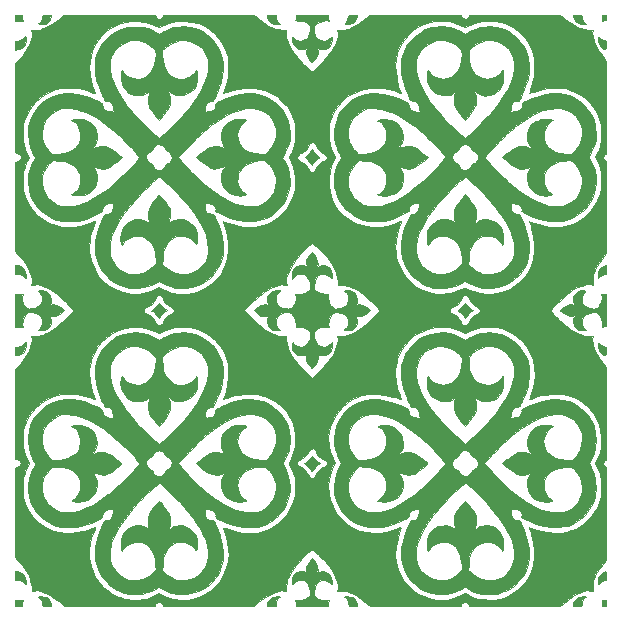
<source format=gbr>
G04 #@! TF.GenerationSoftware,KiCad,Pcbnew,5.1.5+dfsg1-2build2*
G04 #@! TF.CreationDate,2020-06-29T20:33:36+01:00*
G04 #@! TF.ProjectId,program_usb_kit,70726f67-7261-46d5-9f75-73625f6b6974,rev?*
G04 #@! TF.SameCoordinates,Original*
G04 #@! TF.FileFunction,Legend,Bot*
G04 #@! TF.FilePolarity,Positive*
%FSLAX46Y46*%
G04 Gerber Fmt 4.6, Leading zero omitted, Abs format (unit mm)*
G04 Created by KiCad (PCBNEW 5.1.5+dfsg1-2build2) date 2020-06-29 20:33:36*
%MOMM*%
%LPD*%
G04 APERTURE LIST*
%ADD10C,0.010000*%
G04 APERTURE END LIST*
D10*
G36*
X228674404Y-89561650D02*
G01*
X228727730Y-89480002D01*
X228840123Y-89340021D01*
X228990967Y-89200684D01*
X229041600Y-89162887D01*
X229247795Y-89019994D01*
X229082890Y-88908864D01*
X228951025Y-88798878D01*
X228808327Y-88649322D01*
X228752486Y-88580752D01*
X228586988Y-88363769D01*
X228449650Y-88561947D01*
X228320161Y-88718456D01*
X228170273Y-88859435D01*
X228134891Y-88886363D01*
X227957470Y-89012600D01*
X228193010Y-89209488D01*
X228332502Y-89338928D01*
X228442380Y-89463842D01*
X228485015Y-89530300D01*
X228542874Y-89627889D01*
X228600465Y-89639487D01*
X228674404Y-89561650D01*
G37*
X228674404Y-89561650D02*
X228727730Y-89480002D01*
X228840123Y-89340021D01*
X228990967Y-89200684D01*
X229041600Y-89162887D01*
X229247795Y-89019994D01*
X229082890Y-88908864D01*
X228951025Y-88798878D01*
X228808327Y-88649322D01*
X228752486Y-88580752D01*
X228586988Y-88363769D01*
X228449650Y-88561947D01*
X228320161Y-88718456D01*
X228170273Y-88859435D01*
X228134891Y-88886363D01*
X227957470Y-89012600D01*
X228193010Y-89209488D01*
X228332502Y-89338928D01*
X228442380Y-89463842D01*
X228485015Y-89530300D01*
X228542874Y-89627889D01*
X228600465Y-89639487D01*
X228674404Y-89561650D01*
G36*
X239815278Y-100102199D02*
G01*
X240385564Y-100002356D01*
X240595959Y-99939263D01*
X240825942Y-99852965D01*
X241054364Y-99752199D01*
X241233177Y-99658225D01*
X241238575Y-99654934D01*
X241382585Y-99571294D01*
X241492522Y-99516186D01*
X241532656Y-99503204D01*
X241597470Y-99526145D01*
X241728536Y-99587172D01*
X241901168Y-99674595D01*
X241959530Y-99705369D01*
X242304783Y-99873939D01*
X242618484Y-99988249D01*
X242937390Y-100057284D01*
X243298254Y-100090030D01*
X243557490Y-100096040D01*
X243839879Y-100094280D01*
X244055540Y-100081944D01*
X244241280Y-100053874D01*
X244433903Y-100004912D01*
X244616549Y-99947607D01*
X245167190Y-99715282D01*
X245656087Y-99403437D01*
X246077155Y-99020018D01*
X246424309Y-98572970D01*
X246691465Y-98070238D01*
X246872537Y-97519768D01*
X246961440Y-96929506D01*
X246964328Y-96881918D01*
X246961126Y-96349189D01*
X246890529Y-95814603D01*
X246748537Y-95260836D01*
X246531151Y-94670565D01*
X246369841Y-94306571D01*
X246264317Y-94083599D01*
X246188507Y-93938243D01*
X246128847Y-93853911D01*
X246071772Y-93814008D01*
X246003719Y-93801944D01*
X245956670Y-93801163D01*
X245767176Y-93780334D01*
X245629479Y-93708519D01*
X245532372Y-93571724D01*
X245464646Y-93355958D01*
X245427277Y-93140245D01*
X245409965Y-92993427D01*
X245420119Y-92906469D01*
X245475284Y-92870358D01*
X245593004Y-92876080D01*
X245790825Y-92914622D01*
X245844223Y-92926050D01*
X246101869Y-93012013D01*
X246268813Y-93138426D01*
X246342127Y-93302387D01*
X246340009Y-93417243D01*
X246311015Y-93595911D01*
X246807891Y-93828103D01*
X247522631Y-94123320D01*
X248202055Y-94324815D01*
X248844609Y-94432380D01*
X249448740Y-94445809D01*
X250012896Y-94364895D01*
X250277635Y-94289620D01*
X250810659Y-94058700D01*
X251296185Y-93743812D01*
X251723249Y-93355993D01*
X252080884Y-92906281D01*
X252358127Y-92405712D01*
X252488031Y-92064632D01*
X252537947Y-91889011D01*
X252571191Y-91717460D01*
X252590726Y-91522053D01*
X252599514Y-91274863D01*
X252600741Y-91001979D01*
X252589329Y-90594341D01*
X252553092Y-90259081D01*
X252484630Y-89966378D01*
X252376546Y-89686413D01*
X252221440Y-89389366D01*
X252185222Y-89327140D01*
X252007605Y-89025974D01*
X252211425Y-88653262D01*
X252444572Y-88136756D01*
X252581481Y-87607551D01*
X252628088Y-87042259D01*
X252628153Y-87011593D01*
X252585784Y-86419422D01*
X252458017Y-85881232D01*
X252240961Y-85386935D01*
X251930725Y-84926443D01*
X251738185Y-84704367D01*
X251299354Y-84296427D01*
X250832351Y-83986066D01*
X250327693Y-83768890D01*
X249775899Y-83640503D01*
X249358299Y-83601188D01*
X248916896Y-83601878D01*
X248483724Y-83647438D01*
X248039326Y-83742572D01*
X247564240Y-83891984D01*
X247039010Y-84100380D01*
X246736614Y-84234993D01*
X246536106Y-84328632D01*
X246413050Y-84394975D01*
X246350400Y-84449371D01*
X246331113Y-84507167D01*
X246338142Y-84583713D01*
X246339561Y-84592528D01*
X246323183Y-84779855D01*
X246217643Y-84937392D01*
X246035331Y-85056213D01*
X245788639Y-85127391D01*
X245573905Y-85144139D01*
X245387259Y-85144428D01*
X245430184Y-84872887D01*
X245466387Y-84686936D01*
X245509793Y-84521744D01*
X245530563Y-84462640D01*
X245635651Y-84328967D01*
X245797750Y-84241897D01*
X245973302Y-84222847D01*
X246005770Y-84228978D01*
X246060609Y-84233527D01*
X246110619Y-84206778D01*
X246166621Y-84133697D01*
X246239438Y-83999252D01*
X246339892Y-83788407D01*
X246370337Y-83722553D01*
X246544301Y-83332018D01*
X246676009Y-83002093D01*
X246775399Y-82703809D01*
X246852410Y-82408199D01*
X246899939Y-82178859D01*
X246976922Y-81539370D01*
X246957624Y-80937982D01*
X246841677Y-80373444D01*
X246628715Y-79844505D01*
X246318372Y-79349916D01*
X245945054Y-78922682D01*
X245505075Y-78539590D01*
X245047891Y-78254706D01*
X244560546Y-78062654D01*
X244030089Y-77958054D01*
X243562880Y-77933735D01*
X243154734Y-77952247D01*
X242792235Y-78011664D01*
X242436930Y-78121486D01*
X242050369Y-78291211D01*
X241985227Y-78323469D01*
X241527453Y-78552973D01*
X241233594Y-78374715D01*
X240768180Y-78150014D01*
X240247372Y-78002116D01*
X239689365Y-77934796D01*
X239168979Y-77946348D01*
X238610545Y-78046663D01*
X238084349Y-78240053D01*
X237599762Y-78518475D01*
X237166154Y-78873883D01*
X236792896Y-79298234D01*
X236489357Y-79783482D01*
X236264909Y-80321584D01*
X236217682Y-80480008D01*
X236165552Y-80754944D01*
X236135234Y-81095071D01*
X236134120Y-81146395D01*
X237388654Y-81146395D01*
X237444973Y-80717929D01*
X237569445Y-80344964D01*
X237581921Y-80318975D01*
X237816105Y-79945510D01*
X238117607Y-79625239D01*
X238465093Y-79379701D01*
X238560861Y-79330513D01*
X238947014Y-79176391D01*
X239303525Y-79101269D01*
X239661889Y-79100421D01*
X239882966Y-79132092D01*
X240308712Y-79263062D01*
X240707009Y-79485091D01*
X241004531Y-79734042D01*
X241144181Y-79877360D01*
X241225335Y-79981681D01*
X241263766Y-80080340D01*
X241275250Y-80206673D01*
X241275774Y-80307272D01*
X241236499Y-80801134D01*
X241124815Y-81245072D01*
X240945318Y-81629828D01*
X240702599Y-81946146D01*
X240401253Y-82184769D01*
X240322361Y-82228603D01*
X240016148Y-82336783D01*
X239685883Y-82369494D01*
X239353223Y-82332363D01*
X239039824Y-82231017D01*
X238767343Y-82071082D01*
X238557438Y-81858185D01*
X238492557Y-81753196D01*
X238436162Y-81655620D01*
X238399168Y-81642238D01*
X238358458Y-81700652D01*
X238331795Y-81799395D01*
X238313257Y-81967127D01*
X238306516Y-82169261D01*
X238306623Y-82189027D01*
X238352427Y-82618989D01*
X238479403Y-82987986D01*
X238684300Y-83291916D01*
X238963867Y-83526678D01*
X239314852Y-83688169D01*
X239539783Y-83744768D01*
X239916449Y-83775833D01*
X240244606Y-83716602D01*
X240528300Y-83566143D01*
X240610385Y-83498549D01*
X240736892Y-83390320D01*
X240796976Y-83358169D01*
X240795884Y-83403262D01*
X240738864Y-83526768D01*
X240738692Y-83527104D01*
X240638335Y-83800152D01*
X240587657Y-84105000D01*
X240593709Y-84392207D01*
X240605766Y-84459340D01*
X240689329Y-84693804D01*
X240839625Y-84972258D01*
X241043210Y-85272961D01*
X241286644Y-85574174D01*
X241314292Y-85605305D01*
X241561776Y-85881392D01*
X241904016Y-85458009D01*
X242172307Y-85102982D01*
X242360696Y-84791006D01*
X242472638Y-84503494D01*
X242511589Y-84221855D01*
X242481005Y-83927502D01*
X242384341Y-83601844D01*
X242291556Y-83373352D01*
X242303524Y-83357998D01*
X242372858Y-83405656D01*
X242462885Y-83485863D01*
X242728487Y-83668952D01*
X243043804Y-83763863D01*
X243400998Y-83768650D01*
X243526730Y-83750119D01*
X243910248Y-83640739D01*
X244219541Y-83464015D01*
X244465509Y-83211780D01*
X244640806Y-82915449D01*
X244708864Y-82755131D01*
X244749717Y-82604327D01*
X244769817Y-82426670D01*
X244775612Y-82185794D01*
X244775653Y-82155177D01*
X244769099Y-81914888D01*
X244751155Y-81736788D01*
X244724399Y-81631475D01*
X244691407Y-81609549D01*
X244658015Y-81671367D01*
X244579776Y-81799024D01*
X244436086Y-81948124D01*
X244255170Y-82095693D01*
X244065255Y-82218756D01*
X243894566Y-82294340D01*
X243891563Y-82295204D01*
X243482328Y-82365947D01*
X243104621Y-82341940D01*
X242764690Y-82228976D01*
X242468783Y-82032849D01*
X242223146Y-81759352D01*
X242034026Y-81414279D01*
X241907672Y-81003423D01*
X241850330Y-80532578D01*
X241847493Y-80399596D01*
X241846878Y-79983132D01*
X242119021Y-79715272D01*
X242480478Y-79427372D01*
X242878805Y-79229957D01*
X243300441Y-79122929D01*
X243731823Y-79106192D01*
X244159391Y-79179651D01*
X244569582Y-79343208D01*
X244948836Y-79596767D01*
X245102068Y-79736477D01*
X245395545Y-80098894D01*
X245595774Y-80505674D01*
X245701992Y-80954334D01*
X245713438Y-81442392D01*
X245690539Y-81653451D01*
X245563625Y-82232772D01*
X245346797Y-82830695D01*
X245038118Y-83451071D01*
X244635650Y-84097749D01*
X244137458Y-84774579D01*
X244090808Y-84833408D01*
X243856677Y-85112396D01*
X243564501Y-85437934D01*
X243234791Y-85788922D01*
X242888063Y-86144260D01*
X242544829Y-86482847D01*
X242225603Y-86783583D01*
X242000895Y-86983081D01*
X241546452Y-87371744D01*
X241087583Y-86976318D01*
X240581706Y-86517845D01*
X240072315Y-86014262D01*
X239577306Y-85485487D01*
X239114573Y-84951434D01*
X238702012Y-84432018D01*
X238357516Y-83947155D01*
X238335213Y-83913185D01*
X238074574Y-83479137D01*
X237840075Y-83021881D01*
X237645907Y-82571995D01*
X237506258Y-82160058D01*
X237485307Y-82081710D01*
X237401696Y-81608332D01*
X237388654Y-81146395D01*
X236134120Y-81146395D01*
X236127223Y-81464122D01*
X236142012Y-81825831D01*
X236180098Y-82143930D01*
X236194013Y-82215653D01*
X236295697Y-82603616D01*
X236442492Y-83043982D01*
X236622337Y-83502673D01*
X236757922Y-83808880D01*
X236856619Y-84017446D01*
X236926410Y-84147984D01*
X236981325Y-84216834D01*
X237035395Y-84240333D01*
X237102649Y-84234819D01*
X237120683Y-84231320D01*
X237310818Y-84233586D01*
X237462177Y-84326160D01*
X237576861Y-84511567D01*
X237656970Y-84792338D01*
X237674973Y-84898204D01*
X237711711Y-85144428D01*
X237547351Y-85144428D01*
X237327747Y-85124634D01*
X237114302Y-85072350D01*
X236940288Y-84998227D01*
X236842969Y-84918974D01*
X236790670Y-84792554D01*
X236766998Y-84633114D01*
X236766878Y-84622348D01*
X236763883Y-84538125D01*
X236743876Y-84474720D01*
X236690324Y-84418231D01*
X236586695Y-84354758D01*
X236416454Y-84270401D01*
X236261470Y-84197421D01*
X235564931Y-83909882D01*
X234895842Y-83712282D01*
X234258770Y-83605380D01*
X233658284Y-83589936D01*
X233098952Y-83666709D01*
X233086470Y-83669598D01*
X232537709Y-83849136D01*
X232036070Y-84115204D01*
X231589374Y-84458396D01*
X231205439Y-84869309D01*
X230892087Y-85338538D01*
X230657137Y-85856677D01*
X230508408Y-86414321D01*
X230459436Y-86829122D01*
X230460360Y-86958714D01*
X231660960Y-86958714D01*
X231663285Y-86705982D01*
X231674256Y-86524899D01*
X231699867Y-86383474D01*
X231746109Y-86249717D01*
X231818975Y-86091637D01*
X231826138Y-86076975D01*
X232071089Y-85688070D01*
X232390968Y-85354766D01*
X232768147Y-85091510D01*
X233185000Y-84912750D01*
X233278187Y-84886726D01*
X233490902Y-84857827D01*
X233771334Y-84854702D01*
X234087385Y-84875105D01*
X234406956Y-84916788D01*
X234697949Y-84977506D01*
X234740560Y-84989077D01*
X235286492Y-85183707D01*
X235867425Y-85466992D01*
X236475104Y-85833369D01*
X237101274Y-86277276D01*
X237737681Y-86793148D01*
X238376069Y-87375424D01*
X238583646Y-87579082D01*
X238844956Y-87844521D01*
X239096557Y-88108415D01*
X239328597Y-88359610D01*
X239531224Y-88586950D01*
X239694586Y-88779279D01*
X239806307Y-88922214D01*
X240461032Y-88922214D01*
X240546136Y-88720712D01*
X240709363Y-88555234D01*
X240844765Y-88480920D01*
X240971111Y-88402430D01*
X241017490Y-88315472D01*
X241055996Y-88219629D01*
X241150929Y-88100821D01*
X241271415Y-87991994D01*
X241380347Y-87928253D01*
X241580237Y-87900195D01*
X241785532Y-87966986D01*
X241829264Y-87992050D01*
X241969023Y-88120185D01*
X242058164Y-88271924D01*
X242144971Y-88421703D01*
X242277849Y-88496250D01*
X242460772Y-88599113D01*
X242589233Y-88774002D01*
X242646526Y-88996390D01*
X242647273Y-89018487D01*
X243196446Y-89018487D01*
X243415846Y-88753242D01*
X243608456Y-88532159D01*
X243860022Y-88260733D01*
X244151990Y-87957470D01*
X244465805Y-87640879D01*
X244782913Y-87329466D01*
X245084758Y-87041737D01*
X245352788Y-86796201D01*
X245539378Y-86635143D01*
X246215201Y-86110706D01*
X246864686Y-85675380D01*
X247485556Y-85330044D01*
X248075533Y-85075576D01*
X248632339Y-84912856D01*
X249153695Y-84842763D01*
X249637323Y-84866176D01*
X249943106Y-84935841D01*
X250386096Y-85122453D01*
X250759589Y-85384952D01*
X251059405Y-85718718D01*
X251281367Y-86119129D01*
X251418481Y-86567555D01*
X251462665Y-87028222D01*
X251405377Y-87471479D01*
X251248045Y-87892565D01*
X250992095Y-88286724D01*
X250856316Y-88442267D01*
X250581368Y-88733300D01*
X250063000Y-88708075D01*
X249564149Y-88650653D01*
X249144967Y-88529655D01*
X248801778Y-88343161D01*
X248530905Y-88089253D01*
X248352926Y-87815388D01*
X248228561Y-87470844D01*
X248191951Y-87113109D01*
X248239990Y-86762811D01*
X248369570Y-86440578D01*
X248577584Y-86167038D01*
X248605142Y-86140787D01*
X248738580Y-86024693D01*
X248850370Y-85939458D01*
X248900478Y-85910529D01*
X248961376Y-85872937D01*
X248928467Y-85840328D01*
X248811583Y-85814924D01*
X248620553Y-85798945D01*
X248386946Y-85794484D01*
X248022477Y-85813753D01*
X247731877Y-85873810D01*
X247490492Y-85983163D01*
X247273668Y-86150325D01*
X247227908Y-86194609D01*
X247019228Y-86462778D01*
X246876342Y-86771435D01*
X246800865Y-87099915D01*
X246794414Y-87427555D01*
X246858605Y-87733693D01*
X246995054Y-87997666D01*
X247079213Y-88095947D01*
X247273807Y-88290541D01*
X246908171Y-88163385D01*
X246607758Y-88079377D01*
X246334342Y-88052990D01*
X246070270Y-88089038D01*
X245797895Y-88192338D01*
X245499567Y-88367703D01*
X245157636Y-88619951D01*
X245117409Y-88651954D01*
X244681613Y-89000675D01*
X244934551Y-89229675D01*
X245168101Y-89425360D01*
X245424341Y-89614454D01*
X245673559Y-89776635D01*
X245886042Y-89891581D01*
X245930272Y-89910689D01*
X246176375Y-89966518D01*
X246471132Y-89967167D01*
X246776523Y-89914338D01*
X246927794Y-89865962D01*
X247083043Y-89808083D01*
X247193892Y-89768872D01*
X247230971Y-89757924D01*
X247210401Y-89792313D01*
X247137300Y-89880852D01*
X247065291Y-89962307D01*
X246883898Y-90231701D01*
X246795192Y-90539483D01*
X246796799Y-90893901D01*
X246796984Y-90895429D01*
X246891024Y-91301801D01*
X247063280Y-91641967D01*
X247308875Y-91911721D01*
X247622932Y-92106855D01*
X248000574Y-92223163D01*
X248375290Y-92256949D01*
X248581257Y-92251321D01*
X248755098Y-92234830D01*
X248863741Y-92210831D01*
X248872938Y-92206477D01*
X248926608Y-92166010D01*
X248905192Y-92127278D01*
X248814845Y-92075484D01*
X248568918Y-91890916D01*
X248381044Y-91630090D01*
X248258310Y-91307026D01*
X248207800Y-90935744D01*
X248206895Y-90872387D01*
X248232311Y-90544825D01*
X248316184Y-90274364D01*
X248472256Y-90024570D01*
X248570583Y-89908226D01*
X248837656Y-89682275D01*
X249181176Y-89501022D01*
X249580841Y-89371913D01*
X250016348Y-89302394D01*
X250250090Y-89292267D01*
X250426078Y-89298799D01*
X250550571Y-89331761D01*
X250670153Y-89409184D01*
X250768457Y-89492904D01*
X251066764Y-89822194D01*
X251280987Y-90197617D01*
X251411026Y-90604520D01*
X251456781Y-91028252D01*
X251418152Y-91454160D01*
X251295039Y-91867590D01*
X251087342Y-92253891D01*
X250794960Y-92598410D01*
X250789700Y-92603401D01*
X250489228Y-92851656D01*
X250185724Y-93020342D01*
X249849479Y-93121656D01*
X249450787Y-93167798D01*
X249410649Y-93169669D01*
X248900541Y-93149862D01*
X248373212Y-93046899D01*
X247824026Y-92858718D01*
X247248352Y-92583256D01*
X246641555Y-92218450D01*
X245999000Y-91762237D01*
X245668316Y-91503593D01*
X245361938Y-91244638D01*
X245012178Y-90928338D01*
X244641937Y-90577060D01*
X244274118Y-90213175D01*
X243931621Y-89859051D01*
X243637349Y-89537057D01*
X243542336Y-89427070D01*
X243196446Y-89018487D01*
X242647273Y-89018487D01*
X242647991Y-89039711D01*
X242630652Y-89198201D01*
X242562216Y-89318586D01*
X242479882Y-89400345D01*
X242352197Y-89494166D01*
X242236840Y-89546577D01*
X242208917Y-89550551D01*
X242123692Y-89586701D01*
X242106062Y-89659408D01*
X242070952Y-89758467D01*
X241981794Y-89886772D01*
X241923233Y-89951094D01*
X241802972Y-90061058D01*
X241704051Y-90109813D01*
X241580190Y-90114732D01*
X241506436Y-90107550D01*
X241269265Y-90045251D01*
X241110092Y-89917813D01*
X241027049Y-89738812D01*
X240962484Y-89609704D01*
X240834425Y-89542440D01*
X240823520Y-89539513D01*
X240678874Y-89466895D01*
X240556047Y-89350315D01*
X240553994Y-89347465D01*
X240461251Y-89138284D01*
X240461032Y-88922214D01*
X239806307Y-88922214D01*
X239808831Y-88925443D01*
X239864108Y-89014286D01*
X239867177Y-89032435D01*
X239815929Y-89112548D01*
X239702856Y-89253028D01*
X239539642Y-89441136D01*
X239337973Y-89664132D01*
X239109533Y-89909279D01*
X238866009Y-90163836D01*
X238619084Y-90415066D01*
X238405386Y-90626068D01*
X237803322Y-91180018D01*
X237195475Y-91680547D01*
X236593924Y-92119127D01*
X236010753Y-92487229D01*
X235458043Y-92776325D01*
X235204178Y-92885691D01*
X234708003Y-93053942D01*
X234241918Y-93147516D01*
X233771452Y-93172853D01*
X233679640Y-93170518D01*
X233435332Y-93156993D01*
X233252107Y-93130786D01*
X233087399Y-93081469D01*
X232898642Y-92998615D01*
X232818707Y-92959608D01*
X232440059Y-92729120D01*
X232138845Y-92444163D01*
X231897091Y-92086375D01*
X231824998Y-91944351D01*
X231748241Y-91773488D01*
X231700114Y-91631514D01*
X231674164Y-91484031D01*
X231663937Y-91296643D01*
X231662788Y-91079734D01*
X231681584Y-90693646D01*
X231742519Y-90376859D01*
X231856971Y-90099665D01*
X232036318Y-89832362D01*
X232222759Y-89617833D01*
X232541245Y-89277371D01*
X233008245Y-89308617D01*
X233427312Y-89354232D01*
X233771232Y-89433592D01*
X234065052Y-89553801D01*
X234243782Y-89659025D01*
X234538673Y-89913046D01*
X234750080Y-90224286D01*
X234871882Y-90581382D01*
X234900755Y-90878178D01*
X234851866Y-91263207D01*
X234708372Y-91609892D01*
X234475037Y-91909459D01*
X234235533Y-92103571D01*
X234114596Y-92184096D01*
X234287370Y-92222977D01*
X234648167Y-92263122D01*
X235019982Y-92232333D01*
X235374761Y-92137321D01*
X235684451Y-91984799D01*
X235860083Y-91846729D01*
X236057927Y-91597358D01*
X236197680Y-91303022D01*
X236278047Y-90984593D01*
X236297733Y-90662943D01*
X236255441Y-90358944D01*
X236149877Y-90093468D01*
X235981625Y-89888964D01*
X235887630Y-89806700D01*
X235842902Y-89761144D01*
X235842799Y-89757924D01*
X235896374Y-89774835D01*
X236017606Y-89818585D01*
X236140465Y-89864649D01*
X236448263Y-89946428D01*
X236768145Y-89971282D01*
X237062222Y-89938157D01*
X237200972Y-89894118D01*
X237366332Y-89807525D01*
X237582654Y-89670242D01*
X237823545Y-89500606D01*
X238062612Y-89316950D01*
X238214658Y-89189938D01*
X238321403Y-89092813D01*
X238359071Y-89031986D01*
X238336914Y-88975836D01*
X238292413Y-88924210D01*
X238157918Y-88797021D01*
X237965130Y-88641523D01*
X237741423Y-88477062D01*
X237514172Y-88322987D01*
X237310750Y-88198647D01*
X237160389Y-88124094D01*
X236868424Y-88060884D01*
X236536877Y-88069142D01*
X236199013Y-88146568D01*
X236061307Y-88200010D01*
X235808107Y-88312012D01*
X235973845Y-88140771D01*
X236172367Y-87868958D01*
X236278738Y-87555186D01*
X236300347Y-87303270D01*
X236254761Y-86898694D01*
X236120913Y-86542670D01*
X235903170Y-86242488D01*
X235605895Y-86005435D01*
X235482584Y-85938098D01*
X235321962Y-85865766D01*
X235177937Y-85821997D01*
X235014155Y-85799926D01*
X234794265Y-85792691D01*
X234710811Y-85792387D01*
X234434231Y-85799105D01*
X234258921Y-85819576D01*
X234183331Y-85854281D01*
X234205910Y-85903698D01*
X234253228Y-85933912D01*
X234497606Y-86122293D01*
X234688386Y-86380793D01*
X234820262Y-86687792D01*
X234887926Y-87021670D01*
X234886072Y-87360806D01*
X234809394Y-87683582D01*
X234725827Y-87859442D01*
X234495491Y-88167789D01*
X234205059Y-88403998D01*
X233847904Y-88571432D01*
X233417394Y-88673453D01*
X233051734Y-88708617D01*
X232524550Y-88734384D01*
X232258276Y-88468110D01*
X232052062Y-88223618D01*
X231871819Y-87941306D01*
X231826481Y-87852418D01*
X231750874Y-87684812D01*
X231702565Y-87545581D01*
X231675508Y-87402078D01*
X231663656Y-87221655D01*
X231660962Y-86971665D01*
X231660960Y-86958714D01*
X230460360Y-86958714D01*
X230462916Y-87317141D01*
X230537258Y-87774751D01*
X230689317Y-88233398D01*
X230834304Y-88549414D01*
X231073579Y-89025624D01*
X230892364Y-89352883D01*
X230648527Y-89894675D01*
X230502469Y-90453025D01*
X230452063Y-91017153D01*
X230495185Y-91576282D01*
X230629708Y-92119632D01*
X230853506Y-92636424D01*
X231164453Y-93115879D01*
X231560423Y-93547218D01*
X231752070Y-93711837D01*
X232238947Y-94037383D01*
X232765548Y-94268193D01*
X233329447Y-94404247D01*
X233928217Y-94445527D01*
X234559433Y-94392013D01*
X235220667Y-94243688D01*
X235909492Y-94000531D01*
X236457812Y-93748340D01*
X236623026Y-93661344D01*
X236715593Y-93594893D01*
X236756484Y-93524993D01*
X236766671Y-93427652D01*
X236766878Y-93394759D01*
X236801308Y-93206548D01*
X236910635Y-93066326D01*
X237103916Y-92966268D01*
X237328835Y-92909177D01*
X237499929Y-92883046D01*
X237627638Y-92874105D01*
X237679594Y-92882314D01*
X237688086Y-92946443D01*
X237678069Y-93081426D01*
X237655208Y-93236767D01*
X237585653Y-93504012D01*
X237482617Y-93680504D01*
X237337610Y-93776109D01*
X237169353Y-93801163D01*
X236967860Y-93801163D01*
X236714760Y-94332489D01*
X236452805Y-94955856D01*
X236263243Y-95568988D01*
X236148857Y-96158304D01*
X236119550Y-96602348D01*
X237392370Y-96602348D01*
X237401952Y-96387500D01*
X237432850Y-96186232D01*
X237490212Y-95953790D01*
X237515227Y-95864712D01*
X237726997Y-95260028D01*
X238020218Y-94648116D01*
X238398410Y-94023591D01*
X238865094Y-93381069D01*
X239423788Y-92715164D01*
X239927755Y-92173949D01*
X240148173Y-91950927D01*
X240387424Y-91716401D01*
X240633160Y-91481664D01*
X240873034Y-91258011D01*
X241094700Y-91056734D01*
X241285811Y-90889126D01*
X241434019Y-90766481D01*
X241526977Y-90700093D01*
X241548488Y-90691522D01*
X241600999Y-90723334D01*
X241713524Y-90809942D01*
X241868495Y-90937371D01*
X242015018Y-91062607D01*
X242694977Y-91683219D01*
X243315249Y-92310529D01*
X243872414Y-92938886D01*
X244363049Y-93562644D01*
X244783730Y-94176152D01*
X245131035Y-94773763D01*
X245401542Y-95349828D01*
X245591828Y-95898698D01*
X245698470Y-96414725D01*
X245718046Y-96892259D01*
X245691524Y-97130308D01*
X245564692Y-97588326D01*
X245356265Y-97991745D01*
X245076010Y-98332794D01*
X244733696Y-98603701D01*
X244339091Y-98796698D01*
X243901964Y-98904012D01*
X243443477Y-98918681D01*
X242982336Y-98838024D01*
X242563344Y-98662826D01*
X242189114Y-98394273D01*
X242099930Y-98309764D01*
X241833657Y-98043491D01*
X241859424Y-97516306D01*
X241901388Y-97088560D01*
X241986013Y-96736542D01*
X242120732Y-96438476D01*
X242312978Y-96172585D01*
X242321450Y-96162901D01*
X242592935Y-95913432D01*
X242894122Y-95756783D01*
X243245645Y-95682501D01*
X243274607Y-95679959D01*
X243677614Y-95691199D01*
X244032570Y-95792667D01*
X244336525Y-95983387D01*
X244416761Y-96057297D01*
X244537806Y-96191919D01*
X244620903Y-96310296D01*
X244646062Y-96376084D01*
X244659085Y-96434739D01*
X244710858Y-96400775D01*
X244747458Y-96306364D01*
X244769217Y-96113882D01*
X244775653Y-95859081D01*
X244771617Y-95614669D01*
X244754966Y-95437595D01*
X244718886Y-95291685D01*
X244656566Y-95140768D01*
X244629943Y-95085457D01*
X244417182Y-94758322D01*
X244141573Y-94513170D01*
X243805504Y-94351403D01*
X243411361Y-94274429D01*
X243240436Y-94267694D01*
X242967597Y-94284781D01*
X242756520Y-94345521D01*
X242569560Y-94464132D01*
X242460010Y-94562446D01*
X242269674Y-94747353D01*
X242395215Y-94401492D01*
X242494272Y-94052266D01*
X242514786Y-93742963D01*
X242453332Y-93447287D01*
X242306489Y-93138943D01*
X242211327Y-92988585D01*
X242062336Y-92781395D01*
X241890150Y-92562461D01*
X241774808Y-92427489D01*
X241541296Y-92168306D01*
X241318271Y-92422939D01*
X241008565Y-92804662D01*
X240785928Y-93149041D01*
X240646726Y-93468942D01*
X240587325Y-93777236D01*
X240604091Y-94086789D01*
X240693390Y-94410471D01*
X240730509Y-94504458D01*
X240789371Y-94651578D01*
X240802015Y-94709762D01*
X240764985Y-94684519D01*
X240679077Y-94586415D01*
X240477302Y-94422168D01*
X240211312Y-94315586D01*
X239904228Y-94268478D01*
X239579175Y-94282650D01*
X239259274Y-94359911D01*
X239040290Y-94458301D01*
X238763987Y-94667284D01*
X238537069Y-94946999D01*
X238382602Y-95267899D01*
X238365839Y-95322191D01*
X238330798Y-95504342D01*
X238311246Y-95728172D01*
X238307244Y-95961328D01*
X238318858Y-96171455D01*
X238346149Y-96326202D01*
X238363789Y-96369541D01*
X238408544Y-96423533D01*
X238424077Y-96406108D01*
X238464110Y-96314861D01*
X238565475Y-96187135D01*
X238704840Y-96046287D01*
X238858874Y-95915674D01*
X239004246Y-95818655D01*
X239018240Y-95811275D01*
X239246013Y-95731344D01*
X239526205Y-95684626D01*
X239813988Y-95674841D01*
X240064529Y-95705709D01*
X240115973Y-95720175D01*
X240469470Y-95886863D01*
X240759910Y-96134946D01*
X240986206Y-96462703D01*
X241147270Y-96868415D01*
X241242017Y-97350362D01*
X241258710Y-97528151D01*
X241291396Y-97988640D01*
X241045267Y-98251772D01*
X240690701Y-98564064D01*
X240300522Y-98779344D01*
X239871266Y-98898988D01*
X239399470Y-98924376D01*
X239359150Y-98922339D01*
X238918990Y-98846611D01*
X238504636Y-98678438D01*
X238132031Y-98428578D01*
X237817113Y-98107789D01*
X237575822Y-97726829D01*
X237570009Y-97714836D01*
X237496986Y-97548001D01*
X237449506Y-97391375D01*
X237420593Y-97210727D01*
X237403272Y-96971831D01*
X237398957Y-96875529D01*
X237392370Y-96602348D01*
X236119550Y-96602348D01*
X236112430Y-96710225D01*
X236142610Y-97124868D01*
X236261029Y-97684380D01*
X236447792Y-98177791D01*
X236712962Y-98624743D01*
X237066599Y-99044876D01*
X237187891Y-99165223D01*
X237646498Y-99535708D01*
X238149639Y-99817169D01*
X238686216Y-100007085D01*
X239245128Y-100102935D01*
X239815278Y-100102199D01*
G37*
X239815278Y-100102199D02*
X240385564Y-100002356D01*
X240595959Y-99939263D01*
X240825942Y-99852965D01*
X241054364Y-99752199D01*
X241233177Y-99658225D01*
X241238575Y-99654934D01*
X241382585Y-99571294D01*
X241492522Y-99516186D01*
X241532656Y-99503204D01*
X241597470Y-99526145D01*
X241728536Y-99587172D01*
X241901168Y-99674595D01*
X241959530Y-99705369D01*
X242304783Y-99873939D01*
X242618484Y-99988249D01*
X242937390Y-100057284D01*
X243298254Y-100090030D01*
X243557490Y-100096040D01*
X243839879Y-100094280D01*
X244055540Y-100081944D01*
X244241280Y-100053874D01*
X244433903Y-100004912D01*
X244616549Y-99947607D01*
X245167190Y-99715282D01*
X245656087Y-99403437D01*
X246077155Y-99020018D01*
X246424309Y-98572970D01*
X246691465Y-98070238D01*
X246872537Y-97519768D01*
X246961440Y-96929506D01*
X246964328Y-96881918D01*
X246961126Y-96349189D01*
X246890529Y-95814603D01*
X246748537Y-95260836D01*
X246531151Y-94670565D01*
X246369841Y-94306571D01*
X246264317Y-94083599D01*
X246188507Y-93938243D01*
X246128847Y-93853911D01*
X246071772Y-93814008D01*
X246003719Y-93801944D01*
X245956670Y-93801163D01*
X245767176Y-93780334D01*
X245629479Y-93708519D01*
X245532372Y-93571724D01*
X245464646Y-93355958D01*
X245427277Y-93140245D01*
X245409965Y-92993427D01*
X245420119Y-92906469D01*
X245475284Y-92870358D01*
X245593004Y-92876080D01*
X245790825Y-92914622D01*
X245844223Y-92926050D01*
X246101869Y-93012013D01*
X246268813Y-93138426D01*
X246342127Y-93302387D01*
X246340009Y-93417243D01*
X246311015Y-93595911D01*
X246807891Y-93828103D01*
X247522631Y-94123320D01*
X248202055Y-94324815D01*
X248844609Y-94432380D01*
X249448740Y-94445809D01*
X250012896Y-94364895D01*
X250277635Y-94289620D01*
X250810659Y-94058700D01*
X251296185Y-93743812D01*
X251723249Y-93355993D01*
X252080884Y-92906281D01*
X252358127Y-92405712D01*
X252488031Y-92064632D01*
X252537947Y-91889011D01*
X252571191Y-91717460D01*
X252590726Y-91522053D01*
X252599514Y-91274863D01*
X252600741Y-91001979D01*
X252589329Y-90594341D01*
X252553092Y-90259081D01*
X252484630Y-89966378D01*
X252376546Y-89686413D01*
X252221440Y-89389366D01*
X252185222Y-89327140D01*
X252007605Y-89025974D01*
X252211425Y-88653262D01*
X252444572Y-88136756D01*
X252581481Y-87607551D01*
X252628088Y-87042259D01*
X252628153Y-87011593D01*
X252585784Y-86419422D01*
X252458017Y-85881232D01*
X252240961Y-85386935D01*
X251930725Y-84926443D01*
X251738185Y-84704367D01*
X251299354Y-84296427D01*
X250832351Y-83986066D01*
X250327693Y-83768890D01*
X249775899Y-83640503D01*
X249358299Y-83601188D01*
X248916896Y-83601878D01*
X248483724Y-83647438D01*
X248039326Y-83742572D01*
X247564240Y-83891984D01*
X247039010Y-84100380D01*
X246736614Y-84234993D01*
X246536106Y-84328632D01*
X246413050Y-84394975D01*
X246350400Y-84449371D01*
X246331113Y-84507167D01*
X246338142Y-84583713D01*
X246339561Y-84592528D01*
X246323183Y-84779855D01*
X246217643Y-84937392D01*
X246035331Y-85056213D01*
X245788639Y-85127391D01*
X245573905Y-85144139D01*
X245387259Y-85144428D01*
X245430184Y-84872887D01*
X245466387Y-84686936D01*
X245509793Y-84521744D01*
X245530563Y-84462640D01*
X245635651Y-84328967D01*
X245797750Y-84241897D01*
X245973302Y-84222847D01*
X246005770Y-84228978D01*
X246060609Y-84233527D01*
X246110619Y-84206778D01*
X246166621Y-84133697D01*
X246239438Y-83999252D01*
X246339892Y-83788407D01*
X246370337Y-83722553D01*
X246544301Y-83332018D01*
X246676009Y-83002093D01*
X246775399Y-82703809D01*
X246852410Y-82408199D01*
X246899939Y-82178859D01*
X246976922Y-81539370D01*
X246957624Y-80937982D01*
X246841677Y-80373444D01*
X246628715Y-79844505D01*
X246318372Y-79349916D01*
X245945054Y-78922682D01*
X245505075Y-78539590D01*
X245047891Y-78254706D01*
X244560546Y-78062654D01*
X244030089Y-77958054D01*
X243562880Y-77933735D01*
X243154734Y-77952247D01*
X242792235Y-78011664D01*
X242436930Y-78121486D01*
X242050369Y-78291211D01*
X241985227Y-78323469D01*
X241527453Y-78552973D01*
X241233594Y-78374715D01*
X240768180Y-78150014D01*
X240247372Y-78002116D01*
X239689365Y-77934796D01*
X239168979Y-77946348D01*
X238610545Y-78046663D01*
X238084349Y-78240053D01*
X237599762Y-78518475D01*
X237166154Y-78873883D01*
X236792896Y-79298234D01*
X236489357Y-79783482D01*
X236264909Y-80321584D01*
X236217682Y-80480008D01*
X236165552Y-80754944D01*
X236135234Y-81095071D01*
X236134120Y-81146395D01*
X237388654Y-81146395D01*
X237444973Y-80717929D01*
X237569445Y-80344964D01*
X237581921Y-80318975D01*
X237816105Y-79945510D01*
X238117607Y-79625239D01*
X238465093Y-79379701D01*
X238560861Y-79330513D01*
X238947014Y-79176391D01*
X239303525Y-79101269D01*
X239661889Y-79100421D01*
X239882966Y-79132092D01*
X240308712Y-79263062D01*
X240707009Y-79485091D01*
X241004531Y-79734042D01*
X241144181Y-79877360D01*
X241225335Y-79981681D01*
X241263766Y-80080340D01*
X241275250Y-80206673D01*
X241275774Y-80307272D01*
X241236499Y-80801134D01*
X241124815Y-81245072D01*
X240945318Y-81629828D01*
X240702599Y-81946146D01*
X240401253Y-82184769D01*
X240322361Y-82228603D01*
X240016148Y-82336783D01*
X239685883Y-82369494D01*
X239353223Y-82332363D01*
X239039824Y-82231017D01*
X238767343Y-82071082D01*
X238557438Y-81858185D01*
X238492557Y-81753196D01*
X238436162Y-81655620D01*
X238399168Y-81642238D01*
X238358458Y-81700652D01*
X238331795Y-81799395D01*
X238313257Y-81967127D01*
X238306516Y-82169261D01*
X238306623Y-82189027D01*
X238352427Y-82618989D01*
X238479403Y-82987986D01*
X238684300Y-83291916D01*
X238963867Y-83526678D01*
X239314852Y-83688169D01*
X239539783Y-83744768D01*
X239916449Y-83775833D01*
X240244606Y-83716602D01*
X240528300Y-83566143D01*
X240610385Y-83498549D01*
X240736892Y-83390320D01*
X240796976Y-83358169D01*
X240795884Y-83403262D01*
X240738864Y-83526768D01*
X240738692Y-83527104D01*
X240638335Y-83800152D01*
X240587657Y-84105000D01*
X240593709Y-84392207D01*
X240605766Y-84459340D01*
X240689329Y-84693804D01*
X240839625Y-84972258D01*
X241043210Y-85272961D01*
X241286644Y-85574174D01*
X241314292Y-85605305D01*
X241561776Y-85881392D01*
X241904016Y-85458009D01*
X242172307Y-85102982D01*
X242360696Y-84791006D01*
X242472638Y-84503494D01*
X242511589Y-84221855D01*
X242481005Y-83927502D01*
X242384341Y-83601844D01*
X242291556Y-83373352D01*
X242303524Y-83357998D01*
X242372858Y-83405656D01*
X242462885Y-83485863D01*
X242728487Y-83668952D01*
X243043804Y-83763863D01*
X243400998Y-83768650D01*
X243526730Y-83750119D01*
X243910248Y-83640739D01*
X244219541Y-83464015D01*
X244465509Y-83211780D01*
X244640806Y-82915449D01*
X244708864Y-82755131D01*
X244749717Y-82604327D01*
X244769817Y-82426670D01*
X244775612Y-82185794D01*
X244775653Y-82155177D01*
X244769099Y-81914888D01*
X244751155Y-81736788D01*
X244724399Y-81631475D01*
X244691407Y-81609549D01*
X244658015Y-81671367D01*
X244579776Y-81799024D01*
X244436086Y-81948124D01*
X244255170Y-82095693D01*
X244065255Y-82218756D01*
X243894566Y-82294340D01*
X243891563Y-82295204D01*
X243482328Y-82365947D01*
X243104621Y-82341940D01*
X242764690Y-82228976D01*
X242468783Y-82032849D01*
X242223146Y-81759352D01*
X242034026Y-81414279D01*
X241907672Y-81003423D01*
X241850330Y-80532578D01*
X241847493Y-80399596D01*
X241846878Y-79983132D01*
X242119021Y-79715272D01*
X242480478Y-79427372D01*
X242878805Y-79229957D01*
X243300441Y-79122929D01*
X243731823Y-79106192D01*
X244159391Y-79179651D01*
X244569582Y-79343208D01*
X244948836Y-79596767D01*
X245102068Y-79736477D01*
X245395545Y-80098894D01*
X245595774Y-80505674D01*
X245701992Y-80954334D01*
X245713438Y-81442392D01*
X245690539Y-81653451D01*
X245563625Y-82232772D01*
X245346797Y-82830695D01*
X245038118Y-83451071D01*
X244635650Y-84097749D01*
X244137458Y-84774579D01*
X244090808Y-84833408D01*
X243856677Y-85112396D01*
X243564501Y-85437934D01*
X243234791Y-85788922D01*
X242888063Y-86144260D01*
X242544829Y-86482847D01*
X242225603Y-86783583D01*
X242000895Y-86983081D01*
X241546452Y-87371744D01*
X241087583Y-86976318D01*
X240581706Y-86517845D01*
X240072315Y-86014262D01*
X239577306Y-85485487D01*
X239114573Y-84951434D01*
X238702012Y-84432018D01*
X238357516Y-83947155D01*
X238335213Y-83913185D01*
X238074574Y-83479137D01*
X237840075Y-83021881D01*
X237645907Y-82571995D01*
X237506258Y-82160058D01*
X237485307Y-82081710D01*
X237401696Y-81608332D01*
X237388654Y-81146395D01*
X236134120Y-81146395D01*
X236127223Y-81464122D01*
X236142012Y-81825831D01*
X236180098Y-82143930D01*
X236194013Y-82215653D01*
X236295697Y-82603616D01*
X236442492Y-83043982D01*
X236622337Y-83502673D01*
X236757922Y-83808880D01*
X236856619Y-84017446D01*
X236926410Y-84147984D01*
X236981325Y-84216834D01*
X237035395Y-84240333D01*
X237102649Y-84234819D01*
X237120683Y-84231320D01*
X237310818Y-84233586D01*
X237462177Y-84326160D01*
X237576861Y-84511567D01*
X237656970Y-84792338D01*
X237674973Y-84898204D01*
X237711711Y-85144428D01*
X237547351Y-85144428D01*
X237327747Y-85124634D01*
X237114302Y-85072350D01*
X236940288Y-84998227D01*
X236842969Y-84918974D01*
X236790670Y-84792554D01*
X236766998Y-84633114D01*
X236766878Y-84622348D01*
X236763883Y-84538125D01*
X236743876Y-84474720D01*
X236690324Y-84418231D01*
X236586695Y-84354758D01*
X236416454Y-84270401D01*
X236261470Y-84197421D01*
X235564931Y-83909882D01*
X234895842Y-83712282D01*
X234258770Y-83605380D01*
X233658284Y-83589936D01*
X233098952Y-83666709D01*
X233086470Y-83669598D01*
X232537709Y-83849136D01*
X232036070Y-84115204D01*
X231589374Y-84458396D01*
X231205439Y-84869309D01*
X230892087Y-85338538D01*
X230657137Y-85856677D01*
X230508408Y-86414321D01*
X230459436Y-86829122D01*
X230460360Y-86958714D01*
X231660960Y-86958714D01*
X231663285Y-86705982D01*
X231674256Y-86524899D01*
X231699867Y-86383474D01*
X231746109Y-86249717D01*
X231818975Y-86091637D01*
X231826138Y-86076975D01*
X232071089Y-85688070D01*
X232390968Y-85354766D01*
X232768147Y-85091510D01*
X233185000Y-84912750D01*
X233278187Y-84886726D01*
X233490902Y-84857827D01*
X233771334Y-84854702D01*
X234087385Y-84875105D01*
X234406956Y-84916788D01*
X234697949Y-84977506D01*
X234740560Y-84989077D01*
X235286492Y-85183707D01*
X235867425Y-85466992D01*
X236475104Y-85833369D01*
X237101274Y-86277276D01*
X237737681Y-86793148D01*
X238376069Y-87375424D01*
X238583646Y-87579082D01*
X238844956Y-87844521D01*
X239096557Y-88108415D01*
X239328597Y-88359610D01*
X239531224Y-88586950D01*
X239694586Y-88779279D01*
X239806307Y-88922214D01*
X240461032Y-88922214D01*
X240546136Y-88720712D01*
X240709363Y-88555234D01*
X240844765Y-88480920D01*
X240971111Y-88402430D01*
X241017490Y-88315472D01*
X241055996Y-88219629D01*
X241150929Y-88100821D01*
X241271415Y-87991994D01*
X241380347Y-87928253D01*
X241580237Y-87900195D01*
X241785532Y-87966986D01*
X241829264Y-87992050D01*
X241969023Y-88120185D01*
X242058164Y-88271924D01*
X242144971Y-88421703D01*
X242277849Y-88496250D01*
X242460772Y-88599113D01*
X242589233Y-88774002D01*
X242646526Y-88996390D01*
X242647273Y-89018487D01*
X243196446Y-89018487D01*
X243415846Y-88753242D01*
X243608456Y-88532159D01*
X243860022Y-88260733D01*
X244151990Y-87957470D01*
X244465805Y-87640879D01*
X244782913Y-87329466D01*
X245084758Y-87041737D01*
X245352788Y-86796201D01*
X245539378Y-86635143D01*
X246215201Y-86110706D01*
X246864686Y-85675380D01*
X247485556Y-85330044D01*
X248075533Y-85075576D01*
X248632339Y-84912856D01*
X249153695Y-84842763D01*
X249637323Y-84866176D01*
X249943106Y-84935841D01*
X250386096Y-85122453D01*
X250759589Y-85384952D01*
X251059405Y-85718718D01*
X251281367Y-86119129D01*
X251418481Y-86567555D01*
X251462665Y-87028222D01*
X251405377Y-87471479D01*
X251248045Y-87892565D01*
X250992095Y-88286724D01*
X250856316Y-88442267D01*
X250581368Y-88733300D01*
X250063000Y-88708075D01*
X249564149Y-88650653D01*
X249144967Y-88529655D01*
X248801778Y-88343161D01*
X248530905Y-88089253D01*
X248352926Y-87815388D01*
X248228561Y-87470844D01*
X248191951Y-87113109D01*
X248239990Y-86762811D01*
X248369570Y-86440578D01*
X248577584Y-86167038D01*
X248605142Y-86140787D01*
X248738580Y-86024693D01*
X248850370Y-85939458D01*
X248900478Y-85910529D01*
X248961376Y-85872937D01*
X248928467Y-85840328D01*
X248811583Y-85814924D01*
X248620553Y-85798945D01*
X248386946Y-85794484D01*
X248022477Y-85813753D01*
X247731877Y-85873810D01*
X247490492Y-85983163D01*
X247273668Y-86150325D01*
X247227908Y-86194609D01*
X247019228Y-86462778D01*
X246876342Y-86771435D01*
X246800865Y-87099915D01*
X246794414Y-87427555D01*
X246858605Y-87733693D01*
X246995054Y-87997666D01*
X247079213Y-88095947D01*
X247273807Y-88290541D01*
X246908171Y-88163385D01*
X246607758Y-88079377D01*
X246334342Y-88052990D01*
X246070270Y-88089038D01*
X245797895Y-88192338D01*
X245499567Y-88367703D01*
X245157636Y-88619951D01*
X245117409Y-88651954D01*
X244681613Y-89000675D01*
X244934551Y-89229675D01*
X245168101Y-89425360D01*
X245424341Y-89614454D01*
X245673559Y-89776635D01*
X245886042Y-89891581D01*
X245930272Y-89910689D01*
X246176375Y-89966518D01*
X246471132Y-89967167D01*
X246776523Y-89914338D01*
X246927794Y-89865962D01*
X247083043Y-89808083D01*
X247193892Y-89768872D01*
X247230971Y-89757924D01*
X247210401Y-89792313D01*
X247137300Y-89880852D01*
X247065291Y-89962307D01*
X246883898Y-90231701D01*
X246795192Y-90539483D01*
X246796799Y-90893901D01*
X246796984Y-90895429D01*
X246891024Y-91301801D01*
X247063280Y-91641967D01*
X247308875Y-91911721D01*
X247622932Y-92106855D01*
X248000574Y-92223163D01*
X248375290Y-92256949D01*
X248581257Y-92251321D01*
X248755098Y-92234830D01*
X248863741Y-92210831D01*
X248872938Y-92206477D01*
X248926608Y-92166010D01*
X248905192Y-92127278D01*
X248814845Y-92075484D01*
X248568918Y-91890916D01*
X248381044Y-91630090D01*
X248258310Y-91307026D01*
X248207800Y-90935744D01*
X248206895Y-90872387D01*
X248232311Y-90544825D01*
X248316184Y-90274364D01*
X248472256Y-90024570D01*
X248570583Y-89908226D01*
X248837656Y-89682275D01*
X249181176Y-89501022D01*
X249580841Y-89371913D01*
X250016348Y-89302394D01*
X250250090Y-89292267D01*
X250426078Y-89298799D01*
X250550571Y-89331761D01*
X250670153Y-89409184D01*
X250768457Y-89492904D01*
X251066764Y-89822194D01*
X251280987Y-90197617D01*
X251411026Y-90604520D01*
X251456781Y-91028252D01*
X251418152Y-91454160D01*
X251295039Y-91867590D01*
X251087342Y-92253891D01*
X250794960Y-92598410D01*
X250789700Y-92603401D01*
X250489228Y-92851656D01*
X250185724Y-93020342D01*
X249849479Y-93121656D01*
X249450787Y-93167798D01*
X249410649Y-93169669D01*
X248900541Y-93149862D01*
X248373212Y-93046899D01*
X247824026Y-92858718D01*
X247248352Y-92583256D01*
X246641555Y-92218450D01*
X245999000Y-91762237D01*
X245668316Y-91503593D01*
X245361938Y-91244638D01*
X245012178Y-90928338D01*
X244641937Y-90577060D01*
X244274118Y-90213175D01*
X243931621Y-89859051D01*
X243637349Y-89537057D01*
X243542336Y-89427070D01*
X243196446Y-89018487D01*
X242647273Y-89018487D01*
X242647991Y-89039711D01*
X242630652Y-89198201D01*
X242562216Y-89318586D01*
X242479882Y-89400345D01*
X242352197Y-89494166D01*
X242236840Y-89546577D01*
X242208917Y-89550551D01*
X242123692Y-89586701D01*
X242106062Y-89659408D01*
X242070952Y-89758467D01*
X241981794Y-89886772D01*
X241923233Y-89951094D01*
X241802972Y-90061058D01*
X241704051Y-90109813D01*
X241580190Y-90114732D01*
X241506436Y-90107550D01*
X241269265Y-90045251D01*
X241110092Y-89917813D01*
X241027049Y-89738812D01*
X240962484Y-89609704D01*
X240834425Y-89542440D01*
X240823520Y-89539513D01*
X240678874Y-89466895D01*
X240556047Y-89350315D01*
X240553994Y-89347465D01*
X240461251Y-89138284D01*
X240461032Y-88922214D01*
X239806307Y-88922214D01*
X239808831Y-88925443D01*
X239864108Y-89014286D01*
X239867177Y-89032435D01*
X239815929Y-89112548D01*
X239702856Y-89253028D01*
X239539642Y-89441136D01*
X239337973Y-89664132D01*
X239109533Y-89909279D01*
X238866009Y-90163836D01*
X238619084Y-90415066D01*
X238405386Y-90626068D01*
X237803322Y-91180018D01*
X237195475Y-91680547D01*
X236593924Y-92119127D01*
X236010753Y-92487229D01*
X235458043Y-92776325D01*
X235204178Y-92885691D01*
X234708003Y-93053942D01*
X234241918Y-93147516D01*
X233771452Y-93172853D01*
X233679640Y-93170518D01*
X233435332Y-93156993D01*
X233252107Y-93130786D01*
X233087399Y-93081469D01*
X232898642Y-92998615D01*
X232818707Y-92959608D01*
X232440059Y-92729120D01*
X232138845Y-92444163D01*
X231897091Y-92086375D01*
X231824998Y-91944351D01*
X231748241Y-91773488D01*
X231700114Y-91631514D01*
X231674164Y-91484031D01*
X231663937Y-91296643D01*
X231662788Y-91079734D01*
X231681584Y-90693646D01*
X231742519Y-90376859D01*
X231856971Y-90099665D01*
X232036318Y-89832362D01*
X232222759Y-89617833D01*
X232541245Y-89277371D01*
X233008245Y-89308617D01*
X233427312Y-89354232D01*
X233771232Y-89433592D01*
X234065052Y-89553801D01*
X234243782Y-89659025D01*
X234538673Y-89913046D01*
X234750080Y-90224286D01*
X234871882Y-90581382D01*
X234900755Y-90878178D01*
X234851866Y-91263207D01*
X234708372Y-91609892D01*
X234475037Y-91909459D01*
X234235533Y-92103571D01*
X234114596Y-92184096D01*
X234287370Y-92222977D01*
X234648167Y-92263122D01*
X235019982Y-92232333D01*
X235374761Y-92137321D01*
X235684451Y-91984799D01*
X235860083Y-91846729D01*
X236057927Y-91597358D01*
X236197680Y-91303022D01*
X236278047Y-90984593D01*
X236297733Y-90662943D01*
X236255441Y-90358944D01*
X236149877Y-90093468D01*
X235981625Y-89888964D01*
X235887630Y-89806700D01*
X235842902Y-89761144D01*
X235842799Y-89757924D01*
X235896374Y-89774835D01*
X236017606Y-89818585D01*
X236140465Y-89864649D01*
X236448263Y-89946428D01*
X236768145Y-89971282D01*
X237062222Y-89938157D01*
X237200972Y-89894118D01*
X237366332Y-89807525D01*
X237582654Y-89670242D01*
X237823545Y-89500606D01*
X238062612Y-89316950D01*
X238214658Y-89189938D01*
X238321403Y-89092813D01*
X238359071Y-89031986D01*
X238336914Y-88975836D01*
X238292413Y-88924210D01*
X238157918Y-88797021D01*
X237965130Y-88641523D01*
X237741423Y-88477062D01*
X237514172Y-88322987D01*
X237310750Y-88198647D01*
X237160389Y-88124094D01*
X236868424Y-88060884D01*
X236536877Y-88069142D01*
X236199013Y-88146568D01*
X236061307Y-88200010D01*
X235808107Y-88312012D01*
X235973845Y-88140771D01*
X236172367Y-87868958D01*
X236278738Y-87555186D01*
X236300347Y-87303270D01*
X236254761Y-86898694D01*
X236120913Y-86542670D01*
X235903170Y-86242488D01*
X235605895Y-86005435D01*
X235482584Y-85938098D01*
X235321962Y-85865766D01*
X235177937Y-85821997D01*
X235014155Y-85799926D01*
X234794265Y-85792691D01*
X234710811Y-85792387D01*
X234434231Y-85799105D01*
X234258921Y-85819576D01*
X234183331Y-85854281D01*
X234205910Y-85903698D01*
X234253228Y-85933912D01*
X234497606Y-86122293D01*
X234688386Y-86380793D01*
X234820262Y-86687792D01*
X234887926Y-87021670D01*
X234886072Y-87360806D01*
X234809394Y-87683582D01*
X234725827Y-87859442D01*
X234495491Y-88167789D01*
X234205059Y-88403998D01*
X233847904Y-88571432D01*
X233417394Y-88673453D01*
X233051734Y-88708617D01*
X232524550Y-88734384D01*
X232258276Y-88468110D01*
X232052062Y-88223618D01*
X231871819Y-87941306D01*
X231826481Y-87852418D01*
X231750874Y-87684812D01*
X231702565Y-87545581D01*
X231675508Y-87402078D01*
X231663656Y-87221655D01*
X231660962Y-86971665D01*
X231660960Y-86958714D01*
X230460360Y-86958714D01*
X230462916Y-87317141D01*
X230537258Y-87774751D01*
X230689317Y-88233398D01*
X230834304Y-88549414D01*
X231073579Y-89025624D01*
X230892364Y-89352883D01*
X230648527Y-89894675D01*
X230502469Y-90453025D01*
X230452063Y-91017153D01*
X230495185Y-91576282D01*
X230629708Y-92119632D01*
X230853506Y-92636424D01*
X231164453Y-93115879D01*
X231560423Y-93547218D01*
X231752070Y-93711837D01*
X232238947Y-94037383D01*
X232765548Y-94268193D01*
X233329447Y-94404247D01*
X233928217Y-94445527D01*
X234559433Y-94392013D01*
X235220667Y-94243688D01*
X235909492Y-94000531D01*
X236457812Y-93748340D01*
X236623026Y-93661344D01*
X236715593Y-93594893D01*
X236756484Y-93524993D01*
X236766671Y-93427652D01*
X236766878Y-93394759D01*
X236801308Y-93206548D01*
X236910635Y-93066326D01*
X237103916Y-92966268D01*
X237328835Y-92909177D01*
X237499929Y-92883046D01*
X237627638Y-92874105D01*
X237679594Y-92882314D01*
X237688086Y-92946443D01*
X237678069Y-93081426D01*
X237655208Y-93236767D01*
X237585653Y-93504012D01*
X237482617Y-93680504D01*
X237337610Y-93776109D01*
X237169353Y-93801163D01*
X236967860Y-93801163D01*
X236714760Y-94332489D01*
X236452805Y-94955856D01*
X236263243Y-95568988D01*
X236148857Y-96158304D01*
X236119550Y-96602348D01*
X237392370Y-96602348D01*
X237401952Y-96387500D01*
X237432850Y-96186232D01*
X237490212Y-95953790D01*
X237515227Y-95864712D01*
X237726997Y-95260028D01*
X238020218Y-94648116D01*
X238398410Y-94023591D01*
X238865094Y-93381069D01*
X239423788Y-92715164D01*
X239927755Y-92173949D01*
X240148173Y-91950927D01*
X240387424Y-91716401D01*
X240633160Y-91481664D01*
X240873034Y-91258011D01*
X241094700Y-91056734D01*
X241285811Y-90889126D01*
X241434019Y-90766481D01*
X241526977Y-90700093D01*
X241548488Y-90691522D01*
X241600999Y-90723334D01*
X241713524Y-90809942D01*
X241868495Y-90937371D01*
X242015018Y-91062607D01*
X242694977Y-91683219D01*
X243315249Y-92310529D01*
X243872414Y-92938886D01*
X244363049Y-93562644D01*
X244783730Y-94176152D01*
X245131035Y-94773763D01*
X245401542Y-95349828D01*
X245591828Y-95898698D01*
X245698470Y-96414725D01*
X245718046Y-96892259D01*
X245691524Y-97130308D01*
X245564692Y-97588326D01*
X245356265Y-97991745D01*
X245076010Y-98332794D01*
X244733696Y-98603701D01*
X244339091Y-98796698D01*
X243901964Y-98904012D01*
X243443477Y-98918681D01*
X242982336Y-98838024D01*
X242563344Y-98662826D01*
X242189114Y-98394273D01*
X242099930Y-98309764D01*
X241833657Y-98043491D01*
X241859424Y-97516306D01*
X241901388Y-97088560D01*
X241986013Y-96736542D01*
X242120732Y-96438476D01*
X242312978Y-96172585D01*
X242321450Y-96162901D01*
X242592935Y-95913432D01*
X242894122Y-95756783D01*
X243245645Y-95682501D01*
X243274607Y-95679959D01*
X243677614Y-95691199D01*
X244032570Y-95792667D01*
X244336525Y-95983387D01*
X244416761Y-96057297D01*
X244537806Y-96191919D01*
X244620903Y-96310296D01*
X244646062Y-96376084D01*
X244659085Y-96434739D01*
X244710858Y-96400775D01*
X244747458Y-96306364D01*
X244769217Y-96113882D01*
X244775653Y-95859081D01*
X244771617Y-95614669D01*
X244754966Y-95437595D01*
X244718886Y-95291685D01*
X244656566Y-95140768D01*
X244629943Y-95085457D01*
X244417182Y-94758322D01*
X244141573Y-94513170D01*
X243805504Y-94351403D01*
X243411361Y-94274429D01*
X243240436Y-94267694D01*
X242967597Y-94284781D01*
X242756520Y-94345521D01*
X242569560Y-94464132D01*
X242460010Y-94562446D01*
X242269674Y-94747353D01*
X242395215Y-94401492D01*
X242494272Y-94052266D01*
X242514786Y-93742963D01*
X242453332Y-93447287D01*
X242306489Y-93138943D01*
X242211327Y-92988585D01*
X242062336Y-92781395D01*
X241890150Y-92562461D01*
X241774808Y-92427489D01*
X241541296Y-92168306D01*
X241318271Y-92422939D01*
X241008565Y-92804662D01*
X240785928Y-93149041D01*
X240646726Y-93468942D01*
X240587325Y-93777236D01*
X240604091Y-94086789D01*
X240693390Y-94410471D01*
X240730509Y-94504458D01*
X240789371Y-94651578D01*
X240802015Y-94709762D01*
X240764985Y-94684519D01*
X240679077Y-94586415D01*
X240477302Y-94422168D01*
X240211312Y-94315586D01*
X239904228Y-94268478D01*
X239579175Y-94282650D01*
X239259274Y-94359911D01*
X239040290Y-94458301D01*
X238763987Y-94667284D01*
X238537069Y-94946999D01*
X238382602Y-95267899D01*
X238365839Y-95322191D01*
X238330798Y-95504342D01*
X238311246Y-95728172D01*
X238307244Y-95961328D01*
X238318858Y-96171455D01*
X238346149Y-96326202D01*
X238363789Y-96369541D01*
X238408544Y-96423533D01*
X238424077Y-96406108D01*
X238464110Y-96314861D01*
X238565475Y-96187135D01*
X238704840Y-96046287D01*
X238858874Y-95915674D01*
X239004246Y-95818655D01*
X239018240Y-95811275D01*
X239246013Y-95731344D01*
X239526205Y-95684626D01*
X239813988Y-95674841D01*
X240064529Y-95705709D01*
X240115973Y-95720175D01*
X240469470Y-95886863D01*
X240759910Y-96134946D01*
X240986206Y-96462703D01*
X241147270Y-96868415D01*
X241242017Y-97350362D01*
X241258710Y-97528151D01*
X241291396Y-97988640D01*
X241045267Y-98251772D01*
X240690701Y-98564064D01*
X240300522Y-98779344D01*
X239871266Y-98898988D01*
X239399470Y-98924376D01*
X239359150Y-98922339D01*
X238918990Y-98846611D01*
X238504636Y-98678438D01*
X238132031Y-98428578D01*
X237817113Y-98107789D01*
X237575822Y-97726829D01*
X237570009Y-97714836D01*
X237496986Y-97548001D01*
X237449506Y-97391375D01*
X237420593Y-97210727D01*
X237403272Y-96971831D01*
X237398957Y-96875529D01*
X237392370Y-96602348D01*
X236119550Y-96602348D01*
X236112430Y-96710225D01*
X236142610Y-97124868D01*
X236261029Y-97684380D01*
X236447792Y-98177791D01*
X236712962Y-98624743D01*
X237066599Y-99044876D01*
X237187891Y-99165223D01*
X237646498Y-99535708D01*
X238149639Y-99817169D01*
X238686216Y-100007085D01*
X239245128Y-100102935D01*
X239815278Y-100102199D01*
G36*
X213835439Y-100109103D02*
G01*
X214229341Y-100054079D01*
X214639203Y-99949813D01*
X215024381Y-99808676D01*
X215322873Y-99656367D01*
X215464588Y-99572675D01*
X215568928Y-99517043D01*
X215604883Y-99503204D01*
X215662247Y-99524723D01*
X215791023Y-99582735D01*
X215969866Y-99667424D01*
X216106847Y-99734089D01*
X216670953Y-99957823D01*
X217244642Y-100082413D01*
X217818737Y-100108372D01*
X218384063Y-100036215D01*
X218931444Y-99866453D01*
X219451703Y-99599602D01*
X219540887Y-99541883D01*
X220007201Y-99171552D01*
X220390153Y-98743262D01*
X220688081Y-98262873D01*
X220899325Y-97736246D01*
X221022224Y-97169240D01*
X221055119Y-96567716D01*
X220996348Y-95937535D01*
X220844251Y-95284556D01*
X220792976Y-95123000D01*
X220724650Y-94938537D01*
X220626594Y-94699069D01*
X220514704Y-94442688D01*
X220452232Y-94306571D01*
X220346747Y-94083917D01*
X220271220Y-93938669D01*
X220211750Y-93854295D01*
X220154437Y-93814260D01*
X220085382Y-93802032D01*
X220027326Y-93801163D01*
X219868209Y-93780215D01*
X219737119Y-93729360D01*
X219730699Y-93725072D01*
X219645910Y-93617759D01*
X219572961Y-93440132D01*
X219522543Y-93225546D01*
X219505245Y-93021712D01*
X219505245Y-92858373D01*
X219777388Y-92895234D01*
X220080978Y-92963314D01*
X220290396Y-93072301D01*
X220405102Y-93221735D01*
X220424557Y-93411154D01*
X220419075Y-93443750D01*
X220410004Y-93518134D01*
X220429546Y-93575312D01*
X220494920Y-93630903D01*
X220623344Y-93700526D01*
X220789678Y-93779936D01*
X221360713Y-94030132D01*
X221876121Y-94215673D01*
X222356594Y-94342075D01*
X222822823Y-94414854D01*
X223263409Y-94439265D01*
X223631562Y-94431802D01*
X223947786Y-94394866D01*
X224248439Y-94320070D01*
X224569881Y-94199025D01*
X224841474Y-94075243D01*
X225100316Y-93943209D01*
X225306331Y-93814086D01*
X225497544Y-93660544D01*
X225711980Y-93455252D01*
X225731558Y-93435490D01*
X226117737Y-92978719D01*
X226406696Y-92487066D01*
X226600018Y-91956682D01*
X226699286Y-91383714D01*
X226714379Y-91045240D01*
X226681372Y-90547991D01*
X226584666Y-90064265D01*
X226431534Y-89620058D01*
X226229254Y-89241367D01*
X226196090Y-89193179D01*
X226092838Y-89048174D01*
X226324273Y-88586607D01*
X226436423Y-88346398D01*
X226538293Y-88099044D01*
X226613582Y-87885213D01*
X226633130Y-87816088D01*
X226680953Y-87533813D01*
X226704988Y-87190206D01*
X226705326Y-86824819D01*
X226682057Y-86477206D01*
X226635271Y-86186921D01*
X226629343Y-86162727D01*
X226438951Y-85618218D01*
X226163081Y-85121726D01*
X225811823Y-84681078D01*
X225395266Y-84304104D01*
X224923499Y-83998632D01*
X224406611Y-83772489D01*
X223854692Y-83633505D01*
X223312680Y-83589326D01*
X222877871Y-83608299D01*
X222451744Y-83668874D01*
X222012504Y-83776537D01*
X221538356Y-83936770D01*
X221007506Y-84155060D01*
X220932496Y-84188299D01*
X220700868Y-84292597D01*
X220548513Y-84366853D01*
X220460016Y-84423236D01*
X220419960Y-84473920D01*
X220412930Y-84531076D01*
X220421116Y-84592049D01*
X220404352Y-84778440D01*
X220298978Y-84936491D01*
X220118409Y-85056292D01*
X219876058Y-85127937D01*
X219673715Y-85144139D01*
X219557847Y-85134262D01*
X219512669Y-85082372D01*
X219505534Y-84975959D01*
X219536953Y-84697815D01*
X219623579Y-84471966D01*
X219755511Y-84311813D01*
X219922847Y-84230757D01*
X220057746Y-84228577D01*
X220221504Y-84255151D01*
X220486233Y-83661018D01*
X220668059Y-83239396D01*
X220805178Y-82883455D01*
X220903571Y-82568438D01*
X220969218Y-82269589D01*
X221008099Y-81962149D01*
X221026194Y-81621363D01*
X221029444Y-81412183D01*
X221029874Y-81108454D01*
X221024722Y-80882579D01*
X221010884Y-80708768D01*
X220985254Y-80561231D01*
X220944729Y-80414177D01*
X220889778Y-80251923D01*
X220756062Y-79937064D01*
X220576534Y-79602214D01*
X220374569Y-79287069D01*
X220173542Y-79031324D01*
X220166402Y-79023491D01*
X219932634Y-78800904D01*
X219645045Y-78574250D01*
X219345721Y-78374671D01*
X219132409Y-78258413D01*
X218668629Y-78074857D01*
X218200429Y-77969438D01*
X217689595Y-77933816D01*
X217644512Y-77933735D01*
X217238899Y-77951981D01*
X216878625Y-78010575D01*
X216525600Y-78118948D01*
X216141736Y-78286535D01*
X216063066Y-78325401D01*
X215601499Y-78556836D01*
X215456495Y-78453583D01*
X215079114Y-78239032D01*
X214633752Y-78076387D01*
X214145192Y-77971269D01*
X213638219Y-77929299D01*
X213220540Y-77946517D01*
X212657297Y-78055352D01*
X212125403Y-78262090D01*
X211629569Y-78564439D01*
X211210665Y-78923719D01*
X210818528Y-79380395D01*
X210522522Y-79875597D01*
X210322674Y-80408967D01*
X210219013Y-80980145D01*
X210216100Y-81218155D01*
X211470717Y-81218155D01*
X211507807Y-80807351D01*
X211601948Y-80449429D01*
X211638395Y-80362352D01*
X211867172Y-79985429D01*
X212174271Y-79658526D01*
X212541501Y-79393797D01*
X212950673Y-79203394D01*
X213383597Y-79099471D01*
X213549905Y-79085210D01*
X213678850Y-79091560D01*
X213858203Y-79114048D01*
X213964599Y-79132092D01*
X214390345Y-79263062D01*
X214788642Y-79485091D01*
X215086164Y-79734042D01*
X215225814Y-79877360D01*
X215306967Y-79981681D01*
X215345399Y-80080340D01*
X215356882Y-80206673D01*
X215357406Y-80307272D01*
X215317258Y-80812662D01*
X215202279Y-81262239D01*
X215015913Y-81649219D01*
X214761603Y-81966818D01*
X214442794Y-82208251D01*
X214373409Y-82245876D01*
X214068847Y-82348546D01*
X213735661Y-82372289D01*
X213398625Y-82322832D01*
X213082514Y-82205900D01*
X212812103Y-82027222D01*
X212647639Y-81846964D01*
X212555585Y-81725644D01*
X212487902Y-81653497D01*
X212465698Y-81643840D01*
X212443608Y-81703989D01*
X212413220Y-81831046D01*
X212397338Y-81910779D01*
X212378096Y-82255126D01*
X212436590Y-82611893D01*
X212562797Y-82953466D01*
X212746695Y-83252232D01*
X212963037Y-83469239D01*
X213227044Y-83629233D01*
X213523322Y-83723978D01*
X213879097Y-83761503D01*
X213958715Y-83762843D01*
X214215525Y-83749314D01*
X214412669Y-83695264D01*
X214591150Y-83584949D01*
X214723306Y-83469264D01*
X214823416Y-83379061D01*
X214883752Y-83333480D01*
X214891750Y-83332933D01*
X214874725Y-83389974D01*
X214830637Y-83514074D01*
X214783112Y-83641163D01*
X214686788Y-84017167D01*
X214686359Y-84379116D01*
X214781580Y-84714683D01*
X214805449Y-84764656D01*
X214978087Y-85059299D01*
X215201091Y-85373506D01*
X215442881Y-85663334D01*
X215479981Y-85703220D01*
X215640825Y-85873235D01*
X215811630Y-85677301D01*
X216122037Y-85299049D01*
X216350587Y-84965098D01*
X216501796Y-84662408D01*
X216580180Y-84377939D01*
X216590253Y-84098650D01*
X216536532Y-83811500D01*
X216498715Y-83693000D01*
X216430420Y-83488684D01*
X216402133Y-83375598D01*
X216413499Y-83349479D01*
X216464163Y-83406062D01*
X216476222Y-83422976D01*
X216656064Y-83594349D01*
X216900180Y-83706583D01*
X217188280Y-83760510D01*
X217500071Y-83756963D01*
X217815261Y-83696774D01*
X218113559Y-83580776D01*
X218374672Y-83409801D01*
X218448632Y-83342047D01*
X218635971Y-83116514D01*
X218760525Y-82867031D01*
X218830649Y-82569713D01*
X218854702Y-82200679D01*
X218854839Y-82181166D01*
X218849706Y-81930615D01*
X218833056Y-81744962D01*
X218807111Y-81634073D01*
X218774095Y-81607815D01*
X218739144Y-81667563D01*
X218650310Y-81814651D01*
X218496442Y-81977099D01*
X218307572Y-82128904D01*
X218113730Y-82244062D01*
X218036877Y-82275650D01*
X217637775Y-82365763D01*
X217264710Y-82360040D01*
X216924262Y-82264475D01*
X216623010Y-82085065D01*
X216367532Y-81827803D01*
X216164408Y-81498684D01*
X216020217Y-81103703D01*
X215941539Y-80648856D01*
X215928511Y-80354498D01*
X215928511Y-79975793D01*
X216213476Y-79706285D01*
X216584018Y-79421071D01*
X216988087Y-79226146D01*
X217412308Y-79121465D01*
X217843303Y-79106983D01*
X218267698Y-79182658D01*
X218672115Y-79348445D01*
X219043180Y-79604300D01*
X219163581Y-79716002D01*
X219466574Y-80086428D01*
X219673794Y-80496046D01*
X219785271Y-80945037D01*
X219801036Y-81433583D01*
X219721121Y-81961866D01*
X219612151Y-82343859D01*
X219407378Y-82875813D01*
X219148954Y-83401212D01*
X218827074Y-83937049D01*
X218431933Y-84500316D01*
X218175514Y-84833408D01*
X218022268Y-85015318D01*
X217809336Y-85251811D01*
X217552207Y-85527114D01*
X217266369Y-85825454D01*
X216967311Y-86131057D01*
X216670522Y-86428150D01*
X216391490Y-86700960D01*
X216145704Y-86933714D01*
X215948652Y-87110638D01*
X215895645Y-87155160D01*
X215629515Y-87372994D01*
X215169931Y-86975316D01*
X214499406Y-86364063D01*
X213879722Y-85736739D01*
X213317069Y-85101746D01*
X212817634Y-84467486D01*
X212387606Y-83842361D01*
X212033174Y-83234772D01*
X211760525Y-82653122D01*
X211575850Y-82105811D01*
X211571848Y-82090453D01*
X211491717Y-81654851D01*
X211470717Y-81218155D01*
X210216100Y-81218155D01*
X210211563Y-81588775D01*
X210300353Y-82234498D01*
X210485408Y-82916955D01*
X210766756Y-83635788D01*
X210845922Y-83807991D01*
X210945736Y-84016090D01*
X211016237Y-84146355D01*
X211071589Y-84215068D01*
X211125960Y-84238511D01*
X211193516Y-84232966D01*
X211212487Y-84229286D01*
X211401528Y-84236340D01*
X211553977Y-84340313D01*
X211669650Y-84541051D01*
X211701764Y-84635319D01*
X211747917Y-84816218D01*
X211776737Y-84978214D01*
X211781572Y-85041487D01*
X211776770Y-85120422D01*
X211745222Y-85156783D01*
X211661214Y-85159951D01*
X211509429Y-85140764D01*
X211227091Y-85087423D01*
X211033953Y-85012893D01*
X210916021Y-84905965D01*
X210859302Y-84755432D01*
X210848511Y-84611371D01*
X210844706Y-84531484D01*
X210822216Y-84470110D01*
X210764429Y-84413706D01*
X210654733Y-84348729D01*
X210476515Y-84261633D01*
X210343102Y-84199318D01*
X209776970Y-83955368D01*
X209264684Y-83778332D01*
X208785323Y-83663309D01*
X208317962Y-83605396D01*
X207841677Y-83599694D01*
X207792519Y-83601817D01*
X207205947Y-83678922D01*
X206657054Y-83847395D01*
X206153730Y-84099541D01*
X205703863Y-84427667D01*
X205315343Y-84824077D01*
X204996060Y-85281078D01*
X204753901Y-85790974D01*
X204596757Y-86346072D01*
X204540378Y-86773694D01*
X204544817Y-87210680D01*
X204611212Y-87671514D01*
X204731394Y-88124943D01*
X204897191Y-88539714D01*
X205087466Y-88866607D01*
X205189496Y-89009896D01*
X205016355Y-89293182D01*
X204773707Y-89785749D01*
X204614199Y-90322653D01*
X204541791Y-90881308D01*
X204548425Y-91079734D01*
X205744161Y-91079734D01*
X205762940Y-90692300D01*
X205824578Y-90374110D01*
X205940296Y-90095678D01*
X206121314Y-89827522D01*
X206297846Y-89624831D01*
X206609785Y-89291367D01*
X206927821Y-89292267D01*
X207422256Y-89329747D01*
X207860753Y-89435840D01*
X208236659Y-89605441D01*
X208543321Y-89833446D01*
X208774088Y-90114749D01*
X208922307Y-90444245D01*
X208981326Y-90816830D01*
X208982099Y-90868662D01*
X208943407Y-91250334D01*
X208823815Y-91573392D01*
X208616676Y-91851575D01*
X208424940Y-92020199D01*
X208302239Y-92117816D01*
X208254237Y-92173456D01*
X208271039Y-92205076D01*
X208313827Y-92221830D01*
X208418770Y-92238870D01*
X208590427Y-92250677D01*
X208791870Y-92254724D01*
X208794329Y-92254715D01*
X209224690Y-92210992D01*
X209594380Y-92086354D01*
X209898494Y-91885197D01*
X210132132Y-91611916D01*
X210290389Y-91270908D01*
X210368364Y-90866568D01*
X210370291Y-90841679D01*
X210367548Y-90507362D01*
X210300992Y-90234416D01*
X210163308Y-89997286D01*
X210110113Y-89932800D01*
X209952894Y-89753737D01*
X210228974Y-89862558D01*
X210605825Y-89962494D01*
X210973869Y-89965359D01*
X211319889Y-89871356D01*
X211377341Y-89844888D01*
X211534851Y-89755865D01*
X211721689Y-89632857D01*
X211918806Y-89490726D01*
X212107155Y-89344331D01*
X212267688Y-89208533D01*
X212381357Y-89098192D01*
X212429114Y-89028168D01*
X212429531Y-89024019D01*
X212389026Y-88952580D01*
X212280087Y-88840181D01*
X212121581Y-88701784D01*
X211932373Y-88552348D01*
X211731328Y-88406835D01*
X211537314Y-88280205D01*
X211382952Y-88194081D01*
X211192389Y-88106674D01*
X211044939Y-88062179D01*
X210894270Y-88051097D01*
X210731911Y-88060610D01*
X210503702Y-88095880D01*
X210269663Y-88156481D01*
X210148715Y-88200710D01*
X209889531Y-88313287D01*
X210052197Y-88141409D01*
X210241199Y-87901453D01*
X210346077Y-87656115D01*
X210381660Y-87369074D01*
X210381980Y-87333554D01*
X210338861Y-86923022D01*
X210213147Y-86561861D01*
X210010299Y-86259253D01*
X209735782Y-86024382D01*
X209541586Y-85920938D01*
X209317870Y-85848245D01*
X209051554Y-85798131D01*
X208777323Y-85773623D01*
X208529861Y-85777749D01*
X208343853Y-85813535D01*
X208337676Y-85815864D01*
X208185413Y-85874961D01*
X208337676Y-85950975D01*
X208577797Y-86125738D01*
X208767626Y-86373034D01*
X208901042Y-86671607D01*
X208971923Y-87000195D01*
X208974148Y-87337542D01*
X208901596Y-87662387D01*
X208859764Y-87764158D01*
X208742718Y-87957848D01*
X208581692Y-88154485D01*
X208492079Y-88241920D01*
X208226591Y-88437758D01*
X207932103Y-88575407D01*
X207586232Y-88662557D01*
X207166597Y-88706893D01*
X207133367Y-88708617D01*
X206606183Y-88734384D01*
X206339909Y-88468110D01*
X206133014Y-88222701D01*
X205952558Y-87939492D01*
X205908244Y-87852418D01*
X205830845Y-87680109D01*
X205782282Y-87537314D01*
X205756025Y-87389494D01*
X205745542Y-87202113D01*
X205744161Y-86984632D01*
X205763463Y-86594428D01*
X205826433Y-86273638D01*
X205943954Y-85993322D01*
X206126910Y-85724541D01*
X206286925Y-85541403D01*
X206636767Y-85227653D01*
X207014780Y-85008032D01*
X207428173Y-84880506D01*
X207884157Y-84843040D01*
X208389940Y-84893602D01*
X208505084Y-84915610D01*
X209075573Y-85076910D01*
X209676934Y-85330287D01*
X210302515Y-85671175D01*
X210945662Y-86095008D01*
X211599723Y-86597219D01*
X212258043Y-87173243D01*
X212913971Y-87818512D01*
X213236412Y-88162895D01*
X213486219Y-88436128D01*
X213673568Y-88644050D01*
X213803885Y-88799707D01*
X213882595Y-88916148D01*
X213912915Y-89000296D01*
X214529112Y-89000296D01*
X214576639Y-88807331D01*
X214705056Y-88629764D01*
X214892434Y-88496266D01*
X214926398Y-88480920D01*
X215040572Y-88415614D01*
X215097634Y-88348491D01*
X215099123Y-88338682D01*
X215136505Y-88234905D01*
X215228138Y-88108615D01*
X215343246Y-87996623D01*
X215430262Y-87942579D01*
X215627893Y-87898582D01*
X215815344Y-87942298D01*
X215932133Y-88009347D01*
X216067419Y-88136091D01*
X216151051Y-88282244D01*
X216152973Y-88288621D01*
X216228033Y-88427139D01*
X216356716Y-88495457D01*
X216540271Y-88598364D01*
X216670311Y-88772256D01*
X216728273Y-88990513D01*
X216729280Y-89020159D01*
X217276679Y-89020159D01*
X217496779Y-88756630D01*
X217610200Y-88626637D01*
X217777384Y-88442477D01*
X217979764Y-88224256D01*
X218198776Y-87992085D01*
X218313000Y-87872591D01*
X218978247Y-87214656D01*
X219635889Y-86632286D01*
X220281750Y-86127722D01*
X220911654Y-85703204D01*
X221521425Y-85360972D01*
X222106888Y-85103267D01*
X222663866Y-84932328D01*
X223188183Y-84850395D01*
X223675663Y-84859709D01*
X223869939Y-84891692D01*
X224294477Y-85031535D01*
X224671964Y-85253526D01*
X224993504Y-85544674D01*
X225250199Y-85891991D01*
X225433152Y-86282485D01*
X225533466Y-86703167D01*
X225542245Y-87141049D01*
X225520967Y-87302220D01*
X225402959Y-87730326D01*
X225201072Y-88115002D01*
X224935315Y-88444735D01*
X224673880Y-88721163D01*
X224295175Y-88721163D01*
X223802289Y-88684429D01*
X223368408Y-88578193D01*
X222999177Y-88408401D01*
X222700243Y-88181003D01*
X222477249Y-87901945D01*
X222335842Y-87577176D01*
X222281666Y-87212642D01*
X222320367Y-86814293D01*
X222354469Y-86676478D01*
X222428878Y-86506457D01*
X222551222Y-86316649D01*
X222698527Y-86135280D01*
X222847820Y-85990575D01*
X222976127Y-85910761D01*
X222978306Y-85910026D01*
X223036747Y-85873765D01*
X222999498Y-85838789D01*
X222874534Y-85807830D01*
X222669828Y-85783617D01*
X222592617Y-85777983D01*
X222156936Y-85792753D01*
X221774700Y-85892312D01*
X221452265Y-86070916D01*
X221195987Y-86322821D01*
X221012224Y-86642285D01*
X220907333Y-87023563D01*
X220884255Y-87321571D01*
X220915988Y-87634967D01*
X221009085Y-87906163D01*
X221154608Y-88112924D01*
X221226697Y-88173452D01*
X221296462Y-88230538D01*
X221284224Y-88248385D01*
X221185721Y-88226639D01*
X220996688Y-88164942D01*
X220956674Y-88150959D01*
X220585626Y-88062122D01*
X220244217Y-88064851D01*
X220070225Y-88106543D01*
X219910534Y-88179462D01*
X219698963Y-88302500D01*
X219462142Y-88458064D01*
X219226701Y-88628564D01*
X219019267Y-88796409D01*
X218999085Y-88814148D01*
X218778026Y-89010388D01*
X218947248Y-89170462D01*
X219233394Y-89415406D01*
X219551277Y-89645701D01*
X219856233Y-89829296D01*
X219888925Y-89846204D01*
X220217129Y-89955433D01*
X220574883Y-89969046D01*
X220951239Y-89886864D01*
X221012883Y-89864649D01*
X221167983Y-89807093D01*
X221279425Y-89768342D01*
X221316740Y-89757924D01*
X221299064Y-89791104D01*
X221227782Y-89875157D01*
X221180410Y-89926367D01*
X221063652Y-90062962D01*
X220970043Y-90194808D01*
X220953058Y-90224428D01*
X220912034Y-90367325D01*
X220891566Y-90577192D01*
X220891759Y-90819361D01*
X220912722Y-91059165D01*
X220949914Y-91246024D01*
X221090293Y-91559905D01*
X221315052Y-91829559D01*
X221610271Y-92043688D01*
X221962024Y-92190994D01*
X222174046Y-92239353D01*
X222362788Y-92257966D01*
X222571885Y-92259600D01*
X222769869Y-92246283D01*
X222925268Y-92220044D01*
X223003936Y-92185873D01*
X222979497Y-92145377D01*
X222890430Y-92067345D01*
X222802710Y-92002035D01*
X222579472Y-91784999D01*
X222413475Y-91502769D01*
X222310447Y-91180119D01*
X222276113Y-90841826D01*
X222316200Y-90512664D01*
X222403798Y-90276265D01*
X222629589Y-89945280D01*
X222932869Y-89678124D01*
X223306852Y-89478239D01*
X223744756Y-89349070D01*
X224239796Y-89294060D01*
X224342401Y-89292267D01*
X224500560Y-89295271D01*
X224611449Y-89315951D01*
X224708403Y-89370080D01*
X224824759Y-89473433D01*
X224915632Y-89563510D01*
X225210057Y-89926257D01*
X225413122Y-90324568D01*
X225525046Y-90745416D01*
X225546050Y-91175775D01*
X225476356Y-91602618D01*
X225316183Y-92012920D01*
X225065753Y-92393655D01*
X224864003Y-92610334D01*
X224562640Y-92857843D01*
X224255409Y-93025454D01*
X223913183Y-93125070D01*
X223506835Y-93168592D01*
X223496674Y-93169020D01*
X223028237Y-93157521D01*
X222568267Y-93079831D01*
X222092877Y-92930229D01*
X221604633Y-92716004D01*
X220969176Y-92365159D01*
X220310175Y-91925443D01*
X219638474Y-91405790D01*
X218964920Y-90815133D01*
X218300356Y-90162406D01*
X217675739Y-89479743D01*
X217276679Y-89020159D01*
X216729280Y-89020159D01*
X216729624Y-89030266D01*
X216685023Y-89248429D01*
X216549664Y-89419491D01*
X216356164Y-89532482D01*
X216243518Y-89601375D01*
X216188711Y-89676558D01*
X216187694Y-89686022D01*
X216153124Y-89769366D01*
X216065538Y-89886435D01*
X216011449Y-89944510D01*
X215858970Y-90068885D01*
X215713544Y-90117815D01*
X215661551Y-90120561D01*
X215447386Y-90080163D01*
X215262780Y-89973048D01*
X215137954Y-89819601D01*
X215111459Y-89749530D01*
X215050987Y-89617219D01*
X214935329Y-89548332D01*
X214900144Y-89538215D01*
X214735315Y-89446721D01*
X214606578Y-89284582D01*
X214536060Y-89083880D01*
X214529112Y-89000296D01*
X213912915Y-89000296D01*
X213915122Y-89006421D01*
X213906891Y-89083573D01*
X213863328Y-89160652D01*
X213789856Y-89250706D01*
X213721849Y-89330467D01*
X213513045Y-89567326D01*
X213244333Y-89852882D01*
X212933732Y-90169634D01*
X212599261Y-90500081D01*
X212258938Y-90826722D01*
X211930783Y-91132057D01*
X211632816Y-91398584D01*
X211383054Y-91608804D01*
X211344618Y-91639305D01*
X210668710Y-92133627D01*
X210024871Y-92530928D01*
X209411047Y-92832084D01*
X208825188Y-93037972D01*
X208265240Y-93149470D01*
X207764225Y-93169148D01*
X207505051Y-93151910D01*
X207305931Y-93119413D01*
X207123389Y-93061887D01*
X206948276Y-92985772D01*
X206552268Y-92744372D01*
X206216230Y-92424116D01*
X205954346Y-92039163D01*
X205908244Y-91947520D01*
X205830845Y-91775211D01*
X205782282Y-91632416D01*
X205756025Y-91484596D01*
X205745542Y-91297215D01*
X205744161Y-91079734D01*
X204548425Y-91079734D01*
X204560441Y-91439130D01*
X204598379Y-91677818D01*
X204742427Y-92204714D01*
X204957053Y-92673708D01*
X205254102Y-93106591D01*
X205555018Y-93437543D01*
X205989640Y-93818301D01*
X206435637Y-94102191D01*
X206909269Y-94295882D01*
X207426796Y-94406045D01*
X207997490Y-94439376D01*
X208619593Y-94393191D01*
X209258311Y-94257431D01*
X209921590Y-94029936D01*
X210539444Y-93748340D01*
X210704659Y-93661344D01*
X210797226Y-93594893D01*
X210838116Y-93524993D01*
X210848303Y-93427652D01*
X210848511Y-93394759D01*
X210882940Y-93206548D01*
X210992267Y-93066326D01*
X211185549Y-92966268D01*
X211410468Y-92909177D01*
X211582144Y-92883486D01*
X211711068Y-92875747D01*
X211764293Y-92885381D01*
X211774014Y-92951162D01*
X211763943Y-93087058D01*
X211740497Y-93239206D01*
X211667290Y-93507311D01*
X211560274Y-93684108D01*
X211411623Y-93778655D01*
X211254915Y-93801163D01*
X211146465Y-93806788D01*
X211071718Y-93837643D01*
X211006680Y-93914702D01*
X210927359Y-94058935D01*
X210901334Y-94110229D01*
X210590319Y-94802073D01*
X210372964Y-95462278D01*
X210247107Y-96098791D01*
X210210297Y-96652183D01*
X210216440Y-96755857D01*
X211496470Y-96755857D01*
X211501464Y-96449271D01*
X211519395Y-96210110D01*
X211554684Y-96002476D01*
X211611755Y-95790469D01*
X211617795Y-95770959D01*
X211860914Y-95138306D01*
X212202181Y-94481719D01*
X212639625Y-93804174D01*
X213171273Y-93108648D01*
X213795155Y-92398118D01*
X213983532Y-92199552D01*
X214177783Y-92002540D01*
X214398937Y-91785642D01*
X214634262Y-91560533D01*
X214871022Y-91338885D01*
X215096484Y-91132374D01*
X215297914Y-90952673D01*
X215462578Y-90811457D01*
X215577741Y-90720398D01*
X215629111Y-90690959D01*
X215682446Y-90722455D01*
X215794888Y-90807065D01*
X215947230Y-90929971D01*
X216043812Y-91010854D01*
X216335915Y-91271041D01*
X216670834Y-91589807D01*
X217027545Y-91945436D01*
X217385026Y-92316208D01*
X217722251Y-92680407D01*
X218018198Y-93016315D01*
X218209327Y-93247831D01*
X218514942Y-93654006D01*
X218806420Y-94079761D01*
X219070265Y-94503127D01*
X219292980Y-94902135D01*
X219461067Y-95254814D01*
X219497298Y-95344327D01*
X219688093Y-95929121D01*
X219789634Y-96463846D01*
X219801484Y-96951912D01*
X219723204Y-97396729D01*
X219554357Y-97801706D01*
X219294504Y-98170254D01*
X219109794Y-98361323D01*
X218832661Y-98593314D01*
X218563365Y-98752657D01*
X218272892Y-98850282D01*
X217932230Y-98897115D01*
X217665041Y-98905513D01*
X217416496Y-98903335D01*
X217237021Y-98890963D01*
X217092081Y-98861864D01*
X216947137Y-98809510D01*
X216797255Y-98741429D01*
X216515452Y-98578692D01*
X216251155Y-98375290D01*
X216181563Y-98309764D01*
X215915289Y-98043491D01*
X215941057Y-97516306D01*
X215999984Y-97020055D01*
X216125541Y-96601415D01*
X216319504Y-96257114D01*
X216583651Y-95983878D01*
X216872327Y-95801226D01*
X217187352Y-95695386D01*
X217525226Y-95669180D01*
X217864199Y-95716550D01*
X218182521Y-95831436D01*
X218458442Y-96007779D01*
X218670214Y-96239519D01*
X218715762Y-96314813D01*
X218772828Y-96385791D01*
X218814733Y-96358873D01*
X218841904Y-96232663D01*
X218854769Y-96005765D01*
X218855979Y-95857230D01*
X218849440Y-95595982D01*
X218827486Y-95401479D01*
X218784084Y-95237215D01*
X218732123Y-95108087D01*
X218536590Y-94791398D01*
X218268893Y-94544303D01*
X217938437Y-94372408D01*
X217554629Y-94281319D01*
X217322069Y-94267694D01*
X217050470Y-94284549D01*
X216840013Y-94344914D01*
X216652247Y-94463487D01*
X216534324Y-94568841D01*
X216336669Y-94760142D01*
X216448607Y-94500959D01*
X216556402Y-94160937D01*
X216593540Y-93820439D01*
X216557865Y-93509625D01*
X216526496Y-93410052D01*
X216450113Y-93255908D01*
X216325282Y-93051092D01*
X216171469Y-92823264D01*
X216008140Y-92600087D01*
X215854759Y-92409221D01*
X215730793Y-92278326D01*
X215728895Y-92276640D01*
X215660704Y-92222454D01*
X215606751Y-92216321D01*
X215538850Y-92268209D01*
X215435765Y-92380313D01*
X215231392Y-92628768D01*
X215039919Y-92897431D01*
X214876235Y-93162290D01*
X214755233Y-93399333D01*
X214693182Y-93577796D01*
X214670832Y-93919975D01*
X214739336Y-94288856D01*
X214810604Y-94486335D01*
X214871302Y-94639250D01*
X214884429Y-94703483D01*
X214847703Y-94683607D01*
X214760710Y-94586415D01*
X214543945Y-94408290D01*
X214258155Y-94303597D01*
X213909438Y-94274319D01*
X213815499Y-94278846D01*
X213405214Y-94352183D01*
X213058348Y-94505869D01*
X212779370Y-94734967D01*
X212572751Y-95034544D01*
X212442961Y-95399662D01*
X212394469Y-95825388D01*
X212394260Y-95847969D01*
X212401038Y-96051910D01*
X212420389Y-96230771D01*
X212446654Y-96341163D01*
X212485807Y-96413705D01*
X212504000Y-96406108D01*
X212545800Y-96313740D01*
X212648731Y-96185132D01*
X212789220Y-96043817D01*
X212943692Y-95913329D01*
X213088572Y-95817201D01*
X213099873Y-95811275D01*
X213327645Y-95731344D01*
X213607838Y-95684626D01*
X213895621Y-95674841D01*
X214146162Y-95705709D01*
X214197605Y-95720175D01*
X214538374Y-95884185D01*
X214832904Y-96132462D01*
X215068222Y-96451083D01*
X215231352Y-96826121D01*
X215232928Y-96831267D01*
X215273625Y-97007941D01*
X215310763Y-97244256D01*
X215337736Y-97496225D01*
X215342335Y-97559908D01*
X215372062Y-98027021D01*
X215031720Y-98345394D01*
X214751441Y-98582169D01*
X214484056Y-98745094D01*
X214199786Y-98845580D01*
X213868850Y-98895037D01*
X213569939Y-98905513D01*
X213321394Y-98903335D01*
X213141919Y-98890963D01*
X212996979Y-98861864D01*
X212852035Y-98809510D01*
X212702153Y-98741429D01*
X212304629Y-98497213D01*
X211967589Y-98174665D01*
X211705706Y-97788459D01*
X211661991Y-97701398D01*
X211589788Y-97542503D01*
X211542313Y-97410489D01*
X211514412Y-97275914D01*
X211500931Y-97109337D01*
X211496716Y-96881318D01*
X211496470Y-96755857D01*
X210216440Y-96755857D01*
X210244404Y-97227786D01*
X210355376Y-97744110D01*
X210549897Y-98217475D01*
X210834650Y-98664200D01*
X211210696Y-99094918D01*
X211434335Y-99313366D01*
X211622573Y-99474344D01*
X211805791Y-99600515D01*
X212014371Y-99714540D01*
X212092592Y-99752718D01*
X212652579Y-99969834D01*
X213218716Y-100090639D01*
X213778490Y-100112573D01*
X213835439Y-100109103D01*
G37*
X213835439Y-100109103D02*
X214229341Y-100054079D01*
X214639203Y-99949813D01*
X215024381Y-99808676D01*
X215322873Y-99656367D01*
X215464588Y-99572675D01*
X215568928Y-99517043D01*
X215604883Y-99503204D01*
X215662247Y-99524723D01*
X215791023Y-99582735D01*
X215969866Y-99667424D01*
X216106847Y-99734089D01*
X216670953Y-99957823D01*
X217244642Y-100082413D01*
X217818737Y-100108372D01*
X218384063Y-100036215D01*
X218931444Y-99866453D01*
X219451703Y-99599602D01*
X219540887Y-99541883D01*
X220007201Y-99171552D01*
X220390153Y-98743262D01*
X220688081Y-98262873D01*
X220899325Y-97736246D01*
X221022224Y-97169240D01*
X221055119Y-96567716D01*
X220996348Y-95937535D01*
X220844251Y-95284556D01*
X220792976Y-95123000D01*
X220724650Y-94938537D01*
X220626594Y-94699069D01*
X220514704Y-94442688D01*
X220452232Y-94306571D01*
X220346747Y-94083917D01*
X220271220Y-93938669D01*
X220211750Y-93854295D01*
X220154437Y-93814260D01*
X220085382Y-93802032D01*
X220027326Y-93801163D01*
X219868209Y-93780215D01*
X219737119Y-93729360D01*
X219730699Y-93725072D01*
X219645910Y-93617759D01*
X219572961Y-93440132D01*
X219522543Y-93225546D01*
X219505245Y-93021712D01*
X219505245Y-92858373D01*
X219777388Y-92895234D01*
X220080978Y-92963314D01*
X220290396Y-93072301D01*
X220405102Y-93221735D01*
X220424557Y-93411154D01*
X220419075Y-93443750D01*
X220410004Y-93518134D01*
X220429546Y-93575312D01*
X220494920Y-93630903D01*
X220623344Y-93700526D01*
X220789678Y-93779936D01*
X221360713Y-94030132D01*
X221876121Y-94215673D01*
X222356594Y-94342075D01*
X222822823Y-94414854D01*
X223263409Y-94439265D01*
X223631562Y-94431802D01*
X223947786Y-94394866D01*
X224248439Y-94320070D01*
X224569881Y-94199025D01*
X224841474Y-94075243D01*
X225100316Y-93943209D01*
X225306331Y-93814086D01*
X225497544Y-93660544D01*
X225711980Y-93455252D01*
X225731558Y-93435490D01*
X226117737Y-92978719D01*
X226406696Y-92487066D01*
X226600018Y-91956682D01*
X226699286Y-91383714D01*
X226714379Y-91045240D01*
X226681372Y-90547991D01*
X226584666Y-90064265D01*
X226431534Y-89620058D01*
X226229254Y-89241367D01*
X226196090Y-89193179D01*
X226092838Y-89048174D01*
X226324273Y-88586607D01*
X226436423Y-88346398D01*
X226538293Y-88099044D01*
X226613582Y-87885213D01*
X226633130Y-87816088D01*
X226680953Y-87533813D01*
X226704988Y-87190206D01*
X226705326Y-86824819D01*
X226682057Y-86477206D01*
X226635271Y-86186921D01*
X226629343Y-86162727D01*
X226438951Y-85618218D01*
X226163081Y-85121726D01*
X225811823Y-84681078D01*
X225395266Y-84304104D01*
X224923499Y-83998632D01*
X224406611Y-83772489D01*
X223854692Y-83633505D01*
X223312680Y-83589326D01*
X222877871Y-83608299D01*
X222451744Y-83668874D01*
X222012504Y-83776537D01*
X221538356Y-83936770D01*
X221007506Y-84155060D01*
X220932496Y-84188299D01*
X220700868Y-84292597D01*
X220548513Y-84366853D01*
X220460016Y-84423236D01*
X220419960Y-84473920D01*
X220412930Y-84531076D01*
X220421116Y-84592049D01*
X220404352Y-84778440D01*
X220298978Y-84936491D01*
X220118409Y-85056292D01*
X219876058Y-85127937D01*
X219673715Y-85144139D01*
X219557847Y-85134262D01*
X219512669Y-85082372D01*
X219505534Y-84975959D01*
X219536953Y-84697815D01*
X219623579Y-84471966D01*
X219755511Y-84311813D01*
X219922847Y-84230757D01*
X220057746Y-84228577D01*
X220221504Y-84255151D01*
X220486233Y-83661018D01*
X220668059Y-83239396D01*
X220805178Y-82883455D01*
X220903571Y-82568438D01*
X220969218Y-82269589D01*
X221008099Y-81962149D01*
X221026194Y-81621363D01*
X221029444Y-81412183D01*
X221029874Y-81108454D01*
X221024722Y-80882579D01*
X221010884Y-80708768D01*
X220985254Y-80561231D01*
X220944729Y-80414177D01*
X220889778Y-80251923D01*
X220756062Y-79937064D01*
X220576534Y-79602214D01*
X220374569Y-79287069D01*
X220173542Y-79031324D01*
X220166402Y-79023491D01*
X219932634Y-78800904D01*
X219645045Y-78574250D01*
X219345721Y-78374671D01*
X219132409Y-78258413D01*
X218668629Y-78074857D01*
X218200429Y-77969438D01*
X217689595Y-77933816D01*
X217644512Y-77933735D01*
X217238899Y-77951981D01*
X216878625Y-78010575D01*
X216525600Y-78118948D01*
X216141736Y-78286535D01*
X216063066Y-78325401D01*
X215601499Y-78556836D01*
X215456495Y-78453583D01*
X215079114Y-78239032D01*
X214633752Y-78076387D01*
X214145192Y-77971269D01*
X213638219Y-77929299D01*
X213220540Y-77946517D01*
X212657297Y-78055352D01*
X212125403Y-78262090D01*
X211629569Y-78564439D01*
X211210665Y-78923719D01*
X210818528Y-79380395D01*
X210522522Y-79875597D01*
X210322674Y-80408967D01*
X210219013Y-80980145D01*
X210216100Y-81218155D01*
X211470717Y-81218155D01*
X211507807Y-80807351D01*
X211601948Y-80449429D01*
X211638395Y-80362352D01*
X211867172Y-79985429D01*
X212174271Y-79658526D01*
X212541501Y-79393797D01*
X212950673Y-79203394D01*
X213383597Y-79099471D01*
X213549905Y-79085210D01*
X213678850Y-79091560D01*
X213858203Y-79114048D01*
X213964599Y-79132092D01*
X214390345Y-79263062D01*
X214788642Y-79485091D01*
X215086164Y-79734042D01*
X215225814Y-79877360D01*
X215306967Y-79981681D01*
X215345399Y-80080340D01*
X215356882Y-80206673D01*
X215357406Y-80307272D01*
X215317258Y-80812662D01*
X215202279Y-81262239D01*
X215015913Y-81649219D01*
X214761603Y-81966818D01*
X214442794Y-82208251D01*
X214373409Y-82245876D01*
X214068847Y-82348546D01*
X213735661Y-82372289D01*
X213398625Y-82322832D01*
X213082514Y-82205900D01*
X212812103Y-82027222D01*
X212647639Y-81846964D01*
X212555585Y-81725644D01*
X212487902Y-81653497D01*
X212465698Y-81643840D01*
X212443608Y-81703989D01*
X212413220Y-81831046D01*
X212397338Y-81910779D01*
X212378096Y-82255126D01*
X212436590Y-82611893D01*
X212562797Y-82953466D01*
X212746695Y-83252232D01*
X212963037Y-83469239D01*
X213227044Y-83629233D01*
X213523322Y-83723978D01*
X213879097Y-83761503D01*
X213958715Y-83762843D01*
X214215525Y-83749314D01*
X214412669Y-83695264D01*
X214591150Y-83584949D01*
X214723306Y-83469264D01*
X214823416Y-83379061D01*
X214883752Y-83333480D01*
X214891750Y-83332933D01*
X214874725Y-83389974D01*
X214830637Y-83514074D01*
X214783112Y-83641163D01*
X214686788Y-84017167D01*
X214686359Y-84379116D01*
X214781580Y-84714683D01*
X214805449Y-84764656D01*
X214978087Y-85059299D01*
X215201091Y-85373506D01*
X215442881Y-85663334D01*
X215479981Y-85703220D01*
X215640825Y-85873235D01*
X215811630Y-85677301D01*
X216122037Y-85299049D01*
X216350587Y-84965098D01*
X216501796Y-84662408D01*
X216580180Y-84377939D01*
X216590253Y-84098650D01*
X216536532Y-83811500D01*
X216498715Y-83693000D01*
X216430420Y-83488684D01*
X216402133Y-83375598D01*
X216413499Y-83349479D01*
X216464163Y-83406062D01*
X216476222Y-83422976D01*
X216656064Y-83594349D01*
X216900180Y-83706583D01*
X217188280Y-83760510D01*
X217500071Y-83756963D01*
X217815261Y-83696774D01*
X218113559Y-83580776D01*
X218374672Y-83409801D01*
X218448632Y-83342047D01*
X218635971Y-83116514D01*
X218760525Y-82867031D01*
X218830649Y-82569713D01*
X218854702Y-82200679D01*
X218854839Y-82181166D01*
X218849706Y-81930615D01*
X218833056Y-81744962D01*
X218807111Y-81634073D01*
X218774095Y-81607815D01*
X218739144Y-81667563D01*
X218650310Y-81814651D01*
X218496442Y-81977099D01*
X218307572Y-82128904D01*
X218113730Y-82244062D01*
X218036877Y-82275650D01*
X217637775Y-82365763D01*
X217264710Y-82360040D01*
X216924262Y-82264475D01*
X216623010Y-82085065D01*
X216367532Y-81827803D01*
X216164408Y-81498684D01*
X216020217Y-81103703D01*
X215941539Y-80648856D01*
X215928511Y-80354498D01*
X215928511Y-79975793D01*
X216213476Y-79706285D01*
X216584018Y-79421071D01*
X216988087Y-79226146D01*
X217412308Y-79121465D01*
X217843303Y-79106983D01*
X218267698Y-79182658D01*
X218672115Y-79348445D01*
X219043180Y-79604300D01*
X219163581Y-79716002D01*
X219466574Y-80086428D01*
X219673794Y-80496046D01*
X219785271Y-80945037D01*
X219801036Y-81433583D01*
X219721121Y-81961866D01*
X219612151Y-82343859D01*
X219407378Y-82875813D01*
X219148954Y-83401212D01*
X218827074Y-83937049D01*
X218431933Y-84500316D01*
X218175514Y-84833408D01*
X218022268Y-85015318D01*
X217809336Y-85251811D01*
X217552207Y-85527114D01*
X217266369Y-85825454D01*
X216967311Y-86131057D01*
X216670522Y-86428150D01*
X216391490Y-86700960D01*
X216145704Y-86933714D01*
X215948652Y-87110638D01*
X215895645Y-87155160D01*
X215629515Y-87372994D01*
X215169931Y-86975316D01*
X214499406Y-86364063D01*
X213879722Y-85736739D01*
X213317069Y-85101746D01*
X212817634Y-84467486D01*
X212387606Y-83842361D01*
X212033174Y-83234772D01*
X211760525Y-82653122D01*
X211575850Y-82105811D01*
X211571848Y-82090453D01*
X211491717Y-81654851D01*
X211470717Y-81218155D01*
X210216100Y-81218155D01*
X210211563Y-81588775D01*
X210300353Y-82234498D01*
X210485408Y-82916955D01*
X210766756Y-83635788D01*
X210845922Y-83807991D01*
X210945736Y-84016090D01*
X211016237Y-84146355D01*
X211071589Y-84215068D01*
X211125960Y-84238511D01*
X211193516Y-84232966D01*
X211212487Y-84229286D01*
X211401528Y-84236340D01*
X211553977Y-84340313D01*
X211669650Y-84541051D01*
X211701764Y-84635319D01*
X211747917Y-84816218D01*
X211776737Y-84978214D01*
X211781572Y-85041487D01*
X211776770Y-85120422D01*
X211745222Y-85156783D01*
X211661214Y-85159951D01*
X211509429Y-85140764D01*
X211227091Y-85087423D01*
X211033953Y-85012893D01*
X210916021Y-84905965D01*
X210859302Y-84755432D01*
X210848511Y-84611371D01*
X210844706Y-84531484D01*
X210822216Y-84470110D01*
X210764429Y-84413706D01*
X210654733Y-84348729D01*
X210476515Y-84261633D01*
X210343102Y-84199318D01*
X209776970Y-83955368D01*
X209264684Y-83778332D01*
X208785323Y-83663309D01*
X208317962Y-83605396D01*
X207841677Y-83599694D01*
X207792519Y-83601817D01*
X207205947Y-83678922D01*
X206657054Y-83847395D01*
X206153730Y-84099541D01*
X205703863Y-84427667D01*
X205315343Y-84824077D01*
X204996060Y-85281078D01*
X204753901Y-85790974D01*
X204596757Y-86346072D01*
X204540378Y-86773694D01*
X204544817Y-87210680D01*
X204611212Y-87671514D01*
X204731394Y-88124943D01*
X204897191Y-88539714D01*
X205087466Y-88866607D01*
X205189496Y-89009896D01*
X205016355Y-89293182D01*
X204773707Y-89785749D01*
X204614199Y-90322653D01*
X204541791Y-90881308D01*
X204548425Y-91079734D01*
X205744161Y-91079734D01*
X205762940Y-90692300D01*
X205824578Y-90374110D01*
X205940296Y-90095678D01*
X206121314Y-89827522D01*
X206297846Y-89624831D01*
X206609785Y-89291367D01*
X206927821Y-89292267D01*
X207422256Y-89329747D01*
X207860753Y-89435840D01*
X208236659Y-89605441D01*
X208543321Y-89833446D01*
X208774088Y-90114749D01*
X208922307Y-90444245D01*
X208981326Y-90816830D01*
X208982099Y-90868662D01*
X208943407Y-91250334D01*
X208823815Y-91573392D01*
X208616676Y-91851575D01*
X208424940Y-92020199D01*
X208302239Y-92117816D01*
X208254237Y-92173456D01*
X208271039Y-92205076D01*
X208313827Y-92221830D01*
X208418770Y-92238870D01*
X208590427Y-92250677D01*
X208791870Y-92254724D01*
X208794329Y-92254715D01*
X209224690Y-92210992D01*
X209594380Y-92086354D01*
X209898494Y-91885197D01*
X210132132Y-91611916D01*
X210290389Y-91270908D01*
X210368364Y-90866568D01*
X210370291Y-90841679D01*
X210367548Y-90507362D01*
X210300992Y-90234416D01*
X210163308Y-89997286D01*
X210110113Y-89932800D01*
X209952894Y-89753737D01*
X210228974Y-89862558D01*
X210605825Y-89962494D01*
X210973869Y-89965359D01*
X211319889Y-89871356D01*
X211377341Y-89844888D01*
X211534851Y-89755865D01*
X211721689Y-89632857D01*
X211918806Y-89490726D01*
X212107155Y-89344331D01*
X212267688Y-89208533D01*
X212381357Y-89098192D01*
X212429114Y-89028168D01*
X212429531Y-89024019D01*
X212389026Y-88952580D01*
X212280087Y-88840181D01*
X212121581Y-88701784D01*
X211932373Y-88552348D01*
X211731328Y-88406835D01*
X211537314Y-88280205D01*
X211382952Y-88194081D01*
X211192389Y-88106674D01*
X211044939Y-88062179D01*
X210894270Y-88051097D01*
X210731911Y-88060610D01*
X210503702Y-88095880D01*
X210269663Y-88156481D01*
X210148715Y-88200710D01*
X209889531Y-88313287D01*
X210052197Y-88141409D01*
X210241199Y-87901453D01*
X210346077Y-87656115D01*
X210381660Y-87369074D01*
X210381980Y-87333554D01*
X210338861Y-86923022D01*
X210213147Y-86561861D01*
X210010299Y-86259253D01*
X209735782Y-86024382D01*
X209541586Y-85920938D01*
X209317870Y-85848245D01*
X209051554Y-85798131D01*
X208777323Y-85773623D01*
X208529861Y-85777749D01*
X208343853Y-85813535D01*
X208337676Y-85815864D01*
X208185413Y-85874961D01*
X208337676Y-85950975D01*
X208577797Y-86125738D01*
X208767626Y-86373034D01*
X208901042Y-86671607D01*
X208971923Y-87000195D01*
X208974148Y-87337542D01*
X208901596Y-87662387D01*
X208859764Y-87764158D01*
X208742718Y-87957848D01*
X208581692Y-88154485D01*
X208492079Y-88241920D01*
X208226591Y-88437758D01*
X207932103Y-88575407D01*
X207586232Y-88662557D01*
X207166597Y-88706893D01*
X207133367Y-88708617D01*
X206606183Y-88734384D01*
X206339909Y-88468110D01*
X206133014Y-88222701D01*
X205952558Y-87939492D01*
X205908244Y-87852418D01*
X205830845Y-87680109D01*
X205782282Y-87537314D01*
X205756025Y-87389494D01*
X205745542Y-87202113D01*
X205744161Y-86984632D01*
X205763463Y-86594428D01*
X205826433Y-86273638D01*
X205943954Y-85993322D01*
X206126910Y-85724541D01*
X206286925Y-85541403D01*
X206636767Y-85227653D01*
X207014780Y-85008032D01*
X207428173Y-84880506D01*
X207884157Y-84843040D01*
X208389940Y-84893602D01*
X208505084Y-84915610D01*
X209075573Y-85076910D01*
X209676934Y-85330287D01*
X210302515Y-85671175D01*
X210945662Y-86095008D01*
X211599723Y-86597219D01*
X212258043Y-87173243D01*
X212913971Y-87818512D01*
X213236412Y-88162895D01*
X213486219Y-88436128D01*
X213673568Y-88644050D01*
X213803885Y-88799707D01*
X213882595Y-88916148D01*
X213912915Y-89000296D01*
X214529112Y-89000296D01*
X214576639Y-88807331D01*
X214705056Y-88629764D01*
X214892434Y-88496266D01*
X214926398Y-88480920D01*
X215040572Y-88415614D01*
X215097634Y-88348491D01*
X215099123Y-88338682D01*
X215136505Y-88234905D01*
X215228138Y-88108615D01*
X215343246Y-87996623D01*
X215430262Y-87942579D01*
X215627893Y-87898582D01*
X215815344Y-87942298D01*
X215932133Y-88009347D01*
X216067419Y-88136091D01*
X216151051Y-88282244D01*
X216152973Y-88288621D01*
X216228033Y-88427139D01*
X216356716Y-88495457D01*
X216540271Y-88598364D01*
X216670311Y-88772256D01*
X216728273Y-88990513D01*
X216729280Y-89020159D01*
X217276679Y-89020159D01*
X217496779Y-88756630D01*
X217610200Y-88626637D01*
X217777384Y-88442477D01*
X217979764Y-88224256D01*
X218198776Y-87992085D01*
X218313000Y-87872591D01*
X218978247Y-87214656D01*
X219635889Y-86632286D01*
X220281750Y-86127722D01*
X220911654Y-85703204D01*
X221521425Y-85360972D01*
X222106888Y-85103267D01*
X222663866Y-84932328D01*
X223188183Y-84850395D01*
X223675663Y-84859709D01*
X223869939Y-84891692D01*
X224294477Y-85031535D01*
X224671964Y-85253526D01*
X224993504Y-85544674D01*
X225250199Y-85891991D01*
X225433152Y-86282485D01*
X225533466Y-86703167D01*
X225542245Y-87141049D01*
X225520967Y-87302220D01*
X225402959Y-87730326D01*
X225201072Y-88115002D01*
X224935315Y-88444735D01*
X224673880Y-88721163D01*
X224295175Y-88721163D01*
X223802289Y-88684429D01*
X223368408Y-88578193D01*
X222999177Y-88408401D01*
X222700243Y-88181003D01*
X222477249Y-87901945D01*
X222335842Y-87577176D01*
X222281666Y-87212642D01*
X222320367Y-86814293D01*
X222354469Y-86676478D01*
X222428878Y-86506457D01*
X222551222Y-86316649D01*
X222698527Y-86135280D01*
X222847820Y-85990575D01*
X222976127Y-85910761D01*
X222978306Y-85910026D01*
X223036747Y-85873765D01*
X222999498Y-85838789D01*
X222874534Y-85807830D01*
X222669828Y-85783617D01*
X222592617Y-85777983D01*
X222156936Y-85792753D01*
X221774700Y-85892312D01*
X221452265Y-86070916D01*
X221195987Y-86322821D01*
X221012224Y-86642285D01*
X220907333Y-87023563D01*
X220884255Y-87321571D01*
X220915988Y-87634967D01*
X221009085Y-87906163D01*
X221154608Y-88112924D01*
X221226697Y-88173452D01*
X221296462Y-88230538D01*
X221284224Y-88248385D01*
X221185721Y-88226639D01*
X220996688Y-88164942D01*
X220956674Y-88150959D01*
X220585626Y-88062122D01*
X220244217Y-88064851D01*
X220070225Y-88106543D01*
X219910534Y-88179462D01*
X219698963Y-88302500D01*
X219462142Y-88458064D01*
X219226701Y-88628564D01*
X219019267Y-88796409D01*
X218999085Y-88814148D01*
X218778026Y-89010388D01*
X218947248Y-89170462D01*
X219233394Y-89415406D01*
X219551277Y-89645701D01*
X219856233Y-89829296D01*
X219888925Y-89846204D01*
X220217129Y-89955433D01*
X220574883Y-89969046D01*
X220951239Y-89886864D01*
X221012883Y-89864649D01*
X221167983Y-89807093D01*
X221279425Y-89768342D01*
X221316740Y-89757924D01*
X221299064Y-89791104D01*
X221227782Y-89875157D01*
X221180410Y-89926367D01*
X221063652Y-90062962D01*
X220970043Y-90194808D01*
X220953058Y-90224428D01*
X220912034Y-90367325D01*
X220891566Y-90577192D01*
X220891759Y-90819361D01*
X220912722Y-91059165D01*
X220949914Y-91246024D01*
X221090293Y-91559905D01*
X221315052Y-91829559D01*
X221610271Y-92043688D01*
X221962024Y-92190994D01*
X222174046Y-92239353D01*
X222362788Y-92257966D01*
X222571885Y-92259600D01*
X222769869Y-92246283D01*
X222925268Y-92220044D01*
X223003936Y-92185873D01*
X222979497Y-92145377D01*
X222890430Y-92067345D01*
X222802710Y-92002035D01*
X222579472Y-91784999D01*
X222413475Y-91502769D01*
X222310447Y-91180119D01*
X222276113Y-90841826D01*
X222316200Y-90512664D01*
X222403798Y-90276265D01*
X222629589Y-89945280D01*
X222932869Y-89678124D01*
X223306852Y-89478239D01*
X223744756Y-89349070D01*
X224239796Y-89294060D01*
X224342401Y-89292267D01*
X224500560Y-89295271D01*
X224611449Y-89315951D01*
X224708403Y-89370080D01*
X224824759Y-89473433D01*
X224915632Y-89563510D01*
X225210057Y-89926257D01*
X225413122Y-90324568D01*
X225525046Y-90745416D01*
X225546050Y-91175775D01*
X225476356Y-91602618D01*
X225316183Y-92012920D01*
X225065753Y-92393655D01*
X224864003Y-92610334D01*
X224562640Y-92857843D01*
X224255409Y-93025454D01*
X223913183Y-93125070D01*
X223506835Y-93168592D01*
X223496674Y-93169020D01*
X223028237Y-93157521D01*
X222568267Y-93079831D01*
X222092877Y-92930229D01*
X221604633Y-92716004D01*
X220969176Y-92365159D01*
X220310175Y-91925443D01*
X219638474Y-91405790D01*
X218964920Y-90815133D01*
X218300356Y-90162406D01*
X217675739Y-89479743D01*
X217276679Y-89020159D01*
X216729280Y-89020159D01*
X216729624Y-89030266D01*
X216685023Y-89248429D01*
X216549664Y-89419491D01*
X216356164Y-89532482D01*
X216243518Y-89601375D01*
X216188711Y-89676558D01*
X216187694Y-89686022D01*
X216153124Y-89769366D01*
X216065538Y-89886435D01*
X216011449Y-89944510D01*
X215858970Y-90068885D01*
X215713544Y-90117815D01*
X215661551Y-90120561D01*
X215447386Y-90080163D01*
X215262780Y-89973048D01*
X215137954Y-89819601D01*
X215111459Y-89749530D01*
X215050987Y-89617219D01*
X214935329Y-89548332D01*
X214900144Y-89538215D01*
X214735315Y-89446721D01*
X214606578Y-89284582D01*
X214536060Y-89083880D01*
X214529112Y-89000296D01*
X213912915Y-89000296D01*
X213915122Y-89006421D01*
X213906891Y-89083573D01*
X213863328Y-89160652D01*
X213789856Y-89250706D01*
X213721849Y-89330467D01*
X213513045Y-89567326D01*
X213244333Y-89852882D01*
X212933732Y-90169634D01*
X212599261Y-90500081D01*
X212258938Y-90826722D01*
X211930783Y-91132057D01*
X211632816Y-91398584D01*
X211383054Y-91608804D01*
X211344618Y-91639305D01*
X210668710Y-92133627D01*
X210024871Y-92530928D01*
X209411047Y-92832084D01*
X208825188Y-93037972D01*
X208265240Y-93149470D01*
X207764225Y-93169148D01*
X207505051Y-93151910D01*
X207305931Y-93119413D01*
X207123389Y-93061887D01*
X206948276Y-92985772D01*
X206552268Y-92744372D01*
X206216230Y-92424116D01*
X205954346Y-92039163D01*
X205908244Y-91947520D01*
X205830845Y-91775211D01*
X205782282Y-91632416D01*
X205756025Y-91484596D01*
X205745542Y-91297215D01*
X205744161Y-91079734D01*
X204548425Y-91079734D01*
X204560441Y-91439130D01*
X204598379Y-91677818D01*
X204742427Y-92204714D01*
X204957053Y-92673708D01*
X205254102Y-93106591D01*
X205555018Y-93437543D01*
X205989640Y-93818301D01*
X206435637Y-94102191D01*
X206909269Y-94295882D01*
X207426796Y-94406045D01*
X207997490Y-94439376D01*
X208619593Y-94393191D01*
X209258311Y-94257431D01*
X209921590Y-94029936D01*
X210539444Y-93748340D01*
X210704659Y-93661344D01*
X210797226Y-93594893D01*
X210838116Y-93524993D01*
X210848303Y-93427652D01*
X210848511Y-93394759D01*
X210882940Y-93206548D01*
X210992267Y-93066326D01*
X211185549Y-92966268D01*
X211410468Y-92909177D01*
X211582144Y-92883486D01*
X211711068Y-92875747D01*
X211764293Y-92885381D01*
X211774014Y-92951162D01*
X211763943Y-93087058D01*
X211740497Y-93239206D01*
X211667290Y-93507311D01*
X211560274Y-93684108D01*
X211411623Y-93778655D01*
X211254915Y-93801163D01*
X211146465Y-93806788D01*
X211071718Y-93837643D01*
X211006680Y-93914702D01*
X210927359Y-94058935D01*
X210901334Y-94110229D01*
X210590319Y-94802073D01*
X210372964Y-95462278D01*
X210247107Y-96098791D01*
X210210297Y-96652183D01*
X210216440Y-96755857D01*
X211496470Y-96755857D01*
X211501464Y-96449271D01*
X211519395Y-96210110D01*
X211554684Y-96002476D01*
X211611755Y-95790469D01*
X211617795Y-95770959D01*
X211860914Y-95138306D01*
X212202181Y-94481719D01*
X212639625Y-93804174D01*
X213171273Y-93108648D01*
X213795155Y-92398118D01*
X213983532Y-92199552D01*
X214177783Y-92002540D01*
X214398937Y-91785642D01*
X214634262Y-91560533D01*
X214871022Y-91338885D01*
X215096484Y-91132374D01*
X215297914Y-90952673D01*
X215462578Y-90811457D01*
X215577741Y-90720398D01*
X215629111Y-90690959D01*
X215682446Y-90722455D01*
X215794888Y-90807065D01*
X215947230Y-90929971D01*
X216043812Y-91010854D01*
X216335915Y-91271041D01*
X216670834Y-91589807D01*
X217027545Y-91945436D01*
X217385026Y-92316208D01*
X217722251Y-92680407D01*
X218018198Y-93016315D01*
X218209327Y-93247831D01*
X218514942Y-93654006D01*
X218806420Y-94079761D01*
X219070265Y-94503127D01*
X219292980Y-94902135D01*
X219461067Y-95254814D01*
X219497298Y-95344327D01*
X219688093Y-95929121D01*
X219789634Y-96463846D01*
X219801484Y-96951912D01*
X219723204Y-97396729D01*
X219554357Y-97801706D01*
X219294504Y-98170254D01*
X219109794Y-98361323D01*
X218832661Y-98593314D01*
X218563365Y-98752657D01*
X218272892Y-98850282D01*
X217932230Y-98897115D01*
X217665041Y-98905513D01*
X217416496Y-98903335D01*
X217237021Y-98890963D01*
X217092081Y-98861864D01*
X216947137Y-98809510D01*
X216797255Y-98741429D01*
X216515452Y-98578692D01*
X216251155Y-98375290D01*
X216181563Y-98309764D01*
X215915289Y-98043491D01*
X215941057Y-97516306D01*
X215999984Y-97020055D01*
X216125541Y-96601415D01*
X216319504Y-96257114D01*
X216583651Y-95983878D01*
X216872327Y-95801226D01*
X217187352Y-95695386D01*
X217525226Y-95669180D01*
X217864199Y-95716550D01*
X218182521Y-95831436D01*
X218458442Y-96007779D01*
X218670214Y-96239519D01*
X218715762Y-96314813D01*
X218772828Y-96385791D01*
X218814733Y-96358873D01*
X218841904Y-96232663D01*
X218854769Y-96005765D01*
X218855979Y-95857230D01*
X218849440Y-95595982D01*
X218827486Y-95401479D01*
X218784084Y-95237215D01*
X218732123Y-95108087D01*
X218536590Y-94791398D01*
X218268893Y-94544303D01*
X217938437Y-94372408D01*
X217554629Y-94281319D01*
X217322069Y-94267694D01*
X217050470Y-94284549D01*
X216840013Y-94344914D01*
X216652247Y-94463487D01*
X216534324Y-94568841D01*
X216336669Y-94760142D01*
X216448607Y-94500959D01*
X216556402Y-94160937D01*
X216593540Y-93820439D01*
X216557865Y-93509625D01*
X216526496Y-93410052D01*
X216450113Y-93255908D01*
X216325282Y-93051092D01*
X216171469Y-92823264D01*
X216008140Y-92600087D01*
X215854759Y-92409221D01*
X215730793Y-92278326D01*
X215728895Y-92276640D01*
X215660704Y-92222454D01*
X215606751Y-92216321D01*
X215538850Y-92268209D01*
X215435765Y-92380313D01*
X215231392Y-92628768D01*
X215039919Y-92897431D01*
X214876235Y-93162290D01*
X214755233Y-93399333D01*
X214693182Y-93577796D01*
X214670832Y-93919975D01*
X214739336Y-94288856D01*
X214810604Y-94486335D01*
X214871302Y-94639250D01*
X214884429Y-94703483D01*
X214847703Y-94683607D01*
X214760710Y-94586415D01*
X214543945Y-94408290D01*
X214258155Y-94303597D01*
X213909438Y-94274319D01*
X213815499Y-94278846D01*
X213405214Y-94352183D01*
X213058348Y-94505869D01*
X212779370Y-94734967D01*
X212572751Y-95034544D01*
X212442961Y-95399662D01*
X212394469Y-95825388D01*
X212394260Y-95847969D01*
X212401038Y-96051910D01*
X212420389Y-96230771D01*
X212446654Y-96341163D01*
X212485807Y-96413705D01*
X212504000Y-96406108D01*
X212545800Y-96313740D01*
X212648731Y-96185132D01*
X212789220Y-96043817D01*
X212943692Y-95913329D01*
X213088572Y-95817201D01*
X213099873Y-95811275D01*
X213327645Y-95731344D01*
X213607838Y-95684626D01*
X213895621Y-95674841D01*
X214146162Y-95705709D01*
X214197605Y-95720175D01*
X214538374Y-95884185D01*
X214832904Y-96132462D01*
X215068222Y-96451083D01*
X215231352Y-96826121D01*
X215232928Y-96831267D01*
X215273625Y-97007941D01*
X215310763Y-97244256D01*
X215337736Y-97496225D01*
X215342335Y-97559908D01*
X215372062Y-98027021D01*
X215031720Y-98345394D01*
X214751441Y-98582169D01*
X214484056Y-98745094D01*
X214199786Y-98845580D01*
X213868850Y-98895037D01*
X213569939Y-98905513D01*
X213321394Y-98903335D01*
X213141919Y-98890963D01*
X212996979Y-98861864D01*
X212852035Y-98809510D01*
X212702153Y-98741429D01*
X212304629Y-98497213D01*
X211967589Y-98174665D01*
X211705706Y-97788459D01*
X211661991Y-97701398D01*
X211589788Y-97542503D01*
X211542313Y-97410489D01*
X211514412Y-97275914D01*
X211500931Y-97109337D01*
X211496716Y-96881318D01*
X211496470Y-96755857D01*
X210216440Y-96755857D01*
X210244404Y-97227786D01*
X210355376Y-97744110D01*
X210549897Y-98217475D01*
X210834650Y-98664200D01*
X211210696Y-99094918D01*
X211434335Y-99313366D01*
X211622573Y-99474344D01*
X211805791Y-99600515D01*
X212014371Y-99714540D01*
X212092592Y-99752718D01*
X212652579Y-99969834D01*
X213218716Y-100090639D01*
X213778490Y-100112573D01*
X213835439Y-100109103D01*
G36*
X241681678Y-76514783D02*
G01*
X241808497Y-76369513D01*
X241966807Y-76228947D01*
X242007826Y-76198823D01*
X242207737Y-76060284D01*
X242004213Y-75912852D01*
X241851948Y-75786547D01*
X241717063Y-75648798D01*
X241684443Y-75608189D01*
X241602294Y-75506574D01*
X241545705Y-75453537D01*
X241539068Y-75451313D01*
X241494672Y-75490331D01*
X241418155Y-75587768D01*
X241386741Y-75632571D01*
X241259881Y-75780788D01*
X241109826Y-75907770D01*
X241088680Y-75921547D01*
X240960177Y-76011582D01*
X240922921Y-76076094D01*
X240973432Y-76131691D01*
X241037741Y-76164659D01*
X241139109Y-76235251D01*
X241268968Y-76357267D01*
X241358553Y-76456663D01*
X241555441Y-76692204D01*
X241681678Y-76514783D01*
G37*
X241681678Y-76514783D02*
X241808497Y-76369513D01*
X241966807Y-76228947D01*
X242007826Y-76198823D01*
X242207737Y-76060284D01*
X242004213Y-75912852D01*
X241851948Y-75786547D01*
X241717063Y-75648798D01*
X241684443Y-75608189D01*
X241602294Y-75506574D01*
X241545705Y-75453537D01*
X241539068Y-75451313D01*
X241494672Y-75490331D01*
X241418155Y-75587768D01*
X241386741Y-75632571D01*
X241259881Y-75780788D01*
X241109826Y-75907770D01*
X241088680Y-75921547D01*
X240960177Y-76011582D01*
X240922921Y-76076094D01*
X240973432Y-76131691D01*
X241037741Y-76164659D01*
X241139109Y-76235251D01*
X241268968Y-76357267D01*
X241358553Y-76456663D01*
X241555441Y-76692204D01*
X241681678Y-76514783D01*
G36*
X215766422Y-76512588D02*
G01*
X215886402Y-76372530D01*
X216040789Y-76234489D01*
X216084814Y-76202041D01*
X216285905Y-76062686D01*
X216068922Y-75897187D01*
X215916753Y-75765062D01*
X215782947Y-75622402D01*
X215740749Y-75566695D01*
X215629560Y-75401701D01*
X215497423Y-75601374D01*
X215369642Y-75755914D01*
X215217301Y-75890421D01*
X215180367Y-75915333D01*
X215044369Y-76012358D01*
X215002332Y-76081832D01*
X215051123Y-76132554D01*
X215096796Y-76150016D01*
X215183342Y-76204140D01*
X215307326Y-76312882D01*
X215423631Y-76432981D01*
X215649121Y-76683779D01*
X215766422Y-76512588D01*
G37*
X215766422Y-76512588D02*
X215886402Y-76372530D01*
X216040789Y-76234489D01*
X216084814Y-76202041D01*
X216285905Y-76062686D01*
X216068922Y-75897187D01*
X215916753Y-75765062D01*
X215782947Y-75622402D01*
X215740749Y-75566695D01*
X215629560Y-75401701D01*
X215497423Y-75601374D01*
X215369642Y-75755914D01*
X215217301Y-75890421D01*
X215180367Y-75915333D01*
X215044369Y-76012358D01*
X215002332Y-76081832D01*
X215051123Y-76132554D01*
X215096796Y-76150016D01*
X215183342Y-76204140D01*
X215307326Y-76312882D01*
X215423631Y-76432981D01*
X215649121Y-76683779D01*
X215766422Y-76512588D01*
G36*
X228606046Y-80914643D02*
G01*
X228703855Y-80831765D01*
X228816713Y-80703918D01*
X228926232Y-80553510D01*
X229014021Y-80402950D01*
X229053694Y-80306233D01*
X229087329Y-80072112D01*
X229061075Y-79908769D01*
X229008051Y-79710112D01*
X229127814Y-79788584D01*
X229288302Y-79847160D01*
X229498198Y-79865496D01*
X229712429Y-79844878D01*
X229885920Y-79786590D01*
X229917948Y-79766057D01*
X230104668Y-79592266D01*
X230216964Y-79392285D01*
X230271056Y-79134523D01*
X230276732Y-79067268D01*
X230298813Y-78742591D01*
X230115701Y-78917275D01*
X229883033Y-79073525D01*
X229622698Y-79138883D01*
X229356943Y-79113327D01*
X229108019Y-78996829D01*
X229011435Y-78918523D01*
X228907894Y-78773159D01*
X228818308Y-78561852D01*
X228755474Y-78322326D01*
X228732184Y-78095393D01*
X228780594Y-77905635D01*
X228912204Y-77731781D01*
X229106580Y-77586774D01*
X229343291Y-77483557D01*
X229601905Y-77435072D01*
X229768919Y-77438680D01*
X230002184Y-77464739D01*
X229983916Y-77204943D01*
X230005642Y-76890322D01*
X230108221Y-76600060D01*
X230280931Y-76364221D01*
X230285223Y-76360079D01*
X230400599Y-76268260D01*
X230522693Y-76227270D01*
X230695414Y-76220657D01*
X231022629Y-76265986D01*
X231293993Y-76379093D01*
X231499985Y-76549447D01*
X231631084Y-76766519D01*
X231677771Y-77019777D01*
X231640812Y-77266425D01*
X231560578Y-77434235D01*
X231443712Y-77580145D01*
X231429766Y-77592485D01*
X231278201Y-77720019D01*
X231437722Y-77751924D01*
X231651176Y-77755514D01*
X231885617Y-77701273D01*
X232089689Y-77603192D01*
X232147130Y-77558671D01*
X232306908Y-77353010D01*
X232392936Y-77109616D01*
X232400010Y-76857778D01*
X232322925Y-76626787D01*
X232315081Y-76613524D01*
X232217957Y-76454253D01*
X232444791Y-76528930D01*
X232579223Y-76567988D01*
X232681416Y-76573442D01*
X232793566Y-76540297D01*
X232945423Y-76469650D01*
X233126035Y-76367303D01*
X233289787Y-76251397D01*
X233360976Y-76187733D01*
X233502730Y-76039773D01*
X233307559Y-75882964D01*
X233037533Y-75693146D01*
X232797659Y-75589309D01*
X232567995Y-75566665D01*
X232328600Y-75620426D01*
X232284322Y-75637291D01*
X232222446Y-75657429D01*
X232222035Y-75632975D01*
X232285144Y-75547196D01*
X232297281Y-75531735D01*
X232390118Y-75335342D01*
X232409268Y-75094576D01*
X232352907Y-74839788D01*
X232340702Y-74809041D01*
X232198984Y-74598532D01*
X231980460Y-74453528D01*
X231691869Y-74378152D01*
X231625472Y-74371732D01*
X231432413Y-74367677D01*
X231339112Y-74390837D01*
X231345223Y-74441455D01*
X231431521Y-74508258D01*
X231524383Y-74601294D01*
X231606782Y-74738156D01*
X231612950Y-74752327D01*
X231679873Y-75027890D01*
X231652025Y-75285618D01*
X231538130Y-75513699D01*
X231346917Y-75700322D01*
X231087111Y-75833674D01*
X230767439Y-75901942D01*
X230763384Y-75902308D01*
X230577961Y-75911171D01*
X230454575Y-75891837D01*
X230353656Y-75836699D01*
X230330690Y-75819128D01*
X230158933Y-75622927D01*
X230037826Y-75359859D01*
X229979627Y-75059362D01*
X229976266Y-74968062D01*
X229976266Y-74673408D01*
X229681611Y-74673408D01*
X229375704Y-74636063D01*
X229098561Y-74532201D01*
X228879619Y-74374081D01*
X228830545Y-74318983D01*
X228766568Y-74217705D01*
X228740057Y-74102610D01*
X228743406Y-73934128D01*
X228747365Y-73886290D01*
X228814803Y-73565969D01*
X228947462Y-73305414D01*
X229133531Y-73113348D01*
X229361196Y-72998500D01*
X229618646Y-72969595D01*
X229894068Y-73035361D01*
X229897346Y-73036723D01*
X230035569Y-73115768D01*
X230135568Y-73209439D01*
X230141416Y-73218152D01*
X230216008Y-73310637D01*
X230263013Y-73304345D01*
X230282769Y-73198785D01*
X230277616Y-73019700D01*
X230214538Y-72719684D01*
X230079260Y-72485992D01*
X229880997Y-72326643D01*
X229628966Y-72249653D01*
X229395994Y-72252592D01*
X229232845Y-72294756D01*
X229097985Y-72362700D01*
X229082228Y-72375239D01*
X229006463Y-72438291D01*
X228991402Y-72430205D01*
X229013604Y-72366673D01*
X229077737Y-72103579D01*
X229057202Y-71851109D01*
X228947953Y-71593354D01*
X228745944Y-71314408D01*
X228745927Y-71314389D01*
X228601034Y-71143329D01*
X228465973Y-71288470D01*
X228243983Y-71570576D01*
X228121519Y-71834756D01*
X228096927Y-72085682D01*
X228130150Y-72236780D01*
X228197812Y-72433171D01*
X228037345Y-72335320D01*
X227807792Y-72252209D01*
X227555875Y-72253905D01*
X227310762Y-72335255D01*
X227101617Y-72491106D01*
X227091003Y-72502543D01*
X226980266Y-72682411D01*
X226908203Y-72911616D01*
X226888803Y-73138803D01*
X226897750Y-73211952D01*
X226929654Y-73371473D01*
X227057188Y-73219907D01*
X227195804Y-73101804D01*
X227364780Y-73014858D01*
X227383249Y-73008862D01*
X227660782Y-72972086D01*
X227910420Y-73027922D01*
X228121656Y-73166776D01*
X228283979Y-73379055D01*
X228386879Y-73655165D01*
X228420025Y-73955283D01*
X228414771Y-74130113D01*
X228386556Y-74242561D01*
X228319264Y-74333691D01*
X228244181Y-74403367D01*
X227971434Y-74580454D01*
X227662004Y-74662201D01*
X227436515Y-74665285D01*
X227182527Y-74647489D01*
X227211927Y-74861658D01*
X227204063Y-75136444D01*
X227119600Y-75419984D01*
X226972997Y-75671465D01*
X226893537Y-75760470D01*
X226784679Y-75858342D01*
X226693044Y-75905624D01*
X226576701Y-75915029D01*
X226424954Y-75902517D01*
X226081279Y-75830774D01*
X225817223Y-75695878D01*
X225634891Y-75499809D01*
X225536386Y-75244548D01*
X225518306Y-75049334D01*
X225525945Y-74873437D01*
X225560978Y-74754313D01*
X225641582Y-74645470D01*
X225699735Y-74585285D01*
X225804282Y-74476924D01*
X225869849Y-74401626D01*
X225881164Y-74383122D01*
X225835568Y-74363093D01*
X225720269Y-74359429D01*
X225567496Y-74369582D01*
X225409477Y-74391003D01*
X225278444Y-74421144D01*
X225244499Y-74433462D01*
X225024096Y-74564752D01*
X224884128Y-74744737D01*
X224812933Y-74990704D01*
X224802604Y-75088443D01*
X224798758Y-75306129D01*
X224828115Y-75455579D01*
X224864616Y-75527241D01*
X224918822Y-75616029D01*
X224904921Y-75635786D01*
X224815608Y-75605365D01*
X224597412Y-75559125D01*
X224378253Y-75572230D01*
X224257858Y-75613321D01*
X224142925Y-75684758D01*
X224004714Y-75786699D01*
X223868813Y-75897949D01*
X223760812Y-75997311D01*
X223706302Y-76063591D01*
X223704021Y-76072055D01*
X223744749Y-76129836D01*
X223849433Y-76220274D01*
X223991826Y-76324924D01*
X224145679Y-76425342D01*
X224284744Y-76503084D01*
X224363366Y-76535363D01*
X224520634Y-76548822D01*
X224718707Y-76522831D01*
X224748539Y-76515717D01*
X224989173Y-76454617D01*
X224882641Y-76598708D01*
X224793376Y-76800054D01*
X224779494Y-77034381D01*
X224834274Y-77271366D01*
X224950998Y-77480687D01*
X225109955Y-77624381D01*
X225307555Y-77711200D01*
X225526634Y-77757383D01*
X225722634Y-77755326D01*
X225784220Y-77739430D01*
X225903241Y-77695402D01*
X225789065Y-77634297D01*
X225650759Y-77506111D01*
X225559248Y-77312505D01*
X225519281Y-77082823D01*
X225535608Y-76846409D01*
X225612980Y-76632608D01*
X225623935Y-76614123D01*
X225789977Y-76437796D01*
X226031103Y-76307596D01*
X226325074Y-76233930D01*
X226461428Y-76222255D01*
X226655642Y-76224344D01*
X226792800Y-76260289D01*
X226902448Y-76348011D01*
X227014135Y-76505426D01*
X227063250Y-76587234D01*
X227153815Y-76773752D01*
X227195262Y-76962586D01*
X227202813Y-77135653D01*
X227203000Y-77446673D01*
X227514021Y-77448846D01*
X227853936Y-77492569D01*
X228144658Y-77622717D01*
X228304531Y-77746875D01*
X228373110Y-77829131D01*
X228408674Y-77937198D01*
X228420715Y-78105100D01*
X228421164Y-78165057D01*
X228383434Y-78496650D01*
X228275018Y-78767725D01*
X228103076Y-78969595D01*
X227874768Y-79093570D01*
X227624872Y-79131367D01*
X227363918Y-79098622D01*
X227154379Y-79006884D01*
X227018079Y-78865895D01*
X227014092Y-78858688D01*
X226968870Y-78783154D01*
X226942035Y-78792082D01*
X226911186Y-78893298D01*
X226910787Y-78894783D01*
X226896273Y-79094500D01*
X226936219Y-79325017D01*
X227020784Y-79535810D01*
X227042704Y-79571949D01*
X227204882Y-79733326D01*
X227422873Y-79835938D01*
X227664952Y-79873867D01*
X227899393Y-79841197D01*
X228058537Y-79761434D01*
X228162479Y-79686353D01*
X228198313Y-79671923D01*
X228181222Y-79717066D01*
X228161605Y-79754108D01*
X228122291Y-79877777D01*
X228099242Y-80045972D01*
X228097157Y-80096423D01*
X228109263Y-80251773D01*
X228160567Y-80398019D01*
X228265710Y-80574072D01*
X228290675Y-80610757D01*
X228398980Y-80761638D01*
X228489955Y-80877070D01*
X228541679Y-80930143D01*
X228606046Y-80914643D01*
G37*
X228606046Y-80914643D02*
X228703855Y-80831765D01*
X228816713Y-80703918D01*
X228926232Y-80553510D01*
X229014021Y-80402950D01*
X229053694Y-80306233D01*
X229087329Y-80072112D01*
X229061075Y-79908769D01*
X229008051Y-79710112D01*
X229127814Y-79788584D01*
X229288302Y-79847160D01*
X229498198Y-79865496D01*
X229712429Y-79844878D01*
X229885920Y-79786590D01*
X229917948Y-79766057D01*
X230104668Y-79592266D01*
X230216964Y-79392285D01*
X230271056Y-79134523D01*
X230276732Y-79067268D01*
X230298813Y-78742591D01*
X230115701Y-78917275D01*
X229883033Y-79073525D01*
X229622698Y-79138883D01*
X229356943Y-79113327D01*
X229108019Y-78996829D01*
X229011435Y-78918523D01*
X228907894Y-78773159D01*
X228818308Y-78561852D01*
X228755474Y-78322326D01*
X228732184Y-78095393D01*
X228780594Y-77905635D01*
X228912204Y-77731781D01*
X229106580Y-77586774D01*
X229343291Y-77483557D01*
X229601905Y-77435072D01*
X229768919Y-77438680D01*
X230002184Y-77464739D01*
X229983916Y-77204943D01*
X230005642Y-76890322D01*
X230108221Y-76600060D01*
X230280931Y-76364221D01*
X230285223Y-76360079D01*
X230400599Y-76268260D01*
X230522693Y-76227270D01*
X230695414Y-76220657D01*
X231022629Y-76265986D01*
X231293993Y-76379093D01*
X231499985Y-76549447D01*
X231631084Y-76766519D01*
X231677771Y-77019777D01*
X231640812Y-77266425D01*
X231560578Y-77434235D01*
X231443712Y-77580145D01*
X231429766Y-77592485D01*
X231278201Y-77720019D01*
X231437722Y-77751924D01*
X231651176Y-77755514D01*
X231885617Y-77701273D01*
X232089689Y-77603192D01*
X232147130Y-77558671D01*
X232306908Y-77353010D01*
X232392936Y-77109616D01*
X232400010Y-76857778D01*
X232322925Y-76626787D01*
X232315081Y-76613524D01*
X232217957Y-76454253D01*
X232444791Y-76528930D01*
X232579223Y-76567988D01*
X232681416Y-76573442D01*
X232793566Y-76540297D01*
X232945423Y-76469650D01*
X233126035Y-76367303D01*
X233289787Y-76251397D01*
X233360976Y-76187733D01*
X233502730Y-76039773D01*
X233307559Y-75882964D01*
X233037533Y-75693146D01*
X232797659Y-75589309D01*
X232567995Y-75566665D01*
X232328600Y-75620426D01*
X232284322Y-75637291D01*
X232222446Y-75657429D01*
X232222035Y-75632975D01*
X232285144Y-75547196D01*
X232297281Y-75531735D01*
X232390118Y-75335342D01*
X232409268Y-75094576D01*
X232352907Y-74839788D01*
X232340702Y-74809041D01*
X232198984Y-74598532D01*
X231980460Y-74453528D01*
X231691869Y-74378152D01*
X231625472Y-74371732D01*
X231432413Y-74367677D01*
X231339112Y-74390837D01*
X231345223Y-74441455D01*
X231431521Y-74508258D01*
X231524383Y-74601294D01*
X231606782Y-74738156D01*
X231612950Y-74752327D01*
X231679873Y-75027890D01*
X231652025Y-75285618D01*
X231538130Y-75513699D01*
X231346917Y-75700322D01*
X231087111Y-75833674D01*
X230767439Y-75901942D01*
X230763384Y-75902308D01*
X230577961Y-75911171D01*
X230454575Y-75891837D01*
X230353656Y-75836699D01*
X230330690Y-75819128D01*
X230158933Y-75622927D01*
X230037826Y-75359859D01*
X229979627Y-75059362D01*
X229976266Y-74968062D01*
X229976266Y-74673408D01*
X229681611Y-74673408D01*
X229375704Y-74636063D01*
X229098561Y-74532201D01*
X228879619Y-74374081D01*
X228830545Y-74318983D01*
X228766568Y-74217705D01*
X228740057Y-74102610D01*
X228743406Y-73934128D01*
X228747365Y-73886290D01*
X228814803Y-73565969D01*
X228947462Y-73305414D01*
X229133531Y-73113348D01*
X229361196Y-72998500D01*
X229618646Y-72969595D01*
X229894068Y-73035361D01*
X229897346Y-73036723D01*
X230035569Y-73115768D01*
X230135568Y-73209439D01*
X230141416Y-73218152D01*
X230216008Y-73310637D01*
X230263013Y-73304345D01*
X230282769Y-73198785D01*
X230277616Y-73019700D01*
X230214538Y-72719684D01*
X230079260Y-72485992D01*
X229880997Y-72326643D01*
X229628966Y-72249653D01*
X229395994Y-72252592D01*
X229232845Y-72294756D01*
X229097985Y-72362700D01*
X229082228Y-72375239D01*
X229006463Y-72438291D01*
X228991402Y-72430205D01*
X229013604Y-72366673D01*
X229077737Y-72103579D01*
X229057202Y-71851109D01*
X228947953Y-71593354D01*
X228745944Y-71314408D01*
X228745927Y-71314389D01*
X228601034Y-71143329D01*
X228465973Y-71288470D01*
X228243983Y-71570576D01*
X228121519Y-71834756D01*
X228096927Y-72085682D01*
X228130150Y-72236780D01*
X228197812Y-72433171D01*
X228037345Y-72335320D01*
X227807792Y-72252209D01*
X227555875Y-72253905D01*
X227310762Y-72335255D01*
X227101617Y-72491106D01*
X227091003Y-72502543D01*
X226980266Y-72682411D01*
X226908203Y-72911616D01*
X226888803Y-73138803D01*
X226897750Y-73211952D01*
X226929654Y-73371473D01*
X227057188Y-73219907D01*
X227195804Y-73101804D01*
X227364780Y-73014858D01*
X227383249Y-73008862D01*
X227660782Y-72972086D01*
X227910420Y-73027922D01*
X228121656Y-73166776D01*
X228283979Y-73379055D01*
X228386879Y-73655165D01*
X228420025Y-73955283D01*
X228414771Y-74130113D01*
X228386556Y-74242561D01*
X228319264Y-74333691D01*
X228244181Y-74403367D01*
X227971434Y-74580454D01*
X227662004Y-74662201D01*
X227436515Y-74665285D01*
X227182527Y-74647489D01*
X227211927Y-74861658D01*
X227204063Y-75136444D01*
X227119600Y-75419984D01*
X226972997Y-75671465D01*
X226893537Y-75760470D01*
X226784679Y-75858342D01*
X226693044Y-75905624D01*
X226576701Y-75915029D01*
X226424954Y-75902517D01*
X226081279Y-75830774D01*
X225817223Y-75695878D01*
X225634891Y-75499809D01*
X225536386Y-75244548D01*
X225518306Y-75049334D01*
X225525945Y-74873437D01*
X225560978Y-74754313D01*
X225641582Y-74645470D01*
X225699735Y-74585285D01*
X225804282Y-74476924D01*
X225869849Y-74401626D01*
X225881164Y-74383122D01*
X225835568Y-74363093D01*
X225720269Y-74359429D01*
X225567496Y-74369582D01*
X225409477Y-74391003D01*
X225278444Y-74421144D01*
X225244499Y-74433462D01*
X225024096Y-74564752D01*
X224884128Y-74744737D01*
X224812933Y-74990704D01*
X224802604Y-75088443D01*
X224798758Y-75306129D01*
X224828115Y-75455579D01*
X224864616Y-75527241D01*
X224918822Y-75616029D01*
X224904921Y-75635786D01*
X224815608Y-75605365D01*
X224597412Y-75559125D01*
X224378253Y-75572230D01*
X224257858Y-75613321D01*
X224142925Y-75684758D01*
X224004714Y-75786699D01*
X223868813Y-75897949D01*
X223760812Y-75997311D01*
X223706302Y-76063591D01*
X223704021Y-76072055D01*
X223744749Y-76129836D01*
X223849433Y-76220274D01*
X223991826Y-76324924D01*
X224145679Y-76425342D01*
X224284744Y-76503084D01*
X224363366Y-76535363D01*
X224520634Y-76548822D01*
X224718707Y-76522831D01*
X224748539Y-76515717D01*
X224989173Y-76454617D01*
X224882641Y-76598708D01*
X224793376Y-76800054D01*
X224779494Y-77034381D01*
X224834274Y-77271366D01*
X224950998Y-77480687D01*
X225109955Y-77624381D01*
X225307555Y-77711200D01*
X225526634Y-77757383D01*
X225722634Y-77755326D01*
X225784220Y-77739430D01*
X225903241Y-77695402D01*
X225789065Y-77634297D01*
X225650759Y-77506111D01*
X225559248Y-77312505D01*
X225519281Y-77082823D01*
X225535608Y-76846409D01*
X225612980Y-76632608D01*
X225623935Y-76614123D01*
X225789977Y-76437796D01*
X226031103Y-76307596D01*
X226325074Y-76233930D01*
X226461428Y-76222255D01*
X226655642Y-76224344D01*
X226792800Y-76260289D01*
X226902448Y-76348011D01*
X227014135Y-76505426D01*
X227063250Y-76587234D01*
X227153815Y-76773752D01*
X227195262Y-76962586D01*
X227202813Y-77135653D01*
X227203000Y-77446673D01*
X227514021Y-77448846D01*
X227853936Y-77492569D01*
X228144658Y-77622717D01*
X228304531Y-77746875D01*
X228373110Y-77829131D01*
X228408674Y-77937198D01*
X228420715Y-78105100D01*
X228421164Y-78165057D01*
X228383434Y-78496650D01*
X228275018Y-78767725D01*
X228103076Y-78969595D01*
X227874768Y-79093570D01*
X227624872Y-79131367D01*
X227363918Y-79098622D01*
X227154379Y-79006884D01*
X227018079Y-78865895D01*
X227014092Y-78858688D01*
X226968870Y-78783154D01*
X226942035Y-78792082D01*
X226911186Y-78893298D01*
X226910787Y-78894783D01*
X226896273Y-79094500D01*
X226936219Y-79325017D01*
X227020784Y-79535810D01*
X227042704Y-79571949D01*
X227204882Y-79733326D01*
X227422873Y-79835938D01*
X227664952Y-79873867D01*
X227899393Y-79841197D01*
X228058537Y-79761434D01*
X228162479Y-79686353D01*
X228198313Y-79671923D01*
X228181222Y-79717066D01*
X228161605Y-79754108D01*
X228122291Y-79877777D01*
X228099242Y-80045972D01*
X228097157Y-80096423D01*
X228109263Y-80251773D01*
X228160567Y-80398019D01*
X228265710Y-80574072D01*
X228290675Y-80610757D01*
X228398980Y-80761638D01*
X228489955Y-80877070D01*
X228541679Y-80930143D01*
X228606046Y-80914643D01*
G36*
X228629719Y-63678870D02*
G01*
X228664874Y-63632183D01*
X228812187Y-63450384D01*
X228975700Y-63286927D01*
X229120390Y-63176807D01*
X229120960Y-63176477D01*
X229180070Y-63134695D01*
X229178777Y-63092325D01*
X229108112Y-63023986D01*
X229050630Y-62977472D01*
X228906041Y-62842546D01*
X228763531Y-62680480D01*
X228733008Y-62640197D01*
X228589389Y-62441936D01*
X228448833Y-62644759D01*
X228321741Y-62798980D01*
X228177033Y-62935051D01*
X228137281Y-62964750D01*
X227966285Y-63081918D01*
X228239195Y-63344092D01*
X228377893Y-63483716D01*
X228485867Y-63604237D01*
X228541093Y-63680962D01*
X228542401Y-63684020D01*
X228575819Y-63721810D01*
X228629719Y-63678870D01*
G37*
X228629719Y-63678870D02*
X228664874Y-63632183D01*
X228812187Y-63450384D01*
X228975700Y-63286927D01*
X229120390Y-63176807D01*
X229120960Y-63176477D01*
X229180070Y-63134695D01*
X229178777Y-63092325D01*
X229108112Y-63023986D01*
X229050630Y-62977472D01*
X228906041Y-62842546D01*
X228763531Y-62680480D01*
X228733008Y-62640197D01*
X228589389Y-62441936D01*
X228448833Y-62644759D01*
X228321741Y-62798980D01*
X228177033Y-62935051D01*
X228137281Y-62964750D01*
X227966285Y-63081918D01*
X228239195Y-63344092D01*
X228377893Y-63483716D01*
X228485867Y-63604237D01*
X228541093Y-63680962D01*
X228542401Y-63684020D01*
X228575819Y-63721810D01*
X228629719Y-63678870D01*
G36*
X243738919Y-74190237D02*
G01*
X244323895Y-74107882D01*
X244870760Y-73935490D01*
X245371630Y-73680871D01*
X245818619Y-73351835D01*
X246203841Y-72956191D01*
X246519412Y-72501749D01*
X246757445Y-71996321D01*
X246910055Y-71447714D01*
X246964690Y-70995364D01*
X246961576Y-70454094D01*
X246890344Y-69910765D01*
X246747069Y-69348199D01*
X246527826Y-68749222D01*
X246368881Y-68388204D01*
X246134408Y-67882796D01*
X245932164Y-67882796D01*
X245719452Y-67840300D01*
X245566234Y-67712986D01*
X245472765Y-67501118D01*
X245450982Y-67383896D01*
X245427433Y-67213691D01*
X245405641Y-67074480D01*
X245398211Y-67034197D01*
X245396321Y-66978676D01*
X245436613Y-66955893D01*
X245542335Y-66959972D01*
X245642878Y-66972341D01*
X245958956Y-67040391D01*
X246182465Y-67147694D01*
X246311930Y-67292994D01*
X246345874Y-67475034D01*
X246332070Y-67559075D01*
X246326280Y-67617395D01*
X246352380Y-67668842D01*
X246426071Y-67725377D01*
X246563052Y-67798959D01*
X246779026Y-67901547D01*
X246785842Y-67904711D01*
X247330989Y-68141064D01*
X247820820Y-68315220D01*
X248278235Y-68433026D01*
X248726139Y-68500330D01*
X249187432Y-68522978D01*
X249207694Y-68523039D01*
X249812971Y-68477605D01*
X250372553Y-68339255D01*
X250887933Y-68107383D01*
X251360605Y-67781384D01*
X251618102Y-67546606D01*
X252000764Y-67109002D01*
X252286093Y-66655492D01*
X252480410Y-66172036D01*
X252590039Y-65644596D01*
X252616582Y-65329476D01*
X252607416Y-64741241D01*
X252520261Y-64210325D01*
X252351558Y-63721877D01*
X252134531Y-63318092D01*
X252009548Y-63120106D01*
X252242006Y-62663390D01*
X252422552Y-62271745D01*
X252540643Y-61915505D01*
X252605903Y-61555555D01*
X252627958Y-61152784D01*
X252628153Y-61094252D01*
X252584057Y-60495745D01*
X252451502Y-59948420D01*
X252227169Y-59444662D01*
X251907739Y-58976857D01*
X251530250Y-58574701D01*
X251073540Y-58216586D01*
X250567238Y-57947206D01*
X250018260Y-57768377D01*
X249433526Y-57681916D01*
X248819955Y-57689641D01*
X248389182Y-57749734D01*
X248093458Y-57812677D01*
X247816522Y-57888563D01*
X247530479Y-57986910D01*
X247207439Y-58117237D01*
X246851976Y-58274296D01*
X246617898Y-58382402D01*
X246464073Y-58460371D01*
X246375476Y-58518936D01*
X246337084Y-58568835D01*
X246333873Y-58620801D01*
X246338257Y-58641372D01*
X246335910Y-58815840D01*
X246261070Y-58984676D01*
X246134721Y-59104828D01*
X246105400Y-59119111D01*
X245989026Y-59155980D01*
X245829672Y-59193132D01*
X245660013Y-59224753D01*
X245512722Y-59245034D01*
X245420475Y-59248162D01*
X245406424Y-59243430D01*
X245398771Y-59177941D01*
X245413784Y-59045685D01*
X245444760Y-58879325D01*
X245484998Y-58711523D01*
X245527797Y-58574938D01*
X245555863Y-58515130D01*
X245704906Y-58365649D01*
X245888777Y-58304284D01*
X245992891Y-58310957D01*
X246054131Y-58318489D01*
X246104578Y-58303103D01*
X246155033Y-58249965D01*
X246216298Y-58144244D01*
X246299175Y-57971107D01*
X246395393Y-57758266D01*
X246669143Y-57078122D01*
X246857005Y-56446734D01*
X246960131Y-55856532D01*
X246979670Y-55299945D01*
X246916774Y-54769404D01*
X246876493Y-54592348D01*
X246726653Y-54128947D01*
X246521480Y-53717532D01*
X246245059Y-53330973D01*
X245945054Y-53004519D01*
X245514194Y-52628175D01*
X245068249Y-52348076D01*
X244591813Y-52157884D01*
X244069479Y-52051261D01*
X243555422Y-52021521D01*
X243149438Y-52038141D01*
X242789581Y-52095642D01*
X242437385Y-52203434D01*
X242054381Y-52370925D01*
X241983392Y-52406036D01*
X241523783Y-52636474D01*
X241335433Y-52517912D01*
X240943439Y-52310904D01*
X240508157Y-52147748D01*
X240317694Y-52096029D01*
X240056027Y-52053924D01*
X239734320Y-52031559D01*
X239389320Y-52028805D01*
X239057774Y-52045533D01*
X238776428Y-52081613D01*
X238684837Y-52101782D01*
X238180231Y-52282100D01*
X237698557Y-52547884D01*
X237258310Y-52884524D01*
X236877987Y-53277411D01*
X236576084Y-53711934D01*
X236523337Y-53809122D01*
X236299754Y-54330040D01*
X236162867Y-54863571D01*
X236123084Y-55305285D01*
X237389270Y-55305285D01*
X237425242Y-54898494D01*
X237515660Y-54543792D01*
X237556762Y-54443985D01*
X237771506Y-54088636D01*
X238061377Y-53770767D01*
X238404801Y-53507217D01*
X238780202Y-53314822D01*
X239130338Y-53215954D01*
X239337976Y-53184166D01*
X239495142Y-53172453D01*
X239645040Y-53182030D01*
X239830873Y-53214111D01*
X239951000Y-53239019D01*
X240366020Y-53374029D01*
X240746216Y-53589100D01*
X241063455Y-53868160D01*
X241075137Y-53881216D01*
X241191568Y-54022916D01*
X241251696Y-54138933D01*
X241273553Y-54275852D01*
X241275774Y-54399583D01*
X241235280Y-54900313D01*
X241119593Y-55347278D01*
X240932533Y-55732998D01*
X240677916Y-56049993D01*
X240359560Y-56290783D01*
X240291776Y-56327508D01*
X239995557Y-56428459D01*
X239671798Y-56454610D01*
X239343160Y-56412164D01*
X239032301Y-56307326D01*
X238761879Y-56146302D01*
X238554555Y-55935295D01*
X238492557Y-55834828D01*
X238436080Y-55737456D01*
X238398905Y-55724277D01*
X238359251Y-55780868D01*
X238331713Y-55880394D01*
X238312132Y-56047239D01*
X238304781Y-56243325D01*
X238346737Y-56677705D01*
X238469019Y-57051769D01*
X238666555Y-57360171D01*
X238934274Y-57597567D01*
X239267104Y-57758612D01*
X239659972Y-57837961D01*
X239825245Y-57845590D01*
X240085385Y-57836904D01*
X240279361Y-57798025D01*
X240443251Y-57715930D01*
X240613133Y-57577597D01*
X240641674Y-57550897D01*
X240754329Y-57452918D01*
X240802705Y-57435722D01*
X240789368Y-57500844D01*
X240738304Y-57608737D01*
X240632462Y-57899002D01*
X240585796Y-58218442D01*
X240604133Y-58520310D01*
X240617316Y-58579135D01*
X240718803Y-58842322D01*
X240891279Y-59144894D01*
X241121540Y-59465743D01*
X241316657Y-59697286D01*
X241553906Y-59961164D01*
X241727354Y-59762082D01*
X241959359Y-59479019D01*
X242164741Y-59196398D01*
X242328665Y-58936380D01*
X242436295Y-58721131D01*
X242451563Y-58680180D01*
X242508524Y-58367231D01*
X242485656Y-58023097D01*
X242385434Y-57679633D01*
X242371208Y-57646446D01*
X242265203Y-57406804D01*
X242473768Y-57585328D01*
X242723263Y-57744471D01*
X243015910Y-57848080D01*
X243258533Y-57878306D01*
X243451227Y-57855377D01*
X243689289Y-57795918D01*
X243927555Y-57713916D01*
X244120861Y-57623360D01*
X244159492Y-57599254D01*
X244410059Y-57369392D01*
X244605196Y-57068645D01*
X244737537Y-56717988D01*
X244799717Y-56338396D01*
X244784371Y-55950843D01*
X244769174Y-55863153D01*
X244735999Y-55743018D01*
X244693695Y-55714923D01*
X244628489Y-55779290D01*
X244568306Y-55869315D01*
X244354251Y-56115862D01*
X244073605Y-56301659D01*
X243748954Y-56418827D01*
X243402886Y-56459489D01*
X243057987Y-56415767D01*
X243026498Y-56407054D01*
X242669103Y-56252227D01*
X242371489Y-56016063D01*
X242137159Y-55704290D01*
X241969611Y-55322638D01*
X241872347Y-54876836D01*
X241847493Y-54477560D01*
X241846878Y-54057426D01*
X242131843Y-53787918D01*
X242502093Y-53503178D01*
X242903756Y-53310177D01*
X243323858Y-53207075D01*
X243749426Y-53192031D01*
X244167488Y-53263206D01*
X244565071Y-53418757D01*
X244929203Y-53656845D01*
X245246910Y-53975629D01*
X245441640Y-54257512D01*
X245621372Y-54665735D01*
X245709405Y-55117436D01*
X245706646Y-55609482D01*
X245614001Y-56138741D01*
X245432376Y-56702079D01*
X245162678Y-57296362D01*
X244805812Y-57918459D01*
X244362684Y-58565235D01*
X244094686Y-58915040D01*
X243941293Y-59096841D01*
X243728417Y-59333064D01*
X243471500Y-59607985D01*
X243185984Y-59905885D01*
X242887313Y-60211040D01*
X242590929Y-60507730D01*
X242312275Y-60780232D01*
X242066793Y-61012824D01*
X241869926Y-61189785D01*
X241814848Y-61236093D01*
X241549553Y-61453228D01*
X241140971Y-61107347D01*
X240870511Y-60868017D01*
X240559508Y-60575832D01*
X240227698Y-60250830D01*
X239894822Y-59913049D01*
X239580618Y-59582527D01*
X239304826Y-59279302D01*
X239087183Y-59023414D01*
X239082738Y-59017896D01*
X238616741Y-58400876D01*
X238217392Y-57793569D01*
X237890613Y-57206559D01*
X237642326Y-56650429D01*
X237485307Y-56163342D01*
X237408904Y-55736217D01*
X237389270Y-55305285D01*
X236123084Y-55305285D01*
X236113052Y-55416669D01*
X236150686Y-55996289D01*
X236276146Y-56609388D01*
X236489809Y-57262919D01*
X236742751Y-57859066D01*
X236846806Y-58078571D01*
X236921408Y-58218627D01*
X236978418Y-58294870D01*
X237029698Y-58322937D01*
X237087110Y-58318462D01*
X237090599Y-58317604D01*
X237287215Y-58312346D01*
X237447546Y-58403233D01*
X237570393Y-58588855D01*
X237654554Y-58867799D01*
X237677464Y-59007791D01*
X237712706Y-59273451D01*
X237511935Y-59244486D01*
X237208837Y-59188636D01*
X236995988Y-59116439D01*
X236860182Y-59018310D01*
X236788214Y-58884663D01*
X236766880Y-58705913D01*
X236766878Y-58703619D01*
X236763943Y-58619225D01*
X236744090Y-58555871D01*
X236690742Y-58499692D01*
X236587327Y-58436821D01*
X236417269Y-58353391D01*
X236261470Y-58280793D01*
X235634325Y-58016891D01*
X235053298Y-57831176D01*
X234501210Y-57719722D01*
X233960887Y-57678603D01*
X233654309Y-57684983D01*
X233077474Y-57765573D01*
X232537732Y-57937728D01*
X232042893Y-58193565D01*
X231600766Y-58525198D01*
X231219161Y-58924741D01*
X230905889Y-59384309D01*
X230668759Y-59896016D01*
X230515581Y-60451978D01*
X230459436Y-60910755D01*
X230463826Y-61408087D01*
X230541894Y-61874929D01*
X230700381Y-62342425D01*
X230829933Y-62622415D01*
X230928740Y-62822453D01*
X231007051Y-62987397D01*
X231054857Y-63095787D01*
X231064837Y-63126023D01*
X231039115Y-63186256D01*
X230972728Y-63304003D01*
X230907513Y-63410077D01*
X230714258Y-63793597D01*
X230571216Y-64241335D01*
X230483131Y-64724341D01*
X230454809Y-65212598D01*
X231662651Y-65212598D01*
X231662788Y-65164055D01*
X231681359Y-64778097D01*
X231741594Y-64461669D01*
X231854811Y-64185172D01*
X232032328Y-63919004D01*
X232222759Y-63699466D01*
X232541245Y-63359004D01*
X233013654Y-63390035D01*
X233517272Y-63456072D01*
X233940063Y-63583959D01*
X234285947Y-63775827D01*
X234558841Y-64033806D01*
X234750287Y-64334365D01*
X234837568Y-64523059D01*
X234883906Y-64670277D01*
X234898579Y-64823195D01*
X234890865Y-65028990D01*
X234889883Y-65044197D01*
X234849721Y-65347731D01*
X234776387Y-65590674D01*
X234757194Y-65631434D01*
X234664852Y-65774590D01*
X234536533Y-65928825D01*
X234395585Y-66070834D01*
X234265355Y-66177312D01*
X234169191Y-66224954D01*
X234161933Y-66225596D01*
X234136421Y-66242607D01*
X234175041Y-66270499D01*
X234345160Y-66326697D01*
X234579622Y-66353275D01*
X234842763Y-66347932D01*
X235019459Y-66324968D01*
X235424383Y-66209270D01*
X235753164Y-66023285D01*
X236005077Y-65767817D01*
X236179398Y-65443670D01*
X236275402Y-65051649D01*
X236289195Y-64915807D01*
X236278619Y-64552663D01*
X236192143Y-64250958D01*
X236031751Y-64016789D01*
X235981625Y-63970596D01*
X235887630Y-63888332D01*
X235842902Y-63842777D01*
X235842799Y-63839556D01*
X235896192Y-63856842D01*
X236017329Y-63901635D01*
X236144837Y-63950615D01*
X236467742Y-64039123D01*
X236794255Y-64062609D01*
X237092826Y-64020877D01*
X237259327Y-63957475D01*
X237427431Y-63857463D01*
X237645389Y-63709120D01*
X237885293Y-63532684D01*
X238119237Y-63348391D01*
X238244225Y-63243251D01*
X238399735Y-63108340D01*
X238140551Y-62874847D01*
X237949714Y-62714193D01*
X237728287Y-62543795D01*
X237579456Y-62438346D01*
X237256708Y-62251816D01*
X236958484Y-62152246D01*
X236658521Y-62136212D01*
X236330557Y-62200292D01*
X236167046Y-62254278D01*
X235821682Y-62379639D01*
X235977456Y-62215401D01*
X236147095Y-62010364D01*
X236247604Y-61810935D01*
X236290932Y-61582134D01*
X236289766Y-61301332D01*
X236220913Y-60895466D01*
X236069453Y-60547149D01*
X235842919Y-60262717D01*
X235548843Y-60048502D01*
X235194758Y-59910840D01*
X234788197Y-59856064D01*
X234576950Y-59861048D01*
X234388648Y-59881981D01*
X234239121Y-59912232D01*
X234160962Y-59945119D01*
X234136479Y-59992503D01*
X234191956Y-60003612D01*
X234273982Y-60038399D01*
X234396814Y-60128801D01*
X234510743Y-60232912D01*
X234712781Y-60504391D01*
X234843015Y-60828049D01*
X234898225Y-61178322D01*
X234875194Y-61529644D01*
X234770702Y-61856451D01*
X234725827Y-61941074D01*
X234495071Y-62249795D01*
X234203953Y-62486253D01*
X233845972Y-62653749D01*
X233414626Y-62755582D01*
X233053520Y-62790170D01*
X232528120Y-62815858D01*
X232288136Y-62594648D01*
X232089178Y-62367970D01*
X231903010Y-62074984D01*
X231854555Y-61981723D01*
X231765550Y-61795798D01*
X231709160Y-61650873D01*
X231678082Y-61512192D01*
X231665016Y-61344997D01*
X231662658Y-61114532D01*
X231662788Y-61068953D01*
X231682637Y-60676816D01*
X231746170Y-60354311D01*
X231863966Y-60072829D01*
X232046604Y-59803755D01*
X232192908Y-59635072D01*
X232544928Y-59317346D01*
X232927802Y-59094361D01*
X233347321Y-58964461D01*
X233809277Y-58925988D01*
X234319463Y-58977286D01*
X234423451Y-58997276D01*
X234968037Y-59146788D01*
X235529446Y-59375930D01*
X236112763Y-59687721D01*
X236723075Y-60085179D01*
X237365467Y-60571324D01*
X238038169Y-61143058D01*
X238223455Y-61314556D01*
X238442443Y-61527221D01*
X238682145Y-61767375D01*
X238929568Y-62021339D01*
X239171722Y-62275436D01*
X239395616Y-62515988D01*
X239588260Y-62729317D01*
X239736663Y-62901745D01*
X239827833Y-63019594D01*
X239842253Y-63042565D01*
X239843944Y-63102593D01*
X239799879Y-63193928D01*
X240453053Y-63193928D01*
X240466440Y-62996739D01*
X240547600Y-62807583D01*
X240696111Y-62647709D01*
X240844765Y-62562553D01*
X240971111Y-62484063D01*
X241017490Y-62397104D01*
X241053377Y-62301950D01*
X241141592Y-62188975D01*
X241160041Y-62171002D01*
X241329520Y-62036426D01*
X241480599Y-61983190D01*
X241649051Y-62004236D01*
X241774098Y-62049901D01*
X241941427Y-62162951D01*
X242041879Y-62324741D01*
X242153581Y-62498244D01*
X242324932Y-62607795D01*
X242498004Y-62729762D01*
X242616223Y-62907459D01*
X242661791Y-63107856D01*
X242657248Y-63149436D01*
X243238425Y-63149436D01*
X243254903Y-63079860D01*
X243338781Y-62950240D01*
X243480731Y-62770258D01*
X243671428Y-62549594D01*
X243901545Y-62297927D01*
X244161755Y-62024939D01*
X244442733Y-61740309D01*
X244735151Y-61453719D01*
X245029683Y-61174847D01*
X245317002Y-60913376D01*
X245587783Y-60678984D01*
X245735072Y-60558066D01*
X246376583Y-60077998D01*
X247000244Y-59678816D01*
X247601400Y-59362292D01*
X248175398Y-59130199D01*
X248717584Y-58984307D01*
X249223304Y-58926391D01*
X249687903Y-58958221D01*
X249846344Y-58992549D01*
X250210661Y-59113733D01*
X250512841Y-59279502D01*
X250792035Y-59512333D01*
X250846371Y-59566679D01*
X251137263Y-59933510D01*
X251336094Y-60335311D01*
X251442820Y-60759290D01*
X251457395Y-61192657D01*
X251379776Y-61622620D01*
X251209919Y-62036389D01*
X250947778Y-62421172D01*
X250856638Y-62523242D01*
X250582012Y-62813619D01*
X250063322Y-62789726D01*
X249571708Y-62736358D01*
X249160870Y-62623308D01*
X248824636Y-62447356D01*
X248556832Y-62205283D01*
X248353309Y-61897839D01*
X248231990Y-61559477D01*
X248195909Y-61204514D01*
X248241752Y-60854985D01*
X248366205Y-60532930D01*
X248565955Y-60260385D01*
X248605260Y-60222311D01*
X248738669Y-60106247D01*
X248850432Y-60021046D01*
X248900478Y-59992162D01*
X248960620Y-59954548D01*
X248927353Y-59921468D01*
X248810919Y-59895397D01*
X248621562Y-59878811D01*
X248411774Y-59874020D01*
X248172572Y-59877500D01*
X247998985Y-59893205D01*
X247853046Y-59929031D01*
X247696787Y-59992875D01*
X247587093Y-60045547D01*
X247346402Y-60182140D01*
X247175819Y-60326771D01*
X247083231Y-60442998D01*
X246973138Y-60644242D01*
X246874869Y-60895447D01*
X246802896Y-61152617D01*
X246771690Y-61371757D01*
X246771368Y-61391140D01*
X246813461Y-61680671D01*
X246927081Y-61969894D01*
X247064345Y-62175906D01*
X247242869Y-62384471D01*
X247003227Y-62278466D01*
X246661587Y-62170621D01*
X246316083Y-62139882D01*
X245998568Y-62188724D01*
X245969493Y-62198111D01*
X245767412Y-62290800D01*
X245515398Y-62443339D01*
X245235498Y-62640963D01*
X244949761Y-62868910D01*
X244886426Y-62923297D01*
X244686179Y-63097723D01*
X244979776Y-63351994D01*
X245345023Y-63647526D01*
X245667687Y-63860764D01*
X245960573Y-63997050D01*
X246236486Y-64061727D01*
X246508232Y-64060138D01*
X246628817Y-64040026D01*
X246814598Y-63992756D01*
X246980250Y-63937481D01*
X247040936Y-63910981D01*
X247164078Y-63854046D01*
X247209483Y-63852569D01*
X247178140Y-63911946D01*
X247071037Y-64037570D01*
X247065291Y-64043939D01*
X246883897Y-64313200D01*
X246795278Y-64620539D01*
X246797028Y-64974335D01*
X246797361Y-64977062D01*
X246891860Y-65384689D01*
X247064207Y-65725484D01*
X247309948Y-65995663D01*
X247624630Y-66191438D01*
X248003799Y-66309024D01*
X248406349Y-66344892D01*
X248604106Y-66337415D01*
X248770512Y-66317745D01*
X248868806Y-66290422D01*
X248926562Y-66249030D01*
X248909492Y-66211477D01*
X248814845Y-66157116D01*
X248568004Y-65972140D01*
X248379324Y-65711374D01*
X248256204Y-65389426D01*
X248206046Y-65020904D01*
X248205312Y-64954020D01*
X248232483Y-64624697D01*
X248318057Y-64352708D01*
X248475754Y-64101840D01*
X248570583Y-63989859D01*
X248839561Y-63762349D01*
X249185273Y-63580740D01*
X249588326Y-63452098D01*
X250029329Y-63383491D01*
X250260769Y-63373900D01*
X250418916Y-63376905D01*
X250529817Y-63397585D01*
X250626802Y-63451707D01*
X250743205Y-63555040D01*
X250834157Y-63645142D01*
X251123596Y-64003359D01*
X251323715Y-64399854D01*
X251434719Y-64820624D01*
X251456812Y-65251667D01*
X251390199Y-65678978D01*
X251235085Y-66088553D01*
X250991675Y-66466390D01*
X250789700Y-66685034D01*
X250489524Y-66933097D01*
X250186374Y-67101708D01*
X249850550Y-67203060D01*
X249452348Y-67249344D01*
X249410065Y-67251325D01*
X249014009Y-67247498D01*
X248634035Y-67197394D01*
X248246181Y-67094892D01*
X247826485Y-66933870D01*
X247419327Y-66742676D01*
X246964204Y-66497681D01*
X246520040Y-66220903D01*
X246067610Y-65898827D01*
X245587689Y-65517940D01*
X245173307Y-65163793D01*
X244979599Y-64987442D01*
X244751958Y-64769862D01*
X244503051Y-64524241D01*
X244245545Y-64263764D01*
X243992106Y-64001619D01*
X243755400Y-63750992D01*
X243548094Y-63525070D01*
X243382855Y-63337039D01*
X243272347Y-63200086D01*
X243238425Y-63149436D01*
X242657248Y-63149436D01*
X242650422Y-63211892D01*
X242586496Y-63351766D01*
X242478865Y-63489036D01*
X242356789Y-63592793D01*
X242252569Y-63632183D01*
X242164453Y-63679771D01*
X242087120Y-63804908D01*
X241961550Y-64001726D01*
X241791374Y-64131497D01*
X241597841Y-64193800D01*
X241402200Y-64188212D01*
X241225701Y-64114311D01*
X241089594Y-63971677D01*
X241028469Y-63825927D01*
X240964904Y-63693896D01*
X240840992Y-63625929D01*
X240823747Y-63621204D01*
X240631284Y-63527410D01*
X240507860Y-63377902D01*
X240453053Y-63193928D01*
X239799879Y-63193928D01*
X239797241Y-63199395D01*
X239697575Y-63338341D01*
X239540377Y-63524801D01*
X239321079Y-63764146D01*
X239035112Y-64061745D01*
X238677907Y-64422969D01*
X238610850Y-64490013D01*
X237959909Y-65114170D01*
X237344593Y-65649570D01*
X236757002Y-66101548D01*
X236189238Y-66475442D01*
X235633404Y-66776590D01*
X235081600Y-67010328D01*
X234694626Y-67136373D01*
X234446119Y-67202523D01*
X234241071Y-67240833D01*
X234035095Y-67256375D01*
X233783803Y-67254219D01*
X233692512Y-67250862D01*
X233430824Y-67236362D01*
X233239209Y-67213179D01*
X233084080Y-67174321D01*
X232931849Y-67112798D01*
X232857931Y-67077143D01*
X232461620Y-66833000D01*
X232144832Y-66529711D01*
X231894009Y-66153782D01*
X231856171Y-66080094D01*
X231766467Y-65892857D01*
X231709617Y-65747324D01*
X231678267Y-65608659D01*
X231665063Y-65442028D01*
X231662651Y-65212598D01*
X230454809Y-65212598D01*
X230454747Y-65213664D01*
X230490807Y-65680352D01*
X230514417Y-65809326D01*
X230678197Y-66343327D01*
X230935530Y-66854101D01*
X231276398Y-67323004D01*
X231402451Y-67462178D01*
X231854413Y-67866073D01*
X232346727Y-68175156D01*
X232877360Y-68389229D01*
X233444278Y-68508093D01*
X234045447Y-68531548D01*
X234678833Y-68459396D01*
X235342403Y-68291437D01*
X236034122Y-68027473D01*
X236235551Y-67934913D01*
X236766878Y-67681814D01*
X236766878Y-67480320D01*
X236799712Y-67291555D01*
X236904792Y-67152203D01*
X237091980Y-67053770D01*
X237331274Y-66994465D01*
X237502317Y-66968790D01*
X237628639Y-66958150D01*
X237679245Y-66963598D01*
X237695228Y-67039529D01*
X237682345Y-67179952D01*
X237647645Y-67352101D01*
X237598176Y-67523215D01*
X237540985Y-67660529D01*
X237522729Y-67691202D01*
X237427030Y-67803849D01*
X237310952Y-67857017D01*
X237188122Y-67873047D01*
X236964792Y-67889217D01*
X236713227Y-68417333D01*
X236418503Y-69125912D01*
X236223268Y-69805361D01*
X236127521Y-70455699D01*
X236131041Y-71041046D01*
X237392292Y-71041046D01*
X237400062Y-70541440D01*
X237495432Y-70005206D01*
X237679456Y-69436968D01*
X237795128Y-69163988D01*
X238042236Y-68686142D01*
X238364804Y-68167533D01*
X238751358Y-67623877D01*
X239190421Y-67070891D01*
X239670515Y-66524292D01*
X239900182Y-66281185D01*
X240086434Y-66092853D01*
X240301586Y-65882196D01*
X240532820Y-65661002D01*
X240767314Y-65441058D01*
X240992250Y-65234151D01*
X241194808Y-65052070D01*
X241362168Y-64906600D01*
X241481510Y-64809531D01*
X241540014Y-64772648D01*
X241540899Y-64772591D01*
X241590884Y-64804099D01*
X241701415Y-64889185D01*
X241854551Y-65013698D01*
X241981519Y-65120155D01*
X242533922Y-65616244D01*
X243087556Y-66164603D01*
X243620333Y-66741126D01*
X244110171Y-67321709D01*
X244534984Y-67882247D01*
X244608645Y-67987570D01*
X245013080Y-68627032D01*
X245326272Y-69237620D01*
X245548019Y-69817117D01*
X245678116Y-70363310D01*
X245716361Y-70873983D01*
X245662549Y-71346921D01*
X245516478Y-71779910D01*
X245277944Y-72170736D01*
X245018849Y-72452992D01*
X244742567Y-72681093D01*
X244472527Y-72837664D01*
X244179886Y-72933414D01*
X243835801Y-72979050D01*
X243580720Y-72986885D01*
X243336755Y-72985573D01*
X243161682Y-72974734D01*
X243020745Y-72947065D01*
X242879186Y-72895265D01*
X242702249Y-72812030D01*
X242667950Y-72795118D01*
X242362441Y-72617608D01*
X242112517Y-72419724D01*
X242055026Y-72361538D01*
X241833816Y-72121553D01*
X241859503Y-71596154D01*
X241915935Y-71107736D01*
X242035642Y-70697381D01*
X242221926Y-70358589D01*
X242478088Y-70084857D01*
X242708599Y-69923847D01*
X243023809Y-69795682D01*
X243370779Y-69749891D01*
X243723946Y-69783253D01*
X244057743Y-69892552D01*
X244346605Y-70074566D01*
X244416761Y-70138930D01*
X244537806Y-70273551D01*
X244620903Y-70391928D01*
X244646062Y-70457717D01*
X244661030Y-70515240D01*
X244704554Y-70488711D01*
X244737562Y-70410111D01*
X244767791Y-70260381D01*
X244788625Y-70072724D01*
X244775269Y-69649485D01*
X244676617Y-69271062D01*
X244499822Y-68946274D01*
X244252032Y-68683947D01*
X243940400Y-68492901D01*
X243572077Y-68381960D01*
X243401480Y-68361322D01*
X243071806Y-68362783D01*
X242803466Y-68425599D01*
X242568715Y-68558087D01*
X242468458Y-68641011D01*
X242274202Y-68816510D01*
X242397479Y-68476886D01*
X242495466Y-68129180D01*
X242514511Y-67819910D01*
X242451188Y-67523199D01*
X242302073Y-67213171D01*
X242211327Y-67070217D01*
X242062738Y-66863120D01*
X241891480Y-66644264D01*
X241776844Y-66509122D01*
X241545368Y-66249938D01*
X241346225Y-66477724D01*
X241094386Y-66787232D01*
X240881423Y-67091489D01*
X240720675Y-67369723D01*
X240625962Y-67599492D01*
X240582304Y-67932391D01*
X240633206Y-68299065D01*
X240730509Y-68586090D01*
X240789916Y-68735716D01*
X240803892Y-68797161D01*
X240771222Y-68776015D01*
X240706268Y-68697782D01*
X240509251Y-68526316D01*
X240248195Y-68413112D01*
X239945342Y-68358950D01*
X239622933Y-68364609D01*
X239303209Y-68430871D01*
X239008410Y-68558514D01*
X238892540Y-68634165D01*
X238679382Y-68839430D01*
X238495687Y-69104416D01*
X238371457Y-69385170D01*
X238364964Y-69407075D01*
X238330317Y-69587835D01*
X238311071Y-69810694D01*
X238307263Y-70043225D01*
X238318930Y-70253000D01*
X238346108Y-70407591D01*
X238363789Y-70451174D01*
X238408510Y-70504702D01*
X238424077Y-70486433D01*
X238457951Y-70415367D01*
X238544165Y-70298526D01*
X238637837Y-70190287D01*
X238918180Y-69958989D01*
X239245214Y-69811463D01*
X239600554Y-69750774D01*
X239965815Y-69779988D01*
X240322612Y-69902171D01*
X240333427Y-69907522D01*
X240651489Y-70119397D01*
X240902320Y-70404759D01*
X241087245Y-70766083D01*
X241207591Y-71205846D01*
X241259638Y-71636020D01*
X241290669Y-72108429D01*
X240950207Y-72426914D01*
X240670580Y-72663116D01*
X240403610Y-72825785D01*
X240119593Y-72926301D01*
X239788823Y-72976041D01*
X239488306Y-72986885D01*
X239239284Y-72984909D01*
X239059652Y-72972671D01*
X238915203Y-72943829D01*
X238771730Y-72892044D01*
X238630545Y-72827883D01*
X238216127Y-72580750D01*
X237884038Y-72273877D01*
X237635334Y-71911887D01*
X237471067Y-71499403D01*
X237392292Y-71041046D01*
X236131041Y-71041046D01*
X236131257Y-71076943D01*
X236234476Y-71669113D01*
X236278888Y-71822387D01*
X236494753Y-72339695D01*
X236797529Y-72815561D01*
X237175019Y-73238972D01*
X237615025Y-73598914D01*
X238105351Y-73884374D01*
X238633800Y-74084340D01*
X238840347Y-74135257D01*
X239294843Y-74191211D01*
X239780505Y-74181323D01*
X240268381Y-74110337D01*
X240729520Y-73982996D01*
X241134971Y-73804044D01*
X241239596Y-73742160D01*
X241380976Y-73656219D01*
X241486267Y-73599075D01*
X241523650Y-73584836D01*
X241582445Y-73606760D01*
X241712094Y-73665859D01*
X241891135Y-73752123D01*
X242027258Y-73819741D01*
X242509152Y-74027309D01*
X242972558Y-74150597D01*
X243448621Y-74196347D01*
X243738919Y-74190237D01*
G37*
X243738919Y-74190237D02*
X244323895Y-74107882D01*
X244870760Y-73935490D01*
X245371630Y-73680871D01*
X245818619Y-73351835D01*
X246203841Y-72956191D01*
X246519412Y-72501749D01*
X246757445Y-71996321D01*
X246910055Y-71447714D01*
X246964690Y-70995364D01*
X246961576Y-70454094D01*
X246890344Y-69910765D01*
X246747069Y-69348199D01*
X246527826Y-68749222D01*
X246368881Y-68388204D01*
X246134408Y-67882796D01*
X245932164Y-67882796D01*
X245719452Y-67840300D01*
X245566234Y-67712986D01*
X245472765Y-67501118D01*
X245450982Y-67383896D01*
X245427433Y-67213691D01*
X245405641Y-67074480D01*
X245398211Y-67034197D01*
X245396321Y-66978676D01*
X245436613Y-66955893D01*
X245542335Y-66959972D01*
X245642878Y-66972341D01*
X245958956Y-67040391D01*
X246182465Y-67147694D01*
X246311930Y-67292994D01*
X246345874Y-67475034D01*
X246332070Y-67559075D01*
X246326280Y-67617395D01*
X246352380Y-67668842D01*
X246426071Y-67725377D01*
X246563052Y-67798959D01*
X246779026Y-67901547D01*
X246785842Y-67904711D01*
X247330989Y-68141064D01*
X247820820Y-68315220D01*
X248278235Y-68433026D01*
X248726139Y-68500330D01*
X249187432Y-68522978D01*
X249207694Y-68523039D01*
X249812971Y-68477605D01*
X250372553Y-68339255D01*
X250887933Y-68107383D01*
X251360605Y-67781384D01*
X251618102Y-67546606D01*
X252000764Y-67109002D01*
X252286093Y-66655492D01*
X252480410Y-66172036D01*
X252590039Y-65644596D01*
X252616582Y-65329476D01*
X252607416Y-64741241D01*
X252520261Y-64210325D01*
X252351558Y-63721877D01*
X252134531Y-63318092D01*
X252009548Y-63120106D01*
X252242006Y-62663390D01*
X252422552Y-62271745D01*
X252540643Y-61915505D01*
X252605903Y-61555555D01*
X252627958Y-61152784D01*
X252628153Y-61094252D01*
X252584057Y-60495745D01*
X252451502Y-59948420D01*
X252227169Y-59444662D01*
X251907739Y-58976857D01*
X251530250Y-58574701D01*
X251073540Y-58216586D01*
X250567238Y-57947206D01*
X250018260Y-57768377D01*
X249433526Y-57681916D01*
X248819955Y-57689641D01*
X248389182Y-57749734D01*
X248093458Y-57812677D01*
X247816522Y-57888563D01*
X247530479Y-57986910D01*
X247207439Y-58117237D01*
X246851976Y-58274296D01*
X246617898Y-58382402D01*
X246464073Y-58460371D01*
X246375476Y-58518936D01*
X246337084Y-58568835D01*
X246333873Y-58620801D01*
X246338257Y-58641372D01*
X246335910Y-58815840D01*
X246261070Y-58984676D01*
X246134721Y-59104828D01*
X246105400Y-59119111D01*
X245989026Y-59155980D01*
X245829672Y-59193132D01*
X245660013Y-59224753D01*
X245512722Y-59245034D01*
X245420475Y-59248162D01*
X245406424Y-59243430D01*
X245398771Y-59177941D01*
X245413784Y-59045685D01*
X245444760Y-58879325D01*
X245484998Y-58711523D01*
X245527797Y-58574938D01*
X245555863Y-58515130D01*
X245704906Y-58365649D01*
X245888777Y-58304284D01*
X245992891Y-58310957D01*
X246054131Y-58318489D01*
X246104578Y-58303103D01*
X246155033Y-58249965D01*
X246216298Y-58144244D01*
X246299175Y-57971107D01*
X246395393Y-57758266D01*
X246669143Y-57078122D01*
X246857005Y-56446734D01*
X246960131Y-55856532D01*
X246979670Y-55299945D01*
X246916774Y-54769404D01*
X246876493Y-54592348D01*
X246726653Y-54128947D01*
X246521480Y-53717532D01*
X246245059Y-53330973D01*
X245945054Y-53004519D01*
X245514194Y-52628175D01*
X245068249Y-52348076D01*
X244591813Y-52157884D01*
X244069479Y-52051261D01*
X243555422Y-52021521D01*
X243149438Y-52038141D01*
X242789581Y-52095642D01*
X242437385Y-52203434D01*
X242054381Y-52370925D01*
X241983392Y-52406036D01*
X241523783Y-52636474D01*
X241335433Y-52517912D01*
X240943439Y-52310904D01*
X240508157Y-52147748D01*
X240317694Y-52096029D01*
X240056027Y-52053924D01*
X239734320Y-52031559D01*
X239389320Y-52028805D01*
X239057774Y-52045533D01*
X238776428Y-52081613D01*
X238684837Y-52101782D01*
X238180231Y-52282100D01*
X237698557Y-52547884D01*
X237258310Y-52884524D01*
X236877987Y-53277411D01*
X236576084Y-53711934D01*
X236523337Y-53809122D01*
X236299754Y-54330040D01*
X236162867Y-54863571D01*
X236123084Y-55305285D01*
X237389270Y-55305285D01*
X237425242Y-54898494D01*
X237515660Y-54543792D01*
X237556762Y-54443985D01*
X237771506Y-54088636D01*
X238061377Y-53770767D01*
X238404801Y-53507217D01*
X238780202Y-53314822D01*
X239130338Y-53215954D01*
X239337976Y-53184166D01*
X239495142Y-53172453D01*
X239645040Y-53182030D01*
X239830873Y-53214111D01*
X239951000Y-53239019D01*
X240366020Y-53374029D01*
X240746216Y-53589100D01*
X241063455Y-53868160D01*
X241075137Y-53881216D01*
X241191568Y-54022916D01*
X241251696Y-54138933D01*
X241273553Y-54275852D01*
X241275774Y-54399583D01*
X241235280Y-54900313D01*
X241119593Y-55347278D01*
X240932533Y-55732998D01*
X240677916Y-56049993D01*
X240359560Y-56290783D01*
X240291776Y-56327508D01*
X239995557Y-56428459D01*
X239671798Y-56454610D01*
X239343160Y-56412164D01*
X239032301Y-56307326D01*
X238761879Y-56146302D01*
X238554555Y-55935295D01*
X238492557Y-55834828D01*
X238436080Y-55737456D01*
X238398905Y-55724277D01*
X238359251Y-55780868D01*
X238331713Y-55880394D01*
X238312132Y-56047239D01*
X238304781Y-56243325D01*
X238346737Y-56677705D01*
X238469019Y-57051769D01*
X238666555Y-57360171D01*
X238934274Y-57597567D01*
X239267104Y-57758612D01*
X239659972Y-57837961D01*
X239825245Y-57845590D01*
X240085385Y-57836904D01*
X240279361Y-57798025D01*
X240443251Y-57715930D01*
X240613133Y-57577597D01*
X240641674Y-57550897D01*
X240754329Y-57452918D01*
X240802705Y-57435722D01*
X240789368Y-57500844D01*
X240738304Y-57608737D01*
X240632462Y-57899002D01*
X240585796Y-58218442D01*
X240604133Y-58520310D01*
X240617316Y-58579135D01*
X240718803Y-58842322D01*
X240891279Y-59144894D01*
X241121540Y-59465743D01*
X241316657Y-59697286D01*
X241553906Y-59961164D01*
X241727354Y-59762082D01*
X241959359Y-59479019D01*
X242164741Y-59196398D01*
X242328665Y-58936380D01*
X242436295Y-58721131D01*
X242451563Y-58680180D01*
X242508524Y-58367231D01*
X242485656Y-58023097D01*
X242385434Y-57679633D01*
X242371208Y-57646446D01*
X242265203Y-57406804D01*
X242473768Y-57585328D01*
X242723263Y-57744471D01*
X243015910Y-57848080D01*
X243258533Y-57878306D01*
X243451227Y-57855377D01*
X243689289Y-57795918D01*
X243927555Y-57713916D01*
X244120861Y-57623360D01*
X244159492Y-57599254D01*
X244410059Y-57369392D01*
X244605196Y-57068645D01*
X244737537Y-56717988D01*
X244799717Y-56338396D01*
X244784371Y-55950843D01*
X244769174Y-55863153D01*
X244735999Y-55743018D01*
X244693695Y-55714923D01*
X244628489Y-55779290D01*
X244568306Y-55869315D01*
X244354251Y-56115862D01*
X244073605Y-56301659D01*
X243748954Y-56418827D01*
X243402886Y-56459489D01*
X243057987Y-56415767D01*
X243026498Y-56407054D01*
X242669103Y-56252227D01*
X242371489Y-56016063D01*
X242137159Y-55704290D01*
X241969611Y-55322638D01*
X241872347Y-54876836D01*
X241847493Y-54477560D01*
X241846878Y-54057426D01*
X242131843Y-53787918D01*
X242502093Y-53503178D01*
X242903756Y-53310177D01*
X243323858Y-53207075D01*
X243749426Y-53192031D01*
X244167488Y-53263206D01*
X244565071Y-53418757D01*
X244929203Y-53656845D01*
X245246910Y-53975629D01*
X245441640Y-54257512D01*
X245621372Y-54665735D01*
X245709405Y-55117436D01*
X245706646Y-55609482D01*
X245614001Y-56138741D01*
X245432376Y-56702079D01*
X245162678Y-57296362D01*
X244805812Y-57918459D01*
X244362684Y-58565235D01*
X244094686Y-58915040D01*
X243941293Y-59096841D01*
X243728417Y-59333064D01*
X243471500Y-59607985D01*
X243185984Y-59905885D01*
X242887313Y-60211040D01*
X242590929Y-60507730D01*
X242312275Y-60780232D01*
X242066793Y-61012824D01*
X241869926Y-61189785D01*
X241814848Y-61236093D01*
X241549553Y-61453228D01*
X241140971Y-61107347D01*
X240870511Y-60868017D01*
X240559508Y-60575832D01*
X240227698Y-60250830D01*
X239894822Y-59913049D01*
X239580618Y-59582527D01*
X239304826Y-59279302D01*
X239087183Y-59023414D01*
X239082738Y-59017896D01*
X238616741Y-58400876D01*
X238217392Y-57793569D01*
X237890613Y-57206559D01*
X237642326Y-56650429D01*
X237485307Y-56163342D01*
X237408904Y-55736217D01*
X237389270Y-55305285D01*
X236123084Y-55305285D01*
X236113052Y-55416669D01*
X236150686Y-55996289D01*
X236276146Y-56609388D01*
X236489809Y-57262919D01*
X236742751Y-57859066D01*
X236846806Y-58078571D01*
X236921408Y-58218627D01*
X236978418Y-58294870D01*
X237029698Y-58322937D01*
X237087110Y-58318462D01*
X237090599Y-58317604D01*
X237287215Y-58312346D01*
X237447546Y-58403233D01*
X237570393Y-58588855D01*
X237654554Y-58867799D01*
X237677464Y-59007791D01*
X237712706Y-59273451D01*
X237511935Y-59244486D01*
X237208837Y-59188636D01*
X236995988Y-59116439D01*
X236860182Y-59018310D01*
X236788214Y-58884663D01*
X236766880Y-58705913D01*
X236766878Y-58703619D01*
X236763943Y-58619225D01*
X236744090Y-58555871D01*
X236690742Y-58499692D01*
X236587327Y-58436821D01*
X236417269Y-58353391D01*
X236261470Y-58280793D01*
X235634325Y-58016891D01*
X235053298Y-57831176D01*
X234501210Y-57719722D01*
X233960887Y-57678603D01*
X233654309Y-57684983D01*
X233077474Y-57765573D01*
X232537732Y-57937728D01*
X232042893Y-58193565D01*
X231600766Y-58525198D01*
X231219161Y-58924741D01*
X230905889Y-59384309D01*
X230668759Y-59896016D01*
X230515581Y-60451978D01*
X230459436Y-60910755D01*
X230463826Y-61408087D01*
X230541894Y-61874929D01*
X230700381Y-62342425D01*
X230829933Y-62622415D01*
X230928740Y-62822453D01*
X231007051Y-62987397D01*
X231054857Y-63095787D01*
X231064837Y-63126023D01*
X231039115Y-63186256D01*
X230972728Y-63304003D01*
X230907513Y-63410077D01*
X230714258Y-63793597D01*
X230571216Y-64241335D01*
X230483131Y-64724341D01*
X230454809Y-65212598D01*
X231662651Y-65212598D01*
X231662788Y-65164055D01*
X231681359Y-64778097D01*
X231741594Y-64461669D01*
X231854811Y-64185172D01*
X232032328Y-63919004D01*
X232222759Y-63699466D01*
X232541245Y-63359004D01*
X233013654Y-63390035D01*
X233517272Y-63456072D01*
X233940063Y-63583959D01*
X234285947Y-63775827D01*
X234558841Y-64033806D01*
X234750287Y-64334365D01*
X234837568Y-64523059D01*
X234883906Y-64670277D01*
X234898579Y-64823195D01*
X234890865Y-65028990D01*
X234889883Y-65044197D01*
X234849721Y-65347731D01*
X234776387Y-65590674D01*
X234757194Y-65631434D01*
X234664852Y-65774590D01*
X234536533Y-65928825D01*
X234395585Y-66070834D01*
X234265355Y-66177312D01*
X234169191Y-66224954D01*
X234161933Y-66225596D01*
X234136421Y-66242607D01*
X234175041Y-66270499D01*
X234345160Y-66326697D01*
X234579622Y-66353275D01*
X234842763Y-66347932D01*
X235019459Y-66324968D01*
X235424383Y-66209270D01*
X235753164Y-66023285D01*
X236005077Y-65767817D01*
X236179398Y-65443670D01*
X236275402Y-65051649D01*
X236289195Y-64915807D01*
X236278619Y-64552663D01*
X236192143Y-64250958D01*
X236031751Y-64016789D01*
X235981625Y-63970596D01*
X235887630Y-63888332D01*
X235842902Y-63842777D01*
X235842799Y-63839556D01*
X235896192Y-63856842D01*
X236017329Y-63901635D01*
X236144837Y-63950615D01*
X236467742Y-64039123D01*
X236794255Y-64062609D01*
X237092826Y-64020877D01*
X237259327Y-63957475D01*
X237427431Y-63857463D01*
X237645389Y-63709120D01*
X237885293Y-63532684D01*
X238119237Y-63348391D01*
X238244225Y-63243251D01*
X238399735Y-63108340D01*
X238140551Y-62874847D01*
X237949714Y-62714193D01*
X237728287Y-62543795D01*
X237579456Y-62438346D01*
X237256708Y-62251816D01*
X236958484Y-62152246D01*
X236658521Y-62136212D01*
X236330557Y-62200292D01*
X236167046Y-62254278D01*
X235821682Y-62379639D01*
X235977456Y-62215401D01*
X236147095Y-62010364D01*
X236247604Y-61810935D01*
X236290932Y-61582134D01*
X236289766Y-61301332D01*
X236220913Y-60895466D01*
X236069453Y-60547149D01*
X235842919Y-60262717D01*
X235548843Y-60048502D01*
X235194758Y-59910840D01*
X234788197Y-59856064D01*
X234576950Y-59861048D01*
X234388648Y-59881981D01*
X234239121Y-59912232D01*
X234160962Y-59945119D01*
X234136479Y-59992503D01*
X234191956Y-60003612D01*
X234273982Y-60038399D01*
X234396814Y-60128801D01*
X234510743Y-60232912D01*
X234712781Y-60504391D01*
X234843015Y-60828049D01*
X234898225Y-61178322D01*
X234875194Y-61529644D01*
X234770702Y-61856451D01*
X234725827Y-61941074D01*
X234495071Y-62249795D01*
X234203953Y-62486253D01*
X233845972Y-62653749D01*
X233414626Y-62755582D01*
X233053520Y-62790170D01*
X232528120Y-62815858D01*
X232288136Y-62594648D01*
X232089178Y-62367970D01*
X231903010Y-62074984D01*
X231854555Y-61981723D01*
X231765550Y-61795798D01*
X231709160Y-61650873D01*
X231678082Y-61512192D01*
X231665016Y-61344997D01*
X231662658Y-61114532D01*
X231662788Y-61068953D01*
X231682637Y-60676816D01*
X231746170Y-60354311D01*
X231863966Y-60072829D01*
X232046604Y-59803755D01*
X232192908Y-59635072D01*
X232544928Y-59317346D01*
X232927802Y-59094361D01*
X233347321Y-58964461D01*
X233809277Y-58925988D01*
X234319463Y-58977286D01*
X234423451Y-58997276D01*
X234968037Y-59146788D01*
X235529446Y-59375930D01*
X236112763Y-59687721D01*
X236723075Y-60085179D01*
X237365467Y-60571324D01*
X238038169Y-61143058D01*
X238223455Y-61314556D01*
X238442443Y-61527221D01*
X238682145Y-61767375D01*
X238929568Y-62021339D01*
X239171722Y-62275436D01*
X239395616Y-62515988D01*
X239588260Y-62729317D01*
X239736663Y-62901745D01*
X239827833Y-63019594D01*
X239842253Y-63042565D01*
X239843944Y-63102593D01*
X239799879Y-63193928D01*
X240453053Y-63193928D01*
X240466440Y-62996739D01*
X240547600Y-62807583D01*
X240696111Y-62647709D01*
X240844765Y-62562553D01*
X240971111Y-62484063D01*
X241017490Y-62397104D01*
X241053377Y-62301950D01*
X241141592Y-62188975D01*
X241160041Y-62171002D01*
X241329520Y-62036426D01*
X241480599Y-61983190D01*
X241649051Y-62004236D01*
X241774098Y-62049901D01*
X241941427Y-62162951D01*
X242041879Y-62324741D01*
X242153581Y-62498244D01*
X242324932Y-62607795D01*
X242498004Y-62729762D01*
X242616223Y-62907459D01*
X242661791Y-63107856D01*
X242657248Y-63149436D01*
X243238425Y-63149436D01*
X243254903Y-63079860D01*
X243338781Y-62950240D01*
X243480731Y-62770258D01*
X243671428Y-62549594D01*
X243901545Y-62297927D01*
X244161755Y-62024939D01*
X244442733Y-61740309D01*
X244735151Y-61453719D01*
X245029683Y-61174847D01*
X245317002Y-60913376D01*
X245587783Y-60678984D01*
X245735072Y-60558066D01*
X246376583Y-60077998D01*
X247000244Y-59678816D01*
X247601400Y-59362292D01*
X248175398Y-59130199D01*
X248717584Y-58984307D01*
X249223304Y-58926391D01*
X249687903Y-58958221D01*
X249846344Y-58992549D01*
X250210661Y-59113733D01*
X250512841Y-59279502D01*
X250792035Y-59512333D01*
X250846371Y-59566679D01*
X251137263Y-59933510D01*
X251336094Y-60335311D01*
X251442820Y-60759290D01*
X251457395Y-61192657D01*
X251379776Y-61622620D01*
X251209919Y-62036389D01*
X250947778Y-62421172D01*
X250856638Y-62523242D01*
X250582012Y-62813619D01*
X250063322Y-62789726D01*
X249571708Y-62736358D01*
X249160870Y-62623308D01*
X248824636Y-62447356D01*
X248556832Y-62205283D01*
X248353309Y-61897839D01*
X248231990Y-61559477D01*
X248195909Y-61204514D01*
X248241752Y-60854985D01*
X248366205Y-60532930D01*
X248565955Y-60260385D01*
X248605260Y-60222311D01*
X248738669Y-60106247D01*
X248850432Y-60021046D01*
X248900478Y-59992162D01*
X248960620Y-59954548D01*
X248927353Y-59921468D01*
X248810919Y-59895397D01*
X248621562Y-59878811D01*
X248411774Y-59874020D01*
X248172572Y-59877500D01*
X247998985Y-59893205D01*
X247853046Y-59929031D01*
X247696787Y-59992875D01*
X247587093Y-60045547D01*
X247346402Y-60182140D01*
X247175819Y-60326771D01*
X247083231Y-60442998D01*
X246973138Y-60644242D01*
X246874869Y-60895447D01*
X246802896Y-61152617D01*
X246771690Y-61371757D01*
X246771368Y-61391140D01*
X246813461Y-61680671D01*
X246927081Y-61969894D01*
X247064345Y-62175906D01*
X247242869Y-62384471D01*
X247003227Y-62278466D01*
X246661587Y-62170621D01*
X246316083Y-62139882D01*
X245998568Y-62188724D01*
X245969493Y-62198111D01*
X245767412Y-62290800D01*
X245515398Y-62443339D01*
X245235498Y-62640963D01*
X244949761Y-62868910D01*
X244886426Y-62923297D01*
X244686179Y-63097723D01*
X244979776Y-63351994D01*
X245345023Y-63647526D01*
X245667687Y-63860764D01*
X245960573Y-63997050D01*
X246236486Y-64061727D01*
X246508232Y-64060138D01*
X246628817Y-64040026D01*
X246814598Y-63992756D01*
X246980250Y-63937481D01*
X247040936Y-63910981D01*
X247164078Y-63854046D01*
X247209483Y-63852569D01*
X247178140Y-63911946D01*
X247071037Y-64037570D01*
X247065291Y-64043939D01*
X246883897Y-64313200D01*
X246795278Y-64620539D01*
X246797028Y-64974335D01*
X246797361Y-64977062D01*
X246891860Y-65384689D01*
X247064207Y-65725484D01*
X247309948Y-65995663D01*
X247624630Y-66191438D01*
X248003799Y-66309024D01*
X248406349Y-66344892D01*
X248604106Y-66337415D01*
X248770512Y-66317745D01*
X248868806Y-66290422D01*
X248926562Y-66249030D01*
X248909492Y-66211477D01*
X248814845Y-66157116D01*
X248568004Y-65972140D01*
X248379324Y-65711374D01*
X248256204Y-65389426D01*
X248206046Y-65020904D01*
X248205312Y-64954020D01*
X248232483Y-64624697D01*
X248318057Y-64352708D01*
X248475754Y-64101840D01*
X248570583Y-63989859D01*
X248839561Y-63762349D01*
X249185273Y-63580740D01*
X249588326Y-63452098D01*
X250029329Y-63383491D01*
X250260769Y-63373900D01*
X250418916Y-63376905D01*
X250529817Y-63397585D01*
X250626802Y-63451707D01*
X250743205Y-63555040D01*
X250834157Y-63645142D01*
X251123596Y-64003359D01*
X251323715Y-64399854D01*
X251434719Y-64820624D01*
X251456812Y-65251667D01*
X251390199Y-65678978D01*
X251235085Y-66088553D01*
X250991675Y-66466390D01*
X250789700Y-66685034D01*
X250489524Y-66933097D01*
X250186374Y-67101708D01*
X249850550Y-67203060D01*
X249452348Y-67249344D01*
X249410065Y-67251325D01*
X249014009Y-67247498D01*
X248634035Y-67197394D01*
X248246181Y-67094892D01*
X247826485Y-66933870D01*
X247419327Y-66742676D01*
X246964204Y-66497681D01*
X246520040Y-66220903D01*
X246067610Y-65898827D01*
X245587689Y-65517940D01*
X245173307Y-65163793D01*
X244979599Y-64987442D01*
X244751958Y-64769862D01*
X244503051Y-64524241D01*
X244245545Y-64263764D01*
X243992106Y-64001619D01*
X243755400Y-63750992D01*
X243548094Y-63525070D01*
X243382855Y-63337039D01*
X243272347Y-63200086D01*
X243238425Y-63149436D01*
X242657248Y-63149436D01*
X242650422Y-63211892D01*
X242586496Y-63351766D01*
X242478865Y-63489036D01*
X242356789Y-63592793D01*
X242252569Y-63632183D01*
X242164453Y-63679771D01*
X242087120Y-63804908D01*
X241961550Y-64001726D01*
X241791374Y-64131497D01*
X241597841Y-64193800D01*
X241402200Y-64188212D01*
X241225701Y-64114311D01*
X241089594Y-63971677D01*
X241028469Y-63825927D01*
X240964904Y-63693896D01*
X240840992Y-63625929D01*
X240823747Y-63621204D01*
X240631284Y-63527410D01*
X240507860Y-63377902D01*
X240453053Y-63193928D01*
X239799879Y-63193928D01*
X239797241Y-63199395D01*
X239697575Y-63338341D01*
X239540377Y-63524801D01*
X239321079Y-63764146D01*
X239035112Y-64061745D01*
X238677907Y-64422969D01*
X238610850Y-64490013D01*
X237959909Y-65114170D01*
X237344593Y-65649570D01*
X236757002Y-66101548D01*
X236189238Y-66475442D01*
X235633404Y-66776590D01*
X235081600Y-67010328D01*
X234694626Y-67136373D01*
X234446119Y-67202523D01*
X234241071Y-67240833D01*
X234035095Y-67256375D01*
X233783803Y-67254219D01*
X233692512Y-67250862D01*
X233430824Y-67236362D01*
X233239209Y-67213179D01*
X233084080Y-67174321D01*
X232931849Y-67112798D01*
X232857931Y-67077143D01*
X232461620Y-66833000D01*
X232144832Y-66529711D01*
X231894009Y-66153782D01*
X231856171Y-66080094D01*
X231766467Y-65892857D01*
X231709617Y-65747324D01*
X231678267Y-65608659D01*
X231665063Y-65442028D01*
X231662651Y-65212598D01*
X230454809Y-65212598D01*
X230454747Y-65213664D01*
X230490807Y-65680352D01*
X230514417Y-65809326D01*
X230678197Y-66343327D01*
X230935530Y-66854101D01*
X231276398Y-67323004D01*
X231402451Y-67462178D01*
X231854413Y-67866073D01*
X232346727Y-68175156D01*
X232877360Y-68389229D01*
X233444278Y-68508093D01*
X234045447Y-68531548D01*
X234678833Y-68459396D01*
X235342403Y-68291437D01*
X236034122Y-68027473D01*
X236235551Y-67934913D01*
X236766878Y-67681814D01*
X236766878Y-67480320D01*
X236799712Y-67291555D01*
X236904792Y-67152203D01*
X237091980Y-67053770D01*
X237331274Y-66994465D01*
X237502317Y-66968790D01*
X237628639Y-66958150D01*
X237679245Y-66963598D01*
X237695228Y-67039529D01*
X237682345Y-67179952D01*
X237647645Y-67352101D01*
X237598176Y-67523215D01*
X237540985Y-67660529D01*
X237522729Y-67691202D01*
X237427030Y-67803849D01*
X237310952Y-67857017D01*
X237188122Y-67873047D01*
X236964792Y-67889217D01*
X236713227Y-68417333D01*
X236418503Y-69125912D01*
X236223268Y-69805361D01*
X236127521Y-70455699D01*
X236131041Y-71041046D01*
X237392292Y-71041046D01*
X237400062Y-70541440D01*
X237495432Y-70005206D01*
X237679456Y-69436968D01*
X237795128Y-69163988D01*
X238042236Y-68686142D01*
X238364804Y-68167533D01*
X238751358Y-67623877D01*
X239190421Y-67070891D01*
X239670515Y-66524292D01*
X239900182Y-66281185D01*
X240086434Y-66092853D01*
X240301586Y-65882196D01*
X240532820Y-65661002D01*
X240767314Y-65441058D01*
X240992250Y-65234151D01*
X241194808Y-65052070D01*
X241362168Y-64906600D01*
X241481510Y-64809531D01*
X241540014Y-64772648D01*
X241540899Y-64772591D01*
X241590884Y-64804099D01*
X241701415Y-64889185D01*
X241854551Y-65013698D01*
X241981519Y-65120155D01*
X242533922Y-65616244D01*
X243087556Y-66164603D01*
X243620333Y-66741126D01*
X244110171Y-67321709D01*
X244534984Y-67882247D01*
X244608645Y-67987570D01*
X245013080Y-68627032D01*
X245326272Y-69237620D01*
X245548019Y-69817117D01*
X245678116Y-70363310D01*
X245716361Y-70873983D01*
X245662549Y-71346921D01*
X245516478Y-71779910D01*
X245277944Y-72170736D01*
X245018849Y-72452992D01*
X244742567Y-72681093D01*
X244472527Y-72837664D01*
X244179886Y-72933414D01*
X243835801Y-72979050D01*
X243580720Y-72986885D01*
X243336755Y-72985573D01*
X243161682Y-72974734D01*
X243020745Y-72947065D01*
X242879186Y-72895265D01*
X242702249Y-72812030D01*
X242667950Y-72795118D01*
X242362441Y-72617608D01*
X242112517Y-72419724D01*
X242055026Y-72361538D01*
X241833816Y-72121553D01*
X241859503Y-71596154D01*
X241915935Y-71107736D01*
X242035642Y-70697381D01*
X242221926Y-70358589D01*
X242478088Y-70084857D01*
X242708599Y-69923847D01*
X243023809Y-69795682D01*
X243370779Y-69749891D01*
X243723946Y-69783253D01*
X244057743Y-69892552D01*
X244346605Y-70074566D01*
X244416761Y-70138930D01*
X244537806Y-70273551D01*
X244620903Y-70391928D01*
X244646062Y-70457717D01*
X244661030Y-70515240D01*
X244704554Y-70488711D01*
X244737562Y-70410111D01*
X244767791Y-70260381D01*
X244788625Y-70072724D01*
X244775269Y-69649485D01*
X244676617Y-69271062D01*
X244499822Y-68946274D01*
X244252032Y-68683947D01*
X243940400Y-68492901D01*
X243572077Y-68381960D01*
X243401480Y-68361322D01*
X243071806Y-68362783D01*
X242803466Y-68425599D01*
X242568715Y-68558087D01*
X242468458Y-68641011D01*
X242274202Y-68816510D01*
X242397479Y-68476886D01*
X242495466Y-68129180D01*
X242514511Y-67819910D01*
X242451188Y-67523199D01*
X242302073Y-67213171D01*
X242211327Y-67070217D01*
X242062738Y-66863120D01*
X241891480Y-66644264D01*
X241776844Y-66509122D01*
X241545368Y-66249938D01*
X241346225Y-66477724D01*
X241094386Y-66787232D01*
X240881423Y-67091489D01*
X240720675Y-67369723D01*
X240625962Y-67599492D01*
X240582304Y-67932391D01*
X240633206Y-68299065D01*
X240730509Y-68586090D01*
X240789916Y-68735716D01*
X240803892Y-68797161D01*
X240771222Y-68776015D01*
X240706268Y-68697782D01*
X240509251Y-68526316D01*
X240248195Y-68413112D01*
X239945342Y-68358950D01*
X239622933Y-68364609D01*
X239303209Y-68430871D01*
X239008410Y-68558514D01*
X238892540Y-68634165D01*
X238679382Y-68839430D01*
X238495687Y-69104416D01*
X238371457Y-69385170D01*
X238364964Y-69407075D01*
X238330317Y-69587835D01*
X238311071Y-69810694D01*
X238307263Y-70043225D01*
X238318930Y-70253000D01*
X238346108Y-70407591D01*
X238363789Y-70451174D01*
X238408510Y-70504702D01*
X238424077Y-70486433D01*
X238457951Y-70415367D01*
X238544165Y-70298526D01*
X238637837Y-70190287D01*
X238918180Y-69958989D01*
X239245214Y-69811463D01*
X239600554Y-69750774D01*
X239965815Y-69779988D01*
X240322612Y-69902171D01*
X240333427Y-69907522D01*
X240651489Y-70119397D01*
X240902320Y-70404759D01*
X241087245Y-70766083D01*
X241207591Y-71205846D01*
X241259638Y-71636020D01*
X241290669Y-72108429D01*
X240950207Y-72426914D01*
X240670580Y-72663116D01*
X240403610Y-72825785D01*
X240119593Y-72926301D01*
X239788823Y-72976041D01*
X239488306Y-72986885D01*
X239239284Y-72984909D01*
X239059652Y-72972671D01*
X238915203Y-72943829D01*
X238771730Y-72892044D01*
X238630545Y-72827883D01*
X238216127Y-72580750D01*
X237884038Y-72273877D01*
X237635334Y-71911887D01*
X237471067Y-71499403D01*
X237392292Y-71041046D01*
X236131041Y-71041046D01*
X236131257Y-71076943D01*
X236234476Y-71669113D01*
X236278888Y-71822387D01*
X236494753Y-72339695D01*
X236797529Y-72815561D01*
X237175019Y-73238972D01*
X237615025Y-73598914D01*
X238105351Y-73884374D01*
X238633800Y-74084340D01*
X238840347Y-74135257D01*
X239294843Y-74191211D01*
X239780505Y-74181323D01*
X240268381Y-74110337D01*
X240729520Y-73982996D01*
X241134971Y-73804044D01*
X241239596Y-73742160D01*
X241380976Y-73656219D01*
X241486267Y-73599075D01*
X241523650Y-73584836D01*
X241582445Y-73606760D01*
X241712094Y-73665859D01*
X241891135Y-73752123D01*
X242027258Y-73819741D01*
X242509152Y-74027309D01*
X242972558Y-74150597D01*
X243448621Y-74196347D01*
X243738919Y-74190237D01*
G36*
X213777286Y-74189790D02*
G01*
X214380436Y-74104982D01*
X214949164Y-73924774D01*
X215296790Y-73757309D01*
X215624049Y-73576095D01*
X216100259Y-73815370D01*
X216576626Y-74022039D01*
X217031362Y-74146505D01*
X217495912Y-74195619D01*
X217820551Y-74190237D01*
X218414508Y-74106462D01*
X218969831Y-73929608D01*
X219478726Y-73665578D01*
X219933397Y-73320275D01*
X220326049Y-72899600D01*
X220648887Y-72409455D01*
X220890639Y-71865651D01*
X220967610Y-71609038D01*
X221016598Y-71341285D01*
X221044611Y-71021209D01*
X221048807Y-70936257D01*
X221045321Y-70435065D01*
X220986263Y-69945325D01*
X220866659Y-69445801D01*
X220681537Y-68915255D01*
X220452232Y-68388204D01*
X220346747Y-68165549D01*
X220271220Y-68020302D01*
X220211750Y-67935927D01*
X220154437Y-67895893D01*
X220085382Y-67883664D01*
X220027326Y-67882796D01*
X219868209Y-67861848D01*
X219737119Y-67810993D01*
X219730699Y-67806705D01*
X219645818Y-67699273D01*
X219572867Y-67521448D01*
X219522494Y-67306501D01*
X219505245Y-67102323D01*
X219505245Y-66937963D01*
X219751470Y-66974700D01*
X220062181Y-67044663D01*
X220276723Y-67148605D01*
X220397558Y-67288569D01*
X220427150Y-67466600D01*
X220418476Y-67528375D01*
X220408988Y-67597493D01*
X220423327Y-67651834D01*
X220477221Y-67704285D01*
X220586396Y-67767735D01*
X220766579Y-67855068D01*
X220883775Y-67909659D01*
X221610323Y-68207748D01*
X222298562Y-68409645D01*
X222948944Y-68515313D01*
X223561917Y-68524716D01*
X224137932Y-68437818D01*
X224677438Y-68254582D01*
X225180885Y-67974974D01*
X225648723Y-67598955D01*
X225730550Y-67519674D01*
X226114760Y-67068924D01*
X226404225Y-66576141D01*
X226599025Y-66041132D01*
X226699239Y-65463701D01*
X226714073Y-65124527D01*
X226671561Y-64534226D01*
X226541456Y-63994023D01*
X226321279Y-63494821D01*
X226225627Y-63333082D01*
X226094832Y-63125890D01*
X226325270Y-62666282D01*
X226505080Y-62271896D01*
X226623705Y-61915105D01*
X226690611Y-61557633D01*
X226715267Y-61161206D01*
X226715938Y-61086794D01*
X226677841Y-60512212D01*
X226556620Y-59991173D01*
X226346898Y-59510722D01*
X226043297Y-59057907D01*
X225726991Y-58704620D01*
X225270013Y-58307676D01*
X224783540Y-58005992D01*
X224265574Y-57799382D01*
X223714112Y-57687655D01*
X223127157Y-57670626D01*
X222502708Y-57748105D01*
X221838764Y-57919905D01*
X221133327Y-58185837D01*
X220971236Y-58257467D01*
X220727797Y-58369429D01*
X220564970Y-58450535D01*
X220468156Y-58510950D01*
X220422751Y-58560837D01*
X220414155Y-58610359D01*
X220419863Y-58641265D01*
X220417540Y-58815797D01*
X220342718Y-58984660D01*
X220216360Y-59104825D01*
X220187033Y-59119111D01*
X220053588Y-59161057D01*
X219871522Y-59202618D01*
X219776786Y-59219490D01*
X219505245Y-59262415D01*
X219505534Y-59075768D01*
X219536099Y-58789529D01*
X219620901Y-58558743D01*
X219751038Y-58395750D01*
X219917610Y-58312895D01*
X220057624Y-58310190D01*
X220129368Y-58318849D01*
X220184552Y-58307259D01*
X220235348Y-58260004D01*
X220293928Y-58161669D01*
X220372462Y-57996837D01*
X220461374Y-57798810D01*
X220628502Y-57413241D01*
X220755334Y-57091214D01*
X220851168Y-56805227D01*
X220925304Y-56527783D01*
X220981572Y-56260492D01*
X221058555Y-55621003D01*
X221039257Y-55019615D01*
X220923310Y-54455076D01*
X220710348Y-53926138D01*
X220400005Y-53431549D01*
X220026686Y-53004315D01*
X219598766Y-52629499D01*
X219157416Y-52350453D01*
X218686518Y-52160548D01*
X218169954Y-52053154D01*
X217637054Y-52021521D01*
X217223995Y-52038758D01*
X216859154Y-52098311D01*
X216503170Y-52209849D01*
X216116684Y-52383042D01*
X216070388Y-52406389D01*
X215616144Y-52637567D01*
X215318756Y-52462201D01*
X214981911Y-52284534D01*
X214655400Y-52161993D01*
X214306509Y-52085935D01*
X213902526Y-52047718D01*
X213725449Y-52041264D01*
X213459342Y-52038985D01*
X213210744Y-52044258D01*
X213009593Y-52056016D01*
X212896062Y-52070782D01*
X212381027Y-52230924D01*
X211887788Y-52478880D01*
X211434122Y-52801268D01*
X211037805Y-53184706D01*
X210716615Y-53615813D01*
X210621173Y-53783204D01*
X210395966Y-54295632D01*
X210255098Y-54819088D01*
X210205327Y-55299787D01*
X211470717Y-55299787D01*
X211507807Y-54888984D01*
X211601948Y-54531062D01*
X211638395Y-54443985D01*
X211853139Y-54088636D01*
X212143010Y-53770767D01*
X212486433Y-53507217D01*
X212861834Y-53314822D01*
X213211970Y-53215954D01*
X213419609Y-53184166D01*
X213576775Y-53172453D01*
X213726673Y-53182030D01*
X213912505Y-53214111D01*
X214032632Y-53239019D01*
X214447652Y-53374029D01*
X214827849Y-53589100D01*
X215145087Y-53868160D01*
X215156770Y-53881216D01*
X215273200Y-54022916D01*
X215333329Y-54138933D01*
X215355186Y-54275852D01*
X215357406Y-54399583D01*
X215321795Y-54845700D01*
X215222725Y-55266525D01*
X215067641Y-55641756D01*
X214863989Y-55951090D01*
X214741447Y-56079090D01*
X214489351Y-56272366D01*
X214233701Y-56387054D01*
X213937971Y-56436898D01*
X213777286Y-56441835D01*
X213415238Y-56404217D01*
X213089496Y-56297780D01*
X212818245Y-56131582D01*
X212619672Y-55914680D01*
X212579061Y-55845108D01*
X212520057Y-55743649D01*
X212481037Y-55726095D01*
X212444543Y-55774329D01*
X212408261Y-55904149D01*
X212393248Y-56103628D01*
X212398447Y-56341184D01*
X212422804Y-56585235D01*
X212465262Y-56804199D01*
X212480768Y-56858363D01*
X212617804Y-57160919D01*
X212817822Y-57427792D01*
X213057257Y-57629538D01*
X213132273Y-57672462D01*
X213290922Y-57735068D01*
X213502125Y-57795180D01*
X213683948Y-57833122D01*
X214019888Y-57861480D01*
X214299265Y-57818040D01*
X214545465Y-57697004D01*
X214687367Y-57584383D01*
X214800510Y-57485357D01*
X214874730Y-57426520D01*
X214891750Y-57418702D01*
X214874771Y-57473394D01*
X214830791Y-57595708D01*
X214783112Y-57722796D01*
X214691458Y-58074746D01*
X214681044Y-58419302D01*
X214751729Y-58731543D01*
X214789254Y-58816230D01*
X214894198Y-58998860D01*
X215039771Y-59219890D01*
X215204136Y-59449152D01*
X215365460Y-59656481D01*
X215501909Y-59811710D01*
X215529045Y-59838344D01*
X215656905Y-59958178D01*
X216001673Y-59527323D01*
X216267810Y-59169586D01*
X216453361Y-58854957D01*
X216562656Y-58567067D01*
X216600024Y-58289545D01*
X216569795Y-58006023D01*
X216481411Y-57713562D01*
X216350655Y-57367389D01*
X216547475Y-57564208D01*
X216795173Y-57743278D01*
X217085474Y-57842345D01*
X217400852Y-57865862D01*
X217723782Y-57818282D01*
X218036738Y-57704058D01*
X218322194Y-57527644D01*
X218562627Y-57293493D01*
X218740049Y-57007078D01*
X218797378Y-56853238D01*
X218832228Y-56681505D01*
X218849445Y-56460114D01*
X218853570Y-56262799D01*
X218849072Y-56013486D01*
X218832950Y-55827862D01*
X218807445Y-55716077D01*
X218774799Y-55688279D01*
X218739749Y-55747381D01*
X218664321Y-55871871D01*
X218530344Y-56022214D01*
X218367626Y-56170033D01*
X218205976Y-56286948D01*
X218131572Y-56326399D01*
X217752457Y-56439764D01*
X217376525Y-56455686D01*
X217017945Y-56378904D01*
X216690882Y-56214157D01*
X216409504Y-55966184D01*
X216211605Y-55684108D01*
X216051231Y-55316000D01*
X215958556Y-54906693D01*
X215928512Y-54433746D01*
X215928511Y-54430037D01*
X215928511Y-54057426D01*
X216213476Y-53787918D01*
X216580208Y-53505380D01*
X216975167Y-53314708D01*
X217386302Y-53212241D01*
X217801558Y-53194317D01*
X218208883Y-53257273D01*
X218596223Y-53397447D01*
X218951526Y-53611179D01*
X219262738Y-53894805D01*
X219517807Y-54244665D01*
X219704679Y-54657096D01*
X219764403Y-54866743D01*
X219813883Y-55286347D01*
X219779012Y-55755040D01*
X219662422Y-56265496D01*
X219466742Y-56810388D01*
X219194604Y-57382391D01*
X218848638Y-57974180D01*
X218431716Y-58578102D01*
X218224050Y-58841007D01*
X217956424Y-59154804D01*
X217645472Y-59502053D01*
X217307822Y-59865314D01*
X216960107Y-60227147D01*
X216618958Y-60570112D01*
X216301004Y-60876769D01*
X216022878Y-61129679D01*
X215896481Y-61236641D01*
X215631186Y-61453228D01*
X215222603Y-61107181D01*
X215039498Y-60945759D01*
X214808693Y-60732821D01*
X214554570Y-60491363D01*
X214301511Y-60244384D01*
X214191980Y-60135056D01*
X213537481Y-59439248D01*
X212967219Y-58755037D01*
X212483968Y-58086616D01*
X212090499Y-57438177D01*
X211789584Y-56813914D01*
X211583994Y-56218017D01*
X211571848Y-56172086D01*
X211491717Y-55736484D01*
X211470717Y-55299787D01*
X210205327Y-55299787D01*
X210198974Y-55361140D01*
X210228002Y-55929354D01*
X210342587Y-56531297D01*
X210543137Y-57174534D01*
X210830059Y-57866634D01*
X210842063Y-57892684D01*
X210941827Y-58103148D01*
X211013315Y-58234444D01*
X211069082Y-58302700D01*
X211121684Y-58324040D01*
X211172793Y-58317463D01*
X211368942Y-58312488D01*
X211529266Y-58403519D01*
X211652183Y-58588707D01*
X211736112Y-58866203D01*
X211758342Y-59002101D01*
X211792829Y-59262073D01*
X211515057Y-59223161D01*
X211231583Y-59170020D01*
X211037324Y-59096383D01*
X210918241Y-58991084D01*
X210860297Y-58842959D01*
X210848511Y-58693004D01*
X210844688Y-58613123D01*
X210822157Y-58551686D01*
X210764326Y-58495127D01*
X210654602Y-58429882D01*
X210476394Y-58342388D01*
X210343102Y-58279833D01*
X209721730Y-58016416D01*
X209146243Y-57831028D01*
X208599181Y-57719629D01*
X208063083Y-57678177D01*
X207767576Y-57683678D01*
X207179837Y-57763280D01*
X206628822Y-57936221D01*
X206123075Y-58196073D01*
X205671141Y-58536403D01*
X205281564Y-58950781D01*
X204962889Y-59432777D01*
X204724355Y-59973944D01*
X204577490Y-60550189D01*
X204549361Y-60923948D01*
X205724110Y-60923948D01*
X205793988Y-60484138D01*
X205957533Y-60063166D01*
X206008501Y-59970894D01*
X206227754Y-59679575D01*
X206521105Y-59408405D01*
X206858995Y-59179285D01*
X207211864Y-59014118D01*
X207362279Y-58967848D01*
X207573029Y-58939255D01*
X207851651Y-58936218D01*
X208166145Y-58956479D01*
X208484508Y-58997786D01*
X208774739Y-59057882D01*
X208822193Y-59070710D01*
X209362690Y-59263471D01*
X209938286Y-59543804D01*
X210540228Y-59905341D01*
X211159762Y-60341710D01*
X211788135Y-60846543D01*
X212416593Y-61413469D01*
X213036382Y-62036120D01*
X213319599Y-62343314D01*
X213512602Y-62559466D01*
X213682350Y-62752690D01*
X213816015Y-62908139D01*
X213886742Y-62993949D01*
X214533343Y-62993949D01*
X214560806Y-62889824D01*
X214641888Y-62784581D01*
X214698580Y-62726440D01*
X214826890Y-62619035D01*
X214945722Y-62553288D01*
X214990266Y-62543612D01*
X215081349Y-62508593D01*
X215099123Y-62446929D01*
X215138018Y-62322695D01*
X215234281Y-62182766D01*
X215357273Y-62066252D01*
X215430262Y-62024211D01*
X215561864Y-61983976D01*
X215682021Y-61989297D01*
X215839359Y-62043112D01*
X215855731Y-62049901D01*
X216019831Y-62159546D01*
X216125309Y-62328950D01*
X216228361Y-62495971D01*
X216374933Y-62590390D01*
X216384774Y-62594050D01*
X216568582Y-62709289D01*
X216693727Y-62885010D01*
X216741190Y-63090559D01*
X216740439Y-63101585D01*
X217279329Y-63101585D01*
X217662108Y-62654129D01*
X217837252Y-62457189D01*
X218063427Y-62214266D01*
X218316459Y-61950733D01*
X218572170Y-61691965D01*
X218684352Y-61581213D01*
X219366658Y-60948183D01*
X220032669Y-60398722D01*
X220679410Y-59934189D01*
X221303905Y-59555944D01*
X221903181Y-59265344D01*
X222474261Y-59063749D01*
X223014171Y-58952519D01*
X223519937Y-58933011D01*
X223988582Y-59006584D01*
X224183619Y-59069307D01*
X224577903Y-59270405D01*
X224917035Y-59547769D01*
X225192307Y-59886503D01*
X225395009Y-60271711D01*
X225516432Y-60688496D01*
X225547867Y-61121961D01*
X225523733Y-61361535D01*
X225410084Y-61792110D01*
X225214071Y-62176920D01*
X224935315Y-62526367D01*
X224673880Y-62802796D01*
X224253746Y-62802180D01*
X223756077Y-62764409D01*
X223321026Y-62654307D01*
X222953590Y-62474376D01*
X222658767Y-62227116D01*
X222441557Y-61915029D01*
X222428377Y-61888757D01*
X222308484Y-61535748D01*
X222280036Y-61171214D01*
X222340103Y-60815404D01*
X222485761Y-60488568D01*
X222663890Y-60259571D01*
X222798135Y-60130056D01*
X222913353Y-60032688D01*
X222978306Y-59991658D01*
X223041793Y-59955223D01*
X223012214Y-59922670D01*
X222900167Y-59896575D01*
X222716253Y-59879517D01*
X222494497Y-59874020D01*
X222244822Y-59878681D01*
X222062206Y-59896966D01*
X221910284Y-59935323D01*
X221752688Y-60000203D01*
X221734225Y-60008867D01*
X221410390Y-60204861D01*
X221168327Y-60453025D01*
X220999090Y-60765381D01*
X220897491Y-61133232D01*
X220870511Y-61501404D01*
X220935462Y-61822825D01*
X221092963Y-62099835D01*
X221177809Y-62194543D01*
X221273148Y-62298221D01*
X221311520Y-62358328D01*
X221289653Y-62363233D01*
X220926304Y-62225240D01*
X220609135Y-62151305D01*
X220319126Y-62144913D01*
X220037258Y-62209551D01*
X219744510Y-62348706D01*
X219421862Y-62565863D01*
X219190015Y-62748108D01*
X218774797Y-63087898D01*
X219021959Y-63314102D01*
X219259342Y-63514040D01*
X219521242Y-63706585D01*
X219776750Y-63870648D01*
X219994952Y-63985136D01*
X220022321Y-63996636D01*
X220288577Y-64061692D01*
X220592312Y-64053627D01*
X220945355Y-63971145D01*
X221241776Y-63862882D01*
X221281963Y-63861103D01*
X221249916Y-63920652D01*
X221158052Y-64029740D01*
X220976409Y-64302869D01*
X220886229Y-64617228D01*
X220886007Y-64978833D01*
X220898360Y-65068307D01*
X221005113Y-65462463D01*
X221187399Y-65785748D01*
X221445952Y-66039080D01*
X221781511Y-66223379D01*
X221842907Y-66246705D01*
X222042619Y-66298691D01*
X222281535Y-66331974D01*
X222527514Y-66345287D01*
X222748412Y-66337359D01*
X222912088Y-66306923D01*
X222950438Y-66290422D01*
X223008195Y-66249030D01*
X222991125Y-66211477D01*
X222896478Y-66157116D01*
X222661348Y-65979528D01*
X222477480Y-65730405D01*
X222350472Y-65431288D01*
X222285923Y-65103717D01*
X222289431Y-64769233D01*
X222366595Y-64449376D01*
X222420901Y-64327313D01*
X222640217Y-64012664D01*
X222939361Y-63755659D01*
X223309100Y-63560881D01*
X223740196Y-63432912D01*
X224223413Y-63376336D01*
X224342401Y-63373900D01*
X224500560Y-63376904D01*
X224611449Y-63397583D01*
X224708403Y-63451712D01*
X224824759Y-63555065D01*
X224915632Y-63645142D01*
X225206502Y-64003510D01*
X225406889Y-64395463D01*
X225518992Y-64808133D01*
X225545009Y-65228650D01*
X225487141Y-65644145D01*
X225347587Y-66041749D01*
X225128545Y-66408593D01*
X224832216Y-66731809D01*
X224460798Y-66998526D01*
X224330699Y-67067752D01*
X224152815Y-67148843D01*
X223994895Y-67200428D01*
X223819852Y-67230693D01*
X223590600Y-67247824D01*
X223495786Y-67252028D01*
X222985949Y-67232281D01*
X222460921Y-67131031D01*
X221915507Y-66945988D01*
X221344512Y-66674864D01*
X220742743Y-66315371D01*
X220105005Y-65865219D01*
X219786369Y-65617693D01*
X219478179Y-65358921D01*
X219126467Y-65042478D01*
X218753917Y-64690473D01*
X218383212Y-64325015D01*
X218037037Y-63968213D01*
X217738075Y-63642178D01*
X217623339Y-63509435D01*
X217279329Y-63101585D01*
X216740439Y-63101585D01*
X216736404Y-63160785D01*
X216682188Y-63315854D01*
X216580986Y-63466413D01*
X216458839Y-63581943D01*
X216341784Y-63631927D01*
X216334202Y-63632183D01*
X216246086Y-63679771D01*
X216168753Y-63804908D01*
X216032898Y-64022596D01*
X215847691Y-64153107D01*
X215621396Y-64191101D01*
X215576509Y-64187655D01*
X215342913Y-64123725D01*
X215185591Y-63990951D01*
X215108682Y-63820445D01*
X215041370Y-63688575D01*
X214910861Y-63622625D01*
X214719154Y-63529568D01*
X214597107Y-63364392D01*
X214542123Y-63143238D01*
X214533343Y-62993949D01*
X213886742Y-62993949D01*
X213900770Y-63010968D01*
X213923175Y-63041865D01*
X213911373Y-63122176D01*
X213825466Y-63265724D01*
X213669563Y-63467695D01*
X213447772Y-63723278D01*
X213164202Y-64027657D01*
X212822959Y-64376021D01*
X212577328Y-64618726D01*
X211913187Y-65239582D01*
X211282576Y-65770241D01*
X210678039Y-66215732D01*
X210092119Y-66581085D01*
X209517357Y-66871328D01*
X208946297Y-67091493D01*
X208878715Y-67113113D01*
X208674038Y-67170378D01*
X208477970Y-67206981D01*
X208256806Y-67226981D01*
X207976844Y-67234437D01*
X207867898Y-67234836D01*
X207597788Y-67233157D01*
X207404169Y-67225161D01*
X207259877Y-67206415D01*
X207137745Y-67172483D01*
X207010610Y-67118931D01*
X206934837Y-67082510D01*
X206549716Y-66839191D01*
X206226048Y-66523452D01*
X205974222Y-66150711D01*
X205804627Y-65736386D01*
X205727653Y-65295894D01*
X205727334Y-65290523D01*
X205745121Y-64815118D01*
X205857054Y-64382534D01*
X206064509Y-63989308D01*
X206368865Y-63631976D01*
X206397901Y-63604406D01*
X206661033Y-63358277D01*
X207109479Y-63390109D01*
X207621476Y-63462381D01*
X208055671Y-63600615D01*
X208411060Y-63804180D01*
X208686636Y-64072444D01*
X208881396Y-64404776D01*
X208929498Y-64533701D01*
X208971084Y-64767970D01*
X208971089Y-65050661D01*
X208933234Y-65336943D01*
X208861238Y-65581985D01*
X208838399Y-65631434D01*
X208746328Y-65774511D01*
X208618180Y-65928733D01*
X208477310Y-66070768D01*
X208347078Y-66177285D01*
X208250839Y-66224953D01*
X208243565Y-66225596D01*
X208229683Y-66246970D01*
X208280132Y-66285885D01*
X208398940Y-66320336D01*
X208587862Y-66339081D01*
X208814543Y-66342182D01*
X209046632Y-66329703D01*
X209251773Y-66301707D01*
X209327483Y-66283834D01*
X209678829Y-66133677D01*
X209966846Y-65905897D01*
X210184039Y-65610226D01*
X210322910Y-65256397D01*
X210373288Y-64926111D01*
X210368707Y-64600025D01*
X210308160Y-64339724D01*
X210183770Y-64119146D01*
X210099406Y-64020080D01*
X210001725Y-63915299D01*
X209943200Y-63850168D01*
X209935247Y-63839556D01*
X209982630Y-63856498D01*
X210099308Y-63900419D01*
X210226470Y-63948961D01*
X210576454Y-64042223D01*
X210922397Y-64058832D01*
X211237540Y-63998889D01*
X211366878Y-63944573D01*
X211582544Y-63815335D01*
X211851357Y-63624425D01*
X212154994Y-63385270D01*
X212325858Y-63241764D01*
X212481368Y-63108340D01*
X212222184Y-62874847D01*
X211969378Y-62663393D01*
X211706416Y-62471484D01*
X211457261Y-62314871D01*
X211245877Y-62209303D01*
X211168640Y-62182417D01*
X210918034Y-62136967D01*
X210664563Y-62147195D01*
X210373509Y-62215705D01*
X210267820Y-62250004D01*
X209920394Y-62368413D01*
X210122047Y-62149645D01*
X210262422Y-61967598D01*
X210345510Y-61774639D01*
X210379024Y-61542091D01*
X210370676Y-61241273D01*
X210369689Y-61228767D01*
X210291758Y-60835594D01*
X210127899Y-60497214D01*
X209882217Y-60219640D01*
X209558816Y-60008886D01*
X209526674Y-59993694D01*
X209369893Y-59931860D01*
X209208117Y-59895156D01*
X209006329Y-59877901D01*
X208790592Y-59874282D01*
X208512927Y-59881999D01*
X208329625Y-59905157D01*
X208248898Y-59938816D01*
X208214984Y-59990717D01*
X208273589Y-60003612D01*
X208386777Y-60046475D01*
X208524587Y-60159460D01*
X208666905Y-60319166D01*
X208793621Y-60502188D01*
X208884622Y-60685123D01*
X208901200Y-60733938D01*
X208977547Y-61145426D01*
X208956045Y-61529800D01*
X208838002Y-61881820D01*
X208624724Y-62196244D01*
X208506544Y-62316307D01*
X208237110Y-62517686D01*
X207924537Y-62659980D01*
X207551071Y-62749315D01*
X207133367Y-62790249D01*
X206606183Y-62816017D01*
X206339909Y-62549743D01*
X206055798Y-62195496D01*
X205857083Y-61795719D01*
X205745831Y-61366506D01*
X205724110Y-60923948D01*
X204549361Y-60923948D01*
X204534210Y-61125245D01*
X204594430Y-61697897D01*
X204758062Y-62266926D01*
X204913914Y-62622415D01*
X205011843Y-62822778D01*
X205089419Y-62988095D01*
X205136696Y-63096784D01*
X205146470Y-63127044D01*
X205121323Y-63188346D01*
X205056506Y-63307320D01*
X204994740Y-63411098D01*
X204902579Y-63585074D01*
X204801930Y-63811981D01*
X204713326Y-64045225D01*
X204706784Y-64064518D01*
X204570554Y-64628623D01*
X204534166Y-65197596D01*
X204595051Y-65760178D01*
X204750638Y-66305112D01*
X204998358Y-66821142D01*
X205335642Y-67297009D01*
X205481843Y-67459832D01*
X205934481Y-67864530D01*
X206427191Y-68174264D01*
X206958017Y-68388842D01*
X207525000Y-68508072D01*
X208126182Y-68531760D01*
X208759606Y-68459716D01*
X209423314Y-68291746D01*
X210115349Y-68027658D01*
X210317184Y-67934913D01*
X210848511Y-67681814D01*
X210848511Y-67480320D01*
X210886699Y-67283707D01*
X211005555Y-67138726D01*
X211211515Y-67039401D01*
X211363692Y-67002175D01*
X211576552Y-66964787D01*
X211708218Y-66960638D01*
X211772029Y-67005018D01*
X211781326Y-67113218D01*
X211749450Y-67300529D01*
X211724908Y-67416191D01*
X211644522Y-67656450D01*
X211521355Y-67807074D01*
X211347250Y-67876150D01*
X211254176Y-67882796D01*
X211146077Y-67888477D01*
X211071460Y-67919505D01*
X211006377Y-67996856D01*
X210926881Y-68141507D01*
X210901334Y-68191862D01*
X210589625Y-68886624D01*
X210372119Y-69551899D01*
X210246528Y-70196111D01*
X210210330Y-70733816D01*
X210220395Y-70912439D01*
X211469666Y-70912439D01*
X211500636Y-70411699D01*
X211615354Y-69878112D01*
X211762458Y-69445495D01*
X211988872Y-68952609D01*
X212293742Y-68419331D01*
X212667290Y-67859703D01*
X213099738Y-67287764D01*
X213581307Y-66717553D01*
X213913230Y-66357434D01*
X214120950Y-66144396D01*
X214353037Y-65914201D01*
X214597236Y-65678158D01*
X214841293Y-65447582D01*
X215072952Y-65233783D01*
X215279961Y-65048073D01*
X215450064Y-64901765D01*
X215571006Y-64806170D01*
X215630113Y-64772591D01*
X215682656Y-64804615D01*
X215795247Y-64891356D01*
X215950299Y-65018822D01*
X216096651Y-65143797D01*
X216446052Y-65459850D01*
X216828571Y-65828021D01*
X217219005Y-66222533D01*
X217592155Y-66617611D01*
X217922818Y-66987477D01*
X218072250Y-67164498D01*
X218596020Y-67843839D01*
X219023075Y-68491545D01*
X219354592Y-69110133D01*
X219591743Y-69702117D01*
X219735703Y-70270011D01*
X219787647Y-70816329D01*
X219787826Y-70837489D01*
X219770022Y-71232372D01*
X219706221Y-71560325D01*
X219587577Y-71851206D01*
X219405242Y-72134875D01*
X219402165Y-72138977D01*
X219087316Y-72478794D01*
X218723911Y-72736197D01*
X218325577Y-72910117D01*
X217905945Y-72999487D01*
X217478641Y-73003238D01*
X217057295Y-72920303D01*
X216655535Y-72749613D01*
X216286989Y-72490100D01*
X216181563Y-72391397D01*
X215915289Y-72125123D01*
X215941057Y-71597939D01*
X215997304Y-71109502D01*
X216116501Y-70699273D01*
X216302011Y-70360624D01*
X216557196Y-70086925D01*
X216790232Y-69923847D01*
X217090787Y-69801758D01*
X217427158Y-69754171D01*
X217771998Y-69778200D01*
X218097960Y-69870958D01*
X218377697Y-70029560D01*
X218459515Y-70099988D01*
X218585172Y-70230277D01*
X218683808Y-70348530D01*
X218715762Y-70396445D01*
X218772828Y-70467423D01*
X218814733Y-70440505D01*
X218841904Y-70314295D01*
X218854769Y-70087397D01*
X218855979Y-69938862D01*
X218849440Y-69677615D01*
X218827486Y-69483112D01*
X218784084Y-69318848D01*
X218732123Y-69189720D01*
X218538914Y-68879571D01*
X218271780Y-68632920D01*
X217944644Y-68458212D01*
X217571426Y-68363888D01*
X217346403Y-68349326D01*
X216997307Y-68392867D01*
X216696857Y-68525953D01*
X216508902Y-68675829D01*
X216337661Y-68841567D01*
X216450861Y-68585660D01*
X216518855Y-68385609D01*
X216571596Y-68147440D01*
X216590324Y-68002568D01*
X216599131Y-67810237D01*
X216582214Y-67660938D01*
X216529871Y-67507288D01*
X216456975Y-67351436D01*
X216370259Y-67198392D01*
X216249859Y-67015741D01*
X216109928Y-66821499D01*
X215964624Y-66633683D01*
X215828102Y-66470309D01*
X215714517Y-66349392D01*
X215638026Y-66288949D01*
X215619914Y-66286096D01*
X215554027Y-66340141D01*
X215445131Y-66457905D01*
X215310228Y-66618575D01*
X215166326Y-66801335D01*
X215030428Y-66985370D01*
X214938411Y-67120285D01*
X214755642Y-67474447D01*
X214673299Y-67825288D01*
X214690244Y-68185973D01*
X214805340Y-68569664D01*
X214811752Y-68585156D01*
X214870798Y-68732674D01*
X214883690Y-68791290D01*
X214847007Y-68766558D01*
X214760710Y-68668048D01*
X214563293Y-68508465D01*
X214299770Y-68403453D01*
X213993833Y-68355773D01*
X213669171Y-68368184D01*
X213349478Y-68443444D01*
X213232165Y-68490020D01*
X212938778Y-68676269D01*
X212699240Y-68937759D01*
X212521099Y-69256967D01*
X212411906Y-69616373D01*
X212379210Y-69998455D01*
X212425083Y-70363099D01*
X212465927Y-70536669D01*
X212555720Y-70389016D01*
X212772052Y-70129699D01*
X213060813Y-69930830D01*
X213404560Y-69801166D01*
X213785854Y-69749469D01*
X213830252Y-69748918D01*
X214164898Y-69798720D01*
X214486650Y-69940199D01*
X214777916Y-70161467D01*
X215021105Y-70450634D01*
X215121581Y-70621653D01*
X215203731Y-70833438D01*
X215275064Y-71111345D01*
X215328098Y-71417878D01*
X215355351Y-71715538D01*
X215357406Y-71803485D01*
X215358306Y-72121521D01*
X215024842Y-72433460D01*
X214747520Y-72667023D01*
X214480944Y-72827959D01*
X214195805Y-72927395D01*
X213862798Y-72976460D01*
X213567251Y-72986885D01*
X213323285Y-72985573D01*
X213148212Y-72974734D01*
X213007275Y-72947065D01*
X212865717Y-72895265D01*
X212688780Y-72812030D01*
X212654481Y-72795118D01*
X212275941Y-72564883D01*
X211974844Y-72280284D01*
X211733165Y-71922911D01*
X211660523Y-71779861D01*
X211522833Y-71371452D01*
X211469666Y-70912439D01*
X210220395Y-70912439D01*
X210242632Y-71307075D01*
X210353377Y-71823370D01*
X210548883Y-72298119D01*
X210835463Y-72746738D01*
X211210696Y-73175828D01*
X211440591Y-73399310D01*
X211636789Y-73565252D01*
X211830422Y-73697017D01*
X212052620Y-73817970D01*
X212092592Y-73837729D01*
X212595669Y-74044725D01*
X213086906Y-74162235D01*
X213594900Y-74196236D01*
X213777286Y-74189790D01*
G37*
X213777286Y-74189790D02*
X214380436Y-74104982D01*
X214949164Y-73924774D01*
X215296790Y-73757309D01*
X215624049Y-73576095D01*
X216100259Y-73815370D01*
X216576626Y-74022039D01*
X217031362Y-74146505D01*
X217495912Y-74195619D01*
X217820551Y-74190237D01*
X218414508Y-74106462D01*
X218969831Y-73929608D01*
X219478726Y-73665578D01*
X219933397Y-73320275D01*
X220326049Y-72899600D01*
X220648887Y-72409455D01*
X220890639Y-71865651D01*
X220967610Y-71609038D01*
X221016598Y-71341285D01*
X221044611Y-71021209D01*
X221048807Y-70936257D01*
X221045321Y-70435065D01*
X220986263Y-69945325D01*
X220866659Y-69445801D01*
X220681537Y-68915255D01*
X220452232Y-68388204D01*
X220346747Y-68165549D01*
X220271220Y-68020302D01*
X220211750Y-67935927D01*
X220154437Y-67895893D01*
X220085382Y-67883664D01*
X220027326Y-67882796D01*
X219868209Y-67861848D01*
X219737119Y-67810993D01*
X219730699Y-67806705D01*
X219645818Y-67699273D01*
X219572867Y-67521448D01*
X219522494Y-67306501D01*
X219505245Y-67102323D01*
X219505245Y-66937963D01*
X219751470Y-66974700D01*
X220062181Y-67044663D01*
X220276723Y-67148605D01*
X220397558Y-67288569D01*
X220427150Y-67466600D01*
X220418476Y-67528375D01*
X220408988Y-67597493D01*
X220423327Y-67651834D01*
X220477221Y-67704285D01*
X220586396Y-67767735D01*
X220766579Y-67855068D01*
X220883775Y-67909659D01*
X221610323Y-68207748D01*
X222298562Y-68409645D01*
X222948944Y-68515313D01*
X223561917Y-68524716D01*
X224137932Y-68437818D01*
X224677438Y-68254582D01*
X225180885Y-67974974D01*
X225648723Y-67598955D01*
X225730550Y-67519674D01*
X226114760Y-67068924D01*
X226404225Y-66576141D01*
X226599025Y-66041132D01*
X226699239Y-65463701D01*
X226714073Y-65124527D01*
X226671561Y-64534226D01*
X226541456Y-63994023D01*
X226321279Y-63494821D01*
X226225627Y-63333082D01*
X226094832Y-63125890D01*
X226325270Y-62666282D01*
X226505080Y-62271896D01*
X226623705Y-61915105D01*
X226690611Y-61557633D01*
X226715267Y-61161206D01*
X226715938Y-61086794D01*
X226677841Y-60512212D01*
X226556620Y-59991173D01*
X226346898Y-59510722D01*
X226043297Y-59057907D01*
X225726991Y-58704620D01*
X225270013Y-58307676D01*
X224783540Y-58005992D01*
X224265574Y-57799382D01*
X223714112Y-57687655D01*
X223127157Y-57670626D01*
X222502708Y-57748105D01*
X221838764Y-57919905D01*
X221133327Y-58185837D01*
X220971236Y-58257467D01*
X220727797Y-58369429D01*
X220564970Y-58450535D01*
X220468156Y-58510950D01*
X220422751Y-58560837D01*
X220414155Y-58610359D01*
X220419863Y-58641265D01*
X220417540Y-58815797D01*
X220342718Y-58984660D01*
X220216360Y-59104825D01*
X220187033Y-59119111D01*
X220053588Y-59161057D01*
X219871522Y-59202618D01*
X219776786Y-59219490D01*
X219505245Y-59262415D01*
X219505534Y-59075768D01*
X219536099Y-58789529D01*
X219620901Y-58558743D01*
X219751038Y-58395750D01*
X219917610Y-58312895D01*
X220057624Y-58310190D01*
X220129368Y-58318849D01*
X220184552Y-58307259D01*
X220235348Y-58260004D01*
X220293928Y-58161669D01*
X220372462Y-57996837D01*
X220461374Y-57798810D01*
X220628502Y-57413241D01*
X220755334Y-57091214D01*
X220851168Y-56805227D01*
X220925304Y-56527783D01*
X220981572Y-56260492D01*
X221058555Y-55621003D01*
X221039257Y-55019615D01*
X220923310Y-54455076D01*
X220710348Y-53926138D01*
X220400005Y-53431549D01*
X220026686Y-53004315D01*
X219598766Y-52629499D01*
X219157416Y-52350453D01*
X218686518Y-52160548D01*
X218169954Y-52053154D01*
X217637054Y-52021521D01*
X217223995Y-52038758D01*
X216859154Y-52098311D01*
X216503170Y-52209849D01*
X216116684Y-52383042D01*
X216070388Y-52406389D01*
X215616144Y-52637567D01*
X215318756Y-52462201D01*
X214981911Y-52284534D01*
X214655400Y-52161993D01*
X214306509Y-52085935D01*
X213902526Y-52047718D01*
X213725449Y-52041264D01*
X213459342Y-52038985D01*
X213210744Y-52044258D01*
X213009593Y-52056016D01*
X212896062Y-52070782D01*
X212381027Y-52230924D01*
X211887788Y-52478880D01*
X211434122Y-52801268D01*
X211037805Y-53184706D01*
X210716615Y-53615813D01*
X210621173Y-53783204D01*
X210395966Y-54295632D01*
X210255098Y-54819088D01*
X210205327Y-55299787D01*
X211470717Y-55299787D01*
X211507807Y-54888984D01*
X211601948Y-54531062D01*
X211638395Y-54443985D01*
X211853139Y-54088636D01*
X212143010Y-53770767D01*
X212486433Y-53507217D01*
X212861834Y-53314822D01*
X213211970Y-53215954D01*
X213419609Y-53184166D01*
X213576775Y-53172453D01*
X213726673Y-53182030D01*
X213912505Y-53214111D01*
X214032632Y-53239019D01*
X214447652Y-53374029D01*
X214827849Y-53589100D01*
X215145087Y-53868160D01*
X215156770Y-53881216D01*
X215273200Y-54022916D01*
X215333329Y-54138933D01*
X215355186Y-54275852D01*
X215357406Y-54399583D01*
X215321795Y-54845700D01*
X215222725Y-55266525D01*
X215067641Y-55641756D01*
X214863989Y-55951090D01*
X214741447Y-56079090D01*
X214489351Y-56272366D01*
X214233701Y-56387054D01*
X213937971Y-56436898D01*
X213777286Y-56441835D01*
X213415238Y-56404217D01*
X213089496Y-56297780D01*
X212818245Y-56131582D01*
X212619672Y-55914680D01*
X212579061Y-55845108D01*
X212520057Y-55743649D01*
X212481037Y-55726095D01*
X212444543Y-55774329D01*
X212408261Y-55904149D01*
X212393248Y-56103628D01*
X212398447Y-56341184D01*
X212422804Y-56585235D01*
X212465262Y-56804199D01*
X212480768Y-56858363D01*
X212617804Y-57160919D01*
X212817822Y-57427792D01*
X213057257Y-57629538D01*
X213132273Y-57672462D01*
X213290922Y-57735068D01*
X213502125Y-57795180D01*
X213683948Y-57833122D01*
X214019888Y-57861480D01*
X214299265Y-57818040D01*
X214545465Y-57697004D01*
X214687367Y-57584383D01*
X214800510Y-57485357D01*
X214874730Y-57426520D01*
X214891750Y-57418702D01*
X214874771Y-57473394D01*
X214830791Y-57595708D01*
X214783112Y-57722796D01*
X214691458Y-58074746D01*
X214681044Y-58419302D01*
X214751729Y-58731543D01*
X214789254Y-58816230D01*
X214894198Y-58998860D01*
X215039771Y-59219890D01*
X215204136Y-59449152D01*
X215365460Y-59656481D01*
X215501909Y-59811710D01*
X215529045Y-59838344D01*
X215656905Y-59958178D01*
X216001673Y-59527323D01*
X216267810Y-59169586D01*
X216453361Y-58854957D01*
X216562656Y-58567067D01*
X216600024Y-58289545D01*
X216569795Y-58006023D01*
X216481411Y-57713562D01*
X216350655Y-57367389D01*
X216547475Y-57564208D01*
X216795173Y-57743278D01*
X217085474Y-57842345D01*
X217400852Y-57865862D01*
X217723782Y-57818282D01*
X218036738Y-57704058D01*
X218322194Y-57527644D01*
X218562627Y-57293493D01*
X218740049Y-57007078D01*
X218797378Y-56853238D01*
X218832228Y-56681505D01*
X218849445Y-56460114D01*
X218853570Y-56262799D01*
X218849072Y-56013486D01*
X218832950Y-55827862D01*
X218807445Y-55716077D01*
X218774799Y-55688279D01*
X218739749Y-55747381D01*
X218664321Y-55871871D01*
X218530344Y-56022214D01*
X218367626Y-56170033D01*
X218205976Y-56286948D01*
X218131572Y-56326399D01*
X217752457Y-56439764D01*
X217376525Y-56455686D01*
X217017945Y-56378904D01*
X216690882Y-56214157D01*
X216409504Y-55966184D01*
X216211605Y-55684108D01*
X216051231Y-55316000D01*
X215958556Y-54906693D01*
X215928512Y-54433746D01*
X215928511Y-54430037D01*
X215928511Y-5
... [134458 chars truncated]
</source>
